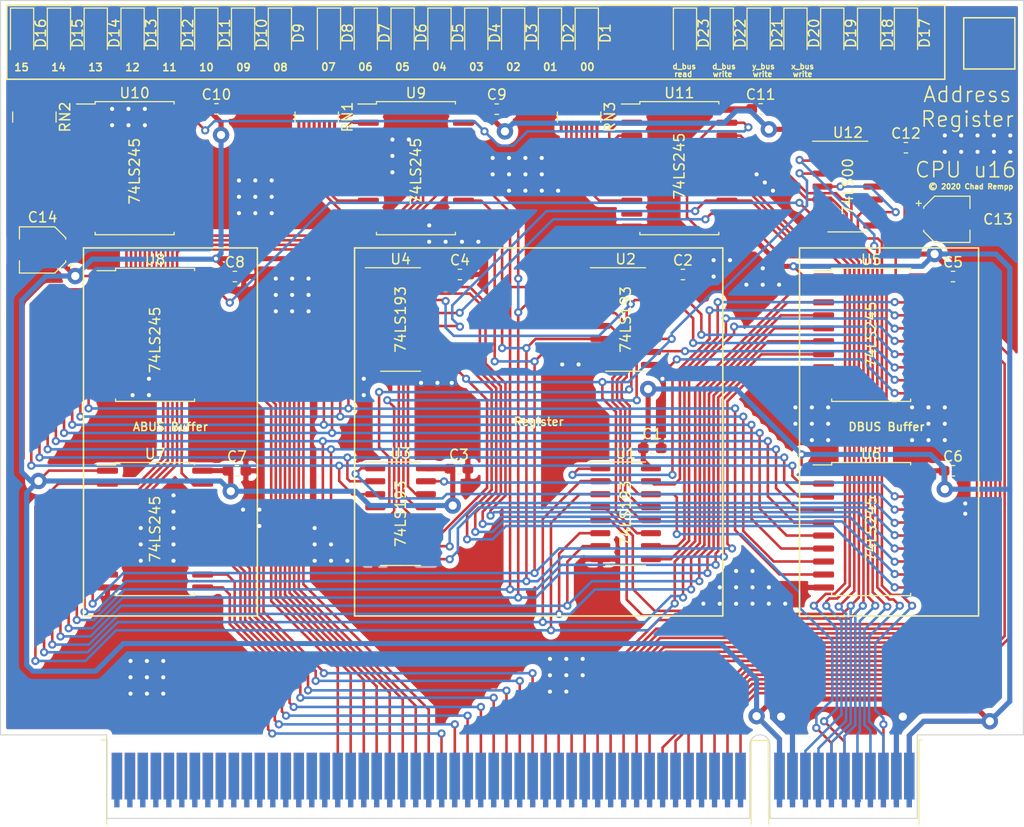
<source format=kicad_pcb>
(kicad_pcb (version 20171130) (host pcbnew "(5.1.8)-1")
  (title_block (title "General Purpose Register") (date 2020-04-22) (rev 1.0))
  (layers (0 F.Cu signal) (31 B.Cu signal) (34 B.Paste user) (35 F.Paste user) (36 B.SilkS user) (37 F.SilkS user) (38 B.Mask user) (39 F.Mask user) (44 Edge.Cuts user))
  (net 0 "")
  (net 1 GND)
  (net 2 +5V)
  (net 3 "Net-(D1-Pad2)")
  (net 4 "Net-(D2-Pad2)")
  (net 5 "Net-(D3-Pad2)")
  (net 6 "Net-(D4-Pad2)")
  (net 7 "Net-(D5-Pad2)")
  (net 8 "Net-(D6-Pad2)")
  (net 9 "Net-(D7-Pad2)")
  (net 10 "Net-(D8-Pad2)")
  (net 11 "Net-(D9-Pad2)")
  (net 12 "Net-(D10-Pad2)")
  (net 13 "Net-(D11-Pad2)")
  (net 14 "Net-(D12-Pad2)")
  (net 15 "Net-(D13-Pad2)")
  (net 16 "Net-(D14-Pad2)")
  (net 17 "Net-(D15-Pad2)")
  (net 18 "Net-(D16-Pad2)")
  (net 19 "Net-(D17-Pad2)")
  (net 20 "Net-(D18-Pad2)")
  (net 21 "Net-(D19-Pad2)")
  (net 22 "Net-(D20-Pad2)")
  (net 23 "Net-(D21-Pad2)")
  (net 24 "Net-(D22-Pad2)")
  (net 25 "Net-(D23-Pad2)")
  (net 26 "Net-(J1-PadB1)")
  (net 27 "Net-(J1-PadB2)")
  (net 28 "Net-(J1-PadB3)")
  (net 29 "Net-(J1-PadB4)")
  (net 30 "Net-(J1-PadB5)")
  (net 31 "Net-(J1-PadB6)")
  (net 32 "Net-(J1-PadB7)")
  (net 33 "Net-(J1-PadB8)")
  (net 34 "Net-(J1-PadB9)")
  (net 35 "Net-(J1-PadB10)")
  (net 36 "Net-(J1-PadB11)")
  (net 37 "Net-(J1-PadB12)")
  (net 38 "Net-(J1-PadB13)")
  (net 39 "Net-(J1-PadB14)")
  (net 40 "Net-(J1-PadB15)")
  (net 41 "Net-(J1-PadB16)")
  (net 42 "Net-(J1-PadB17)")
  (net 43 /a_bus_15)
  (net 44 /a_bus_14)
  (net 45 /a_bus_13)
  (net 46 /a_bus_12)
  (net 47 /a_bus_11)
  (net 48 /a_bus_10)
  (net 49 /a_bus_09)
  (net 50 /a_bus_08)
  (net 51 /a_bus_07)
  (net 52 /a_bus_06)
  (net 53 /a_bus_05)
  (net 54 /a_bus_04)
  (net 55 /a_bus_03)
  (net 56 /a_bus_02)
  (net 57 /a_bus_01)
  (net 58 /a_bus_00)
  (net 59 /d_bus_15)
  (net 60 /d_bus_14)
  (net 61 /d_bus_13)
  (net 62 /d_bus_12)
  (net 63 /d_bus_11)
  (net 64 /d_bus_10)
  (net 65 /d_bus_09)
  (net 66 /d_bus_08)
  (net 67 /d_bus_07)
  (net 68 /d_bus_06)
  (net 69 /d_bus_05)
  (net 70 /d_bus_04)
  (net 71 /d_bus_03)
  (net 72 /d_bus_02)
  (net 73 /d_bus_01)
  (net 74 /d_bus_00)
  (net 75 "Net-(J1-PadB54)")
  (net 76 "Net-(J1-PadB55)")
  (net 77 /RST)
  (net 78 /~DBG)
  (net 79 /HLT)
  (net 80 /~CLK)
  (net 81 /CLK)
  (net 82 "Net-(J1-PadA1)")
  (net 83 "Net-(J1-PadA2)")
  (net 84 "Net-(J1-PadA3)")
  (net 85 "Net-(J1-PadA4)")
  (net 86 "Net-(J1-PadA5)")
  (net 87 "Net-(J1-PadA6)")
  (net 88 "Net-(J1-PadA7)")
  (net 89 "Net-(J1-PadA8)")
  (net 90 "Net-(J1-PadA9)")
  (net 91 "Net-(J1-PadA10)")
  (net 92 "Net-(J1-PadA11)")
  (net 93 "Net-(J1-PadA12)")
  (net 94 "Net-(J1-PadA13)")
  (net 95 "Net-(J1-PadA14)")
  (net 96 "Net-(J1-PadA15)")
  (net 97 "Net-(J1-PadA16)")
  (net 98 "Net-(J1-PadA17)")
  (net 99 "Net-(J1-PadA18)")
  (net 100 "Net-(J1-PadA19)")
  (net 101 "Net-(J1-PadA20)")
  (net 102 "Net-(J1-PadA21)")
  (net 103 "Net-(J1-PadA22)")
  (net 104 "Net-(J1-PadA23)")
  (net 105 "Net-(J1-PadA24)")
  (net 106 "Net-(J1-PadA25)")
  (net 107 "Net-(J1-PadA26)")
  (net 108 "Net-(J1-PadA27)")
  (net 109 "Net-(J1-PadA28)")
  (net 110 "Net-(J1-PadA29)")
  (net 111 "Net-(J1-PadA30)")
  (net 112 "Net-(J1-PadA31)")
  (net 113 "Net-(J1-PadA32)")
  (net 114 "Net-(J1-PadA33)")
  (net 115 "Net-(J1-PadA34)")
  (net 116 "Net-(J1-PadA35)")
  (net 117 "Net-(J1-PadA36)")
  (net 118 "Net-(J1-PadA37)")
  (net 119 "Net-(J1-PadA38)")
  (net 120 "Net-(J1-PadA39)")
  (net 121 "Net-(J1-PadA40)")
  (net 122 "Net-(J1-PadA41)")
  (net 123 "Net-(J1-PadA42)")
  (net 124 "Net-(J1-PadA43)")
  (net 125 "Net-(J1-PadA44)")
  (net 126 "Net-(J1-PadA45)")
  (net 127 "Net-(J1-PadA46)")
  (net 128 "Net-(J1-PadA47)")
  (net 129 "Net-(J1-PadA48)")
  (net 130 "Net-(J1-PadA49)")
  (net 131 /reg_borrow)
  (net 132 /reg_carry)
  (net 133 /reg_dec)
  (net 134 /reg_inc)
  (net 135 /a_bus_write)
  (net 136 /d_bus_write)
  (net 137 /d_bus_read)
  (net 138 "Net-(RN1-Pad16)")
  (net 139 "Net-(RN1-Pad9)")
  (net 140 "Net-(RN1-Pad15)")
  (net 141 "Net-(RN1-Pad14)")
  (net 142 "Net-(RN1-Pad13)")
  (net 143 "Net-(RN1-Pad11)")
  (net 144 "Net-(RN1-Pad12)")
  (net 145 "Net-(RN1-Pad10)")
  (net 146 "Net-(RN2-Pad10)")
  (net 147 "Net-(RN2-Pad12)")
  (net 148 "Net-(RN2-Pad11)")
  (net 149 "Net-(RN2-Pad13)")
  (net 150 "Net-(RN2-Pad14)")
  (net 151 "Net-(RN2-Pad15)")
  (net 152 "Net-(RN2-Pad9)")
  (net 153 "Net-(RN2-Pad16)")
  (net 154 "Net-(RN3-Pad16)")
  (net 155 "Net-(RN3-Pad8)")
  (net 156 "Net-(RN3-Pad9)")
  (net 157 "Net-(RN3-Pad15)")
  (net 158 "Net-(RN3-Pad14)")
  (net 159 "Net-(RN3-Pad13)")
  (net 160 "Net-(RN3-Pad11)")
  (net 161 "Net-(RN3-Pad12)")
  (net 162 "Net-(RN3-Pad10)")
  (net 163 "Net-(U1-Pad13)")
  (net 164 "Net-(U1-Pad12)")
  (net 165 /~d_bus_read)
  (net 166 /reg_03)
  (net 167 /reg_02)
  (net 168 /reg_00)
  (net 169 /reg_01)
  (net 170 "Net-(U2-Pad13)")
  (net 171 "Net-(U2-Pad12)")
  (net 172 /reg_07)
  (net 173 /reg_06)
  (net 174 /reg_04)
  (net 175 /reg_05)
  (net 176 /reg_09)
  (net 177 /reg_08)
  (net 178 /reg_10)
  (net 179 /reg_11)
  (net 180 "Net-(U3-Pad12)")
  (net 181 "Net-(U3-Pad13)")
  (net 182 /reg_13)
  (net 183 /reg_12)
  (net 184 /reg_14)
  (net 185 /reg_15)
  (net 186 /~d_bus_write_CLK)
  (net 187 /~a_bus_write_CLK)
  (net 188 "Net-(U11-Pad11)")
  (net 189 "Net-(U12-Pad11)")
  (net 190 "Net-(U12-Pad12)")
  (net 191 "Net-(U12-Pad13)")
  (net 192 "Net-(U11-Pad9)")
  (module Package_SO:SOIC-20W_7.5x12.8mm_P1.27mm (layer F.Cu) (at 132 92.5)
    (fp_text reference U7 (at 0 -7.35) (layer F.SilkS))
    (fp_text value 74LS245 (at 0 0 90) (layer F.SilkS))
    (pad 1 smd roundrect (at -4.65 -5.715) (size 2.05 0.6) (layers F.Cu F.Paste F.Mask) (net 2 +5V))
    (pad 2 smd roundrect (at -4.65 -4.445) (size 2.05 0.6) (layers F.Cu F.Paste F.Mask) (net 168 /reg_00))
    (pad 3 smd roundrect (at -4.65 -3.175) (size 2.05 0.6) (layers F.Cu F.Paste F.Mask) (net 169 /reg_01))
    (pad 4 smd roundrect (at -4.65 -1.905) (size 2.05 0.6) (layers F.Cu F.Paste F.Mask) (net 167 /reg_02))
    (pad 5 smd roundrect (at -4.65 -0.635) (size 2.05 0.6) (layers F.Cu F.Paste F.Mask) (net 166 /reg_03))
    (pad 6 smd roundrect (at -4.65 0.635) (size 2.05 0.6) (layers F.Cu F.Paste F.Mask) (net 174 /reg_04))
    (pad 7 smd roundrect (at -4.65 1.905) (size 2.05 0.6) (layers F.Cu F.Paste F.Mask) (net 175 /reg_05))
    (pad 8 smd roundrect (at -4.65 3.175) (size 2.05 0.6) (layers F.Cu F.Paste F.Mask) (net 173 /reg_06))
    (pad 9 smd roundrect (at -4.65 4.445) (size 2.05 0.6) (layers F.Cu F.Paste F.Mask) (net 172 /reg_07))
    (pad 10 smd roundrect (at -4.65 5.715) (size 2.05 0.6) (layers F.Cu F.Paste F.Mask) (net 1 GND))
    (pad 11 smd roundrect (at 4.65 5.715) (size 2.05 0.6) (layers F.Cu F.Paste F.Mask) (net 51 /a_bus_07))
    (pad 12 smd roundrect (at 4.65 4.445) (size 2.05 0.6) (layers F.Cu F.Paste F.Mask) (net 52 /a_bus_06))
    (pad 13 smd roundrect (at 4.65 3.175) (size 2.05 0.6) (layers F.Cu F.Paste F.Mask) (net 53 /a_bus_05))
    (pad 14 smd roundrect (at 4.65 1.905) (size 2.05 0.6) (layers F.Cu F.Paste F.Mask) (net 54 /a_bus_04))
    (pad 15 smd roundrect (at 4.65 0.635) (size 2.05 0.6) (layers F.Cu F.Paste F.Mask) (net 55 /a_bus_03))
    (pad 16 smd roundrect (at 4.65 -0.635) (size 2.05 0.6) (layers F.Cu F.Paste F.Mask) (net 56 /a_bus_02))
    (pad 17 smd roundrect (at 4.65 -1.905) (size 2.05 0.6) (layers F.Cu F.Paste F.Mask) (net 57 /a_bus_01))
    (pad 18 smd roundrect (at 4.65 -3.175) (size 2.05 0.6) (layers F.Cu F.Paste F.Mask) (net 58 /a_bus_00))
    (pad 19 smd roundrect (at 4.65 -4.445) (size 2.05 0.6) (layers F.Cu F.Paste F.Mask) (net 187 /~a_bus_write_CLK))
    (pad 20 smd roundrect (at 4.65 -5.715) (size 2.05 0.6) (layers F.Cu F.Paste F.Mask) (net 2 +5V))
  )
  (module Package_SO:SOIC-20W_7.5x12.8mm_P1.27mm (layer F.Cu) (at 202 73.5)
    (fp_text reference U5 (at 0 -7.35) (layer F.SilkS))
    (fp_text value 74LS245 (at 0 0 90) (layer F.SilkS))
    (pad 20 smd roundrect (at 4.65 -5.715) (size 2.05 0.6) (layers F.Cu F.Paste F.Mask) (net 2 +5V))
    (pad 19 smd roundrect (at 4.65 -4.445) (size 2.05 0.6) (layers F.Cu F.Paste F.Mask) (net 186 /~d_bus_write_CLK))
    (pad 18 smd roundrect (at 4.65 -3.175) (size 2.05 0.6) (layers F.Cu F.Paste F.Mask) (net 74 /d_bus_00))
    (pad 17 smd roundrect (at 4.65 -1.905) (size 2.05 0.6) (layers F.Cu F.Paste F.Mask) (net 73 /d_bus_01))
    (pad 16 smd roundrect (at 4.65 -0.635) (size 2.05 0.6) (layers F.Cu F.Paste F.Mask) (net 72 /d_bus_02))
    (pad 15 smd roundrect (at 4.65 0.635) (size 2.05 0.6) (layers F.Cu F.Paste F.Mask) (net 71 /d_bus_03))
    (pad 14 smd roundrect (at 4.65 1.905) (size 2.05 0.6) (layers F.Cu F.Paste F.Mask) (net 70 /d_bus_04))
    (pad 13 smd roundrect (at 4.65 3.175) (size 2.05 0.6) (layers F.Cu F.Paste F.Mask) (net 69 /d_bus_05))
    (pad 12 smd roundrect (at 4.65 4.445) (size 2.05 0.6) (layers F.Cu F.Paste F.Mask) (net 68 /d_bus_06))
    (pad 11 smd roundrect (at 4.65 5.715) (size 2.05 0.6) (layers F.Cu F.Paste F.Mask) (net 67 /d_bus_07))
    (pad 10 smd roundrect (at -4.65 5.715) (size 2.05 0.6) (layers F.Cu F.Paste F.Mask) (net 1 GND))
    (pad 9 smd roundrect (at -4.65 4.445) (size 2.05 0.6) (layers F.Cu F.Paste F.Mask) (net 172 /reg_07))
    (pad 8 smd roundrect (at -4.65 3.175) (size 2.05 0.6) (layers F.Cu F.Paste F.Mask) (net 173 /reg_06))
    (pad 7 smd roundrect (at -4.65 1.905) (size 2.05 0.6) (layers F.Cu F.Paste F.Mask) (net 175 /reg_05))
    (pad 6 smd roundrect (at -4.65 0.635) (size 2.05 0.6) (layers F.Cu F.Paste F.Mask) (net 174 /reg_04))
    (pad 5 smd roundrect (at -4.65 -0.635) (size 2.05 0.6) (layers F.Cu F.Paste F.Mask) (net 166 /reg_03))
    (pad 4 smd roundrect (at -4.65 -1.905) (size 2.05 0.6) (layers F.Cu F.Paste F.Mask) (net 167 /reg_02))
    (pad 3 smd roundrect (at -4.65 -3.175) (size 2.05 0.6) (layers F.Cu F.Paste F.Mask) (net 169 /reg_01))
    (pad 2 smd roundrect (at -4.65 -4.445) (size 2.05 0.6) (layers F.Cu F.Paste F.Mask) (net 168 /reg_00))
    (pad 1 smd roundrect (at -4.65 -5.715) (size 2.05 0.6) (layers F.Cu F.Paste F.Mask) (net 2 +5V))
  )
  (module Package_SO:SOIC-16_3.9x9.9mm_P1.27mm (layer F.Cu) (at 156 72)
    (fp_text reference U4 (at 0 -5.9) (layer F.SilkS))
    (fp_text value 74LS193 (at 0 0 90) (layer F.SilkS))
    (pad 1 smd roundrect (at -2.475 -4.445) (size 1.95 0.6) (layers F.Cu F.Paste F.Mask) (net 61 /d_bus_13))
    (pad 2 smd roundrect (at -2.475 -3.175) (size 1.95 0.6) (layers F.Cu F.Paste F.Mask) (net 182 /reg_13))
    (pad 3 smd roundrect (at -2.475 -1.905) (size 1.95 0.6) (layers F.Cu F.Paste F.Mask) (net 183 /reg_12))
    (pad 4 smd roundrect (at -2.475 -0.635) (size 1.95 0.6) (layers F.Cu F.Paste F.Mask) (net 181 "Net-(U3-Pad13)"))
    (pad 5 smd roundrect (at -2.475 0.635) (size 1.95 0.6) (layers F.Cu F.Paste F.Mask) (net 180 "Net-(U3-Pad12)"))
    (pad 6 smd roundrect (at -2.475 1.905) (size 1.95 0.6) (layers F.Cu F.Paste F.Mask) (net 184 /reg_14))
    (pad 7 smd roundrect (at -2.475 3.175) (size 1.95 0.6) (layers F.Cu F.Paste F.Mask) (net 185 /reg_15))
    (pad 8 smd roundrect (at -2.475 4.445) (size 1.95 0.6) (layers F.Cu F.Paste F.Mask) (net 1 GND))
    (pad 9 smd roundrect (at 2.475 4.445) (size 1.95 0.6) (layers F.Cu F.Paste F.Mask) (net 59 /d_bus_15))
    (pad 10 smd roundrect (at 2.475 3.175) (size 1.95 0.6) (layers F.Cu F.Paste F.Mask) (net 60 /d_bus_14))
    (pad 11 smd roundrect (at 2.475 1.905) (size 1.95 0.6) (layers F.Cu F.Paste F.Mask) (net 165 /~d_bus_read))
    (pad 12 smd roundrect (at 2.475 0.635) (size 1.95 0.6) (layers F.Cu F.Paste F.Mask) (net 132 /reg_carry))
    (pad 13 smd roundrect (at 2.475 -0.635) (size 1.95 0.6) (layers F.Cu F.Paste F.Mask) (net 131 /reg_borrow))
    (pad 14 smd roundrect (at 2.475 -1.905) (size 1.95 0.6) (layers F.Cu F.Paste F.Mask) (net 77 /RST))
    (pad 15 smd roundrect (at 2.475 -3.175) (size 1.95 0.6) (layers F.Cu F.Paste F.Mask) (net 62 /d_bus_12))
    (pad 16 smd roundrect (at 2.475 -4.445) (size 1.95 0.6) (layers F.Cu F.Paste F.Mask) (net 2 +5V))
  )
  (module LED_SMD:LED_1206_3216Metric_Pad1.42x1.75mm_HandSolder (layer F.Cu) (at 129.8 44 270)
    (fp_text reference D13 (at 0 -1.82 90) (layer F.SilkS))
    (fp_text value D_RED)
    (pad 1 smd roundrect (at -1.4875 0 270) (size 1.425 1.75) (layers F.Cu F.Paste F.Mask) (roundrect_rratio 0.1754385964912281) (net 1 GND))
    (pad 2 smd roundrect (at 1.4875 0 270) (size 1.425 1.75) (layers F.Cu F.Paste F.Mask) (roundrect_rratio 0.1754385964912281) (net 15 "Net-(D13-Pad2)"))
  )
  (module Capacitor_SMD:C_0603_1608Metric_Pad1.05x0.95mm_HandSolder (layer F.Cu) (at 180.6 84.6 180)
    (fp_text reference C1 (at 0 1.4) (layer F.SilkS))
    (fp_text value e)
    (pad 1 smd roundrect (at -0.875 0 180) (size 1.05 0.95) (layers F.Cu F.Paste F.Mask) (net 1 GND))
    (pad 2 smd roundrect (at 0.875 0 180) (size 1.05 0.95) (layers F.Cu F.Paste F.Mask) (net 2 +5V))
  )
  (module Capacitor_SMD:C_0603_1608Metric_Pad1.05x0.95mm_HandSolder (layer F.Cu) (at 183.6 67.6 180)
    (fp_text reference C2 (at 0 1.385001) (layer F.SilkS))
    (fp_text value e)
    (pad 2 smd roundrect (at 0.875 0 180) (size 1.05 0.95) (layers F.Cu F.Paste F.Mask) (net 2 +5V))
    (pad 1 smd roundrect (at -0.875 0 180) (size 1.05 0.95) (layers F.Cu F.Paste F.Mask) (net 1 GND))
  )
  (module Capacitor_SMD:C_0603_1608Metric_Pad1.05x0.95mm_HandSolder (layer F.Cu) (at 161.7 86.6 180)
    (fp_text reference C3 (at 0 1.365001) (layer F.SilkS))
    (fp_text value e)
    (pad 1 smd roundrect (at -0.875 0 180) (size 1.05 0.95) (layers F.Cu F.Paste F.Mask) (net 1 GND))
    (pad 2 smd roundrect (at 0.875 0 180) (size 1.05 0.95) (layers F.Cu F.Paste F.Mask) (net 2 +5V))
  )
  (module Capacitor_SMD:C_0603_1608Metric_Pad1.05x0.95mm_HandSolder (layer F.Cu) (at 161.8 67.6 180)
    (fp_text reference C4 (at 0 1.4) (layer F.SilkS))
    (fp_text value e)
    (pad 2 smd roundrect (at 0.875 0 180) (size 1.05 0.95) (layers F.Cu F.Paste F.Mask) (net 2 +5V))
    (pad 1 smd roundrect (at -0.875 0 180) (size 1.05 0.95) (layers F.Cu F.Paste F.Mask) (net 1 GND))
  )
  (module Capacitor_SMD:C_0603_1608Metric_Pad1.05x0.95mm_HandSolder (layer F.Cu) (at 210 67.8 180)
    (fp_text reference C5 (at 0 1.4) (layer F.SilkS))
    (fp_text value e)
    (pad 1 smd roundrect (at -0.875 0 180) (size 1.05 0.95) (layers F.Cu F.Paste F.Mask) (net 1 GND))
    (pad 2 smd roundrect (at 0.875 0 180) (size 1.05 0.95) (layers F.Cu F.Paste F.Mask) (net 2 +5V))
  )
  (module Capacitor_SMD:C_0603_1608Metric_Pad1.05x0.95mm_HandSolder (layer F.Cu) (at 210 86.8 180)
    (fp_text reference C6 (at 0 1.4) (layer F.SilkS))
    (fp_text value e)
    (pad 1 smd roundrect (at -0.875 0 180) (size 1.05 0.95) (layers F.Cu F.Paste F.Mask) (net 1 GND))
    (pad 2 smd roundrect (at 0.875 0 180) (size 1.05 0.95) (layers F.Cu F.Paste F.Mask) (net 2 +5V))
  )
  (module Capacitor_SMD:C_0603_1608Metric_Pad1.05x0.95mm_HandSolder (layer F.Cu) (at 140 86.8 180)
    (fp_text reference C7 (at 0 1.4) (layer F.SilkS))
    (fp_text value e)
    (pad 2 smd roundrect (at 0.875 0 180) (size 1.05 0.95) (layers F.Cu F.Paste F.Mask) (net 2 +5V))
    (pad 1 smd roundrect (at -0.875 0 180) (size 1.05 0.95) (layers F.Cu F.Paste F.Mask) (net 1 GND))
  )
  (module Capacitor_SMD:C_0603_1608Metric_Pad1.05x0.95mm_HandSolder (layer F.Cu) (at 139.8 67.8 180)
    (fp_text reference C8 (at 0 1.4) (layer F.SilkS))
    (fp_text value e)
    (pad 1 smd roundrect (at -0.875 0 180) (size 1.05 0.95) (layers F.Cu F.Paste F.Mask) (net 1 GND))
    (pad 2 smd roundrect (at 0.875 0 180) (size 1.05 0.95) (layers F.Cu F.Paste F.Mask) (net 2 +5V))
  )
  (module Capacitor_SMD:C_0603_1608Metric_Pad1.05x0.95mm_HandSolder (layer F.Cu) (at 165.4 51.425 180)
    (fp_text reference C9 (at 0 1.425) (layer F.SilkS))
    (fp_text value e)
    (pad 2 smd roundrect (at 0.875 0 180) (size 1.05 0.95) (layers F.Cu F.Paste F.Mask) (net 2 +5V))
    (pad 1 smd roundrect (at -0.875 0 180) (size 1.05 0.95) (layers F.Cu F.Paste F.Mask) (net 1 GND))
  )
  (module Capacitor_SMD:C_0603_1608Metric_Pad1.05x0.95mm_HandSolder (layer F.Cu) (at 138 51.4 180)
    (fp_text reference C10 (at 0 1.4) (layer F.SilkS))
    (fp_text value e)
    (pad 2 smd roundrect (at 0.875 0 180) (size 1.05 0.95) (layers F.Cu F.Paste F.Mask) (net 2 +5V))
    (pad 1 smd roundrect (at -0.875 0 180) (size 1.05 0.95) (layers F.Cu F.Paste F.Mask) (net 1 GND))
  )
  (module Capacitor_SMD:C_0603_1608Metric_Pad1.05x0.95mm_HandSolder (layer F.Cu) (at 191.2 51.4 180)
    (fp_text reference C11 (at 0 1.4) (layer F.SilkS))
    (fp_text value e)
    (pad 2 smd roundrect (at 0.875 0 180) (size 1.05 0.95) (layers F.Cu F.Paste F.Mask) (net 2 +5V))
    (pad 1 smd roundrect (at -0.875 0 180) (size 1.05 0.95) (layers F.Cu F.Paste F.Mask) (net 1 GND))
  )
  (module Capacitor_SMD:C_0603_1608Metric_Pad1.05x0.95mm_HandSolder (layer F.Cu) (at 205.4 55.2 180)
    (fp_text reference C12 (at 0 1.4) (layer F.SilkS))
    (fp_text value e)
    (pad 1 smd roundrect (at -0.875 0 180) (size 1.05 0.95) (layers F.Cu F.Paste F.Mask) (net 1 GND))
    (pad 2 smd roundrect (at 0.875 0 180) (size 1.05 0.95) (layers F.Cu F.Paste F.Mask) (net 2 +5V))
  )
  (module LED_SMD:LED_1206_3216Metric_Pad1.42x1.75mm_HandSolder (layer F.Cu) (at 174.2 44 270)
    (fp_text reference D1 (at 0 -1.82 90) (layer F.SilkS))
    (fp_text value D_RED)
    (pad 2 smd roundrect (at 1.4875 0 270) (size 1.425 1.75) (layers F.Cu F.Paste F.Mask) (roundrect_rratio 0.1754385964912281) (net 3 "Net-(D1-Pad2)"))
    (pad 1 smd roundrect (at -1.4875 0 270) (size 1.425 1.75) (layers F.Cu F.Paste F.Mask) (roundrect_rratio 0.1754385964912281) (net 1 GND))
  )
  (module LED_SMD:LED_1206_3216Metric_Pad1.42x1.75mm_HandSolder (layer F.Cu) (at 170.6 44 270)
    (fp_text reference D2 (at 0 -1.82 90) (layer F.SilkS))
    (fp_text value D_RED)
    (pad 1 smd roundrect (at -1.4875 0 270) (size 1.425 1.75) (layers F.Cu F.Paste F.Mask) (roundrect_rratio 0.1754385964912281) (net 1 GND))
    (pad 2 smd roundrect (at 1.4875 0 270) (size 1.425 1.75) (layers F.Cu F.Paste F.Mask) (roundrect_rratio 0.1754385964912281) (net 4 "Net-(D2-Pad2)"))
  )
  (module LED_SMD:LED_1206_3216Metric_Pad1.42x1.75mm_HandSolder (layer F.Cu) (at 167 44 270)
    (fp_text reference D3 (at 0 -1.82 90) (layer F.SilkS))
    (fp_text value D_RED)
    (pad 2 smd roundrect (at 1.4875 0 270) (size 1.425 1.75) (layers F.Cu F.Paste F.Mask) (roundrect_rratio 0.1754385964912281) (net 5 "Net-(D3-Pad2)"))
    (pad 1 smd roundrect (at -1.4875 0 270) (size 1.425 1.75) (layers F.Cu F.Paste F.Mask) (roundrect_rratio 0.1754385964912281) (net 1 GND))
  )
  (module LED_SMD:LED_1206_3216Metric_Pad1.42x1.75mm_HandSolder (layer F.Cu) (at 163.4 44 270)
    (fp_text reference D4 (at 0 -1.82 90) (layer F.SilkS))
    (fp_text value D_RED)
    (pad 1 smd roundrect (at -1.4875 0 270) (size 1.425 1.75) (layers F.Cu F.Paste F.Mask) (roundrect_rratio 0.1754385964912281) (net 1 GND))
    (pad 2 smd roundrect (at 1.4875 0 270) (size 1.425 1.75) (layers F.Cu F.Paste F.Mask) (roundrect_rratio 0.1754385964912281) (net 6 "Net-(D4-Pad2)"))
  )
  (module LED_SMD:LED_1206_3216Metric_Pad1.42x1.75mm_HandSolder (layer F.Cu) (at 159.8 44 270)
    (fp_text reference D5 (at 0 -1.82 90) (layer F.SilkS))
    (fp_text value D_RED)
    (pad 2 smd roundrect (at 1.4875 0 270) (size 1.425 1.75) (layers F.Cu F.Paste F.Mask) (roundrect_rratio 0.1754385964912281) (net 7 "Net-(D5-Pad2)"))
    (pad 1 smd roundrect (at -1.4875 0 270) (size 1.425 1.75) (layers F.Cu F.Paste F.Mask) (roundrect_rratio 0.1754385964912281) (net 1 GND))
  )
  (module LED_SMD:LED_1206_3216Metric_Pad1.42x1.75mm_HandSolder (layer F.Cu) (at 156.2 44 270)
    (fp_text reference D6 (at 0 -1.82 90) (layer F.SilkS))
    (fp_text value D_RED)
    (pad 1 smd roundrect (at -1.4875 0 270) (size 1.425 1.75) (layers F.Cu F.Paste F.Mask) (roundrect_rratio 0.1754385964912281) (net 1 GND))
    (pad 2 smd roundrect (at 1.4875 0 270) (size 1.425 1.75) (layers F.Cu F.Paste F.Mask) (roundrect_rratio 0.1754385964912281) (net 8 "Net-(D6-Pad2)"))
  )
  (module LED_SMD:LED_1206_3216Metric_Pad1.42x1.75mm_HandSolder (layer F.Cu) (at 152.6 44 270)
    (fp_text reference D7 (at 0 -1.82 90) (layer F.SilkS))
    (fp_text value D_RED)
    (pad 2 smd roundrect (at 1.4875 0 270) (size 1.425 1.75) (layers F.Cu F.Paste F.Mask) (roundrect_rratio 0.1754385964912281) (net 9 "Net-(D7-Pad2)"))
    (pad 1 smd roundrect (at -1.4875 0 270) (size 1.425 1.75) (layers F.Cu F.Paste F.Mask) (roundrect_rratio 0.1754385964912281) (net 1 GND))
  )
  (module LED_SMD:LED_1206_3216Metric_Pad1.42x1.75mm_HandSolder (layer F.Cu) (at 149 44 270)
    (fp_text reference D8 (at 0 -1.82 90) (layer F.SilkS))
    (fp_text value D_RED)
    (pad 1 smd roundrect (at -1.4875 0 270) (size 1.425 1.75) (layers F.Cu F.Paste F.Mask) (roundrect_rratio 0.1754385964912281) (net 1 GND))
    (pad 2 smd roundrect (at 1.4875 0 270) (size 1.425 1.75) (layers F.Cu F.Paste F.Mask) (roundrect_rratio 0.1754385964912281) (net 10 "Net-(D8-Pad2)"))
  )
  (module LED_SMD:LED_1206_3216Metric_Pad1.42x1.75mm_HandSolder (layer F.Cu) (at 144.2 44 270)
    (fp_text reference D9 (at 0 -1.82 90) (layer F.SilkS))
    (fp_text value D_RED)
    (pad 2 smd roundrect (at 1.4875 0 270) (size 1.425 1.75) (layers F.Cu F.Paste F.Mask) (roundrect_rratio 0.1754385964912281) (net 11 "Net-(D9-Pad2)"))
    (pad 1 smd roundrect (at -1.4875 0 270) (size 1.425 1.75) (layers F.Cu F.Paste F.Mask) (roundrect_rratio 0.1754385964912281) (net 1 GND))
  )
  (module LED_SMD:LED_1206_3216Metric_Pad1.42x1.75mm_HandSolder (layer F.Cu) (at 140.6 44 270)
    (fp_text reference D10 (at 0 -1.82 90) (layer F.SilkS))
    (fp_text value D_RED)
    (pad 1 smd roundrect (at -1.4875 0 270) (size 1.425 1.75) (layers F.Cu F.Paste F.Mask) (roundrect_rratio 0.1754385964912281) (net 1 GND))
    (pad 2 smd roundrect (at 1.4875 0 270) (size 1.425 1.75) (layers F.Cu F.Paste F.Mask) (roundrect_rratio 0.1754385964912281) (net 12 "Net-(D10-Pad2)"))
  )
  (module LED_SMD:LED_1206_3216Metric_Pad1.42x1.75mm_HandSolder (layer F.Cu) (at 137 44 270)
    (fp_text reference D11 (at 0 -1.82 90) (layer F.SilkS))
    (fp_text value D_RED)
    (pad 2 smd roundrect (at 1.4875 0 270) (size 1.425 1.75) (layers F.Cu F.Paste F.Mask) (roundrect_rratio 0.1754385964912281) (net 13 "Net-(D11-Pad2)"))
    (pad 1 smd roundrect (at -1.4875 0 270) (size 1.425 1.75) (layers F.Cu F.Paste F.Mask) (roundrect_rratio 0.1754385964912281) (net 1 GND))
  )
  (module LED_SMD:LED_1206_3216Metric_Pad1.42x1.75mm_HandSolder (layer F.Cu) (at 133.4 44 270)
    (fp_text reference D12 (at 0 -1.82 90) (layer F.SilkS))
    (fp_text value D_RED)
    (pad 2 smd roundrect (at 1.4875 0 270) (size 1.425 1.75) (layers F.Cu F.Paste F.Mask) (roundrect_rratio 0.1754385964912281) (net 14 "Net-(D12-Pad2)"))
    (pad 1 smd roundrect (at -1.4875 0 270) (size 1.425 1.75) (layers F.Cu F.Paste F.Mask) (roundrect_rratio 0.1754385964912281) (net 1 GND))
  )
  (module LED_SMD:LED_1206_3216Metric_Pad1.42x1.75mm_HandSolder (layer F.Cu) (at 126.2 44 270)
    (fp_text reference D14 (at 0 -1.82 90) (layer F.SilkS))
    (fp_text value D_RED)
    (pad 1 smd roundrect (at -1.4875 0 270) (size 1.425 1.75) (layers F.Cu F.Paste F.Mask) (roundrect_rratio 0.1754385964912281) (net 1 GND))
    (pad 2 smd roundrect (at 1.4875 0 270) (size 1.425 1.75) (layers F.Cu F.Paste F.Mask) (roundrect_rratio 0.1754385964912281) (net 16 "Net-(D14-Pad2)"))
  )
  (module LED_SMD:LED_1206_3216Metric_Pad1.42x1.75mm_HandSolder (layer F.Cu) (at 122.6 44 270)
    (fp_text reference D15 (at 0 -1.82 90) (layer F.SilkS))
    (fp_text value D_RED)
    (pad 2 smd roundrect (at 1.4875 0 270) (size 1.425 1.75) (layers F.Cu F.Paste F.Mask) (roundrect_rratio 0.1754385964912281) (net 17 "Net-(D15-Pad2)"))
    (pad 1 smd roundrect (at -1.4875 0 270) (size 1.425 1.75) (layers F.Cu F.Paste F.Mask) (roundrect_rratio 0.1754385964912281) (net 1 GND))
  )
  (module LED_SMD:LED_1206_3216Metric_Pad1.42x1.75mm_HandSolder (layer F.Cu) (at 119 44 270)
    (fp_text reference D16 (at 0 -1.82 90) (layer F.SilkS))
    (fp_text value D_RED)
    (pad 1 smd roundrect (at -1.4875 0 270) (size 1.425 1.75) (layers F.Cu F.Paste F.Mask) (roundrect_rratio 0.1754385964912281) (net 1 GND))
    (pad 2 smd roundrect (at 1.4875 0 270) (size 1.425 1.75) (layers F.Cu F.Paste F.Mask) (roundrect_rratio 0.1754385964912281) (net 18 "Net-(D16-Pad2)"))
  )
  (module LED_SMD:LED_1206_3216Metric_Pad1.42x1.75mm_HandSolder (layer F.Cu) (at 205.4 44 270)
    (fp_text reference D17 (at 0 -1.82 90) (layer F.SilkS))
    (fp_text value D_AMBER)
    (pad 2 smd roundrect (at 1.4875 0 270) (size 1.425 1.75) (layers F.Cu F.Paste F.Mask) (roundrect_rratio 0.1754385964912281) (net 19 "Net-(D17-Pad2)"))
    (pad 1 smd roundrect (at -1.4875 0 270) (size 1.425 1.75) (layers F.Cu F.Paste F.Mask) (roundrect_rratio 0.1754385964912281) (net 1 GND))
  )
  (module LED_SMD:LED_1206_3216Metric_Pad1.42x1.75mm_HandSolder (layer F.Cu) (at 201.8 44 270)
    (fp_text reference D18 (at 0 -1.82 90) (layer F.SilkS))
    (fp_text value D_AMBER)
    (pad 1 smd roundrect (at -1.4875 0 270) (size 1.425 1.75) (layers F.Cu F.Paste F.Mask) (roundrect_rratio 0.1754385964912281) (net 1 GND))
    (pad 2 smd roundrect (at 1.4875 0 270) (size 1.425 1.75) (layers F.Cu F.Paste F.Mask) (roundrect_rratio 0.1754385964912281) (net 20 "Net-(D18-Pad2)"))
  )
  (module LED_SMD:LED_1206_3216Metric_Pad1.42x1.75mm_HandSolder (layer F.Cu) (at 198.2 44 270)
    (fp_text reference D19 (at 0 -1.82 90) (layer F.SilkS))
    (fp_text value D_AMBER)
    (pad 2 smd roundrect (at 1.4875 0 270) (size 1.425 1.75) (layers F.Cu F.Paste F.Mask) (roundrect_rratio 0.1754385964912281) (net 21 "Net-(D19-Pad2)"))
    (pad 1 smd roundrect (at -1.4875 0 270) (size 1.425 1.75) (layers F.Cu F.Paste F.Mask) (roundrect_rratio 0.1754385964912281) (net 1 GND))
  )
  (module LED_SMD:LED_1206_3216Metric_Pad1.42x1.75mm_HandSolder (layer F.Cu) (at 194.6 44 270)
    (fp_text reference D20 (at 0 -1.82 90) (layer F.SilkS))
    (fp_text value D_AMBER)
    (pad 1 smd roundrect (at -1.4875 0 270) (size 1.425 1.75) (layers F.Cu F.Paste F.Mask) (roundrect_rratio 0.1754385964912281) (net 1 GND))
    (pad 2 smd roundrect (at 1.4875 0 270) (size 1.425 1.75) (layers F.Cu F.Paste F.Mask) (roundrect_rratio 0.1754385964912281) (net 22 "Net-(D20-Pad2)"))
  )
  (module LED_SMD:LED_1206_3216Metric_Pad1.42x1.75mm_HandSolder (layer F.Cu) (at 191 44 270)
    (fp_text reference D21 (at 0 -1.82 90) (layer F.SilkS))
    (fp_text value D_AMBER)
    (pad 2 smd roundrect (at 1.4875 0 270) (size 1.425 1.75) (layers F.Cu F.Paste F.Mask) (roundrect_rratio 0.1754385964912281) (net 23 "Net-(D21-Pad2)"))
    (pad 1 smd roundrect (at -1.4875 0 270) (size 1.425 1.75) (layers F.Cu F.Paste F.Mask) (roundrect_rratio 0.1754385964912281) (net 1 GND))
  )
  (module LED_SMD:LED_1206_3216Metric_Pad1.42x1.75mm_HandSolder (layer F.Cu) (at 187.4 44 270)
    (fp_text reference D22 (at 0 -1.82 90) (layer F.SilkS))
    (fp_text value D_AMBER)
    (pad 1 smd roundrect (at -1.4875 0 270) (size 1.425 1.75) (layers F.Cu F.Paste F.Mask) (roundrect_rratio 0.1754385964912281) (net 1 GND))
    (pad 2 smd roundrect (at 1.4875 0 270) (size 1.425 1.75) (layers F.Cu F.Paste F.Mask) (roundrect_rratio 0.1754385964912281) (net 24 "Net-(D22-Pad2)"))
  )
  (module LED_SMD:LED_1206_3216Metric_Pad1.42x1.75mm_HandSolder (layer F.Cu) (at 183.8 44 270)
    (fp_text reference D23 (at 0 -1.82 90) (layer F.SilkS))
    (fp_text value D_AMBER)
    (pad 1 smd roundrect (at -1.4875 0 270) (size 1.425 1.75) (layers F.Cu F.Paste F.Mask) (roundrect_rratio 0.1754385964912281) (net 1 GND))
    (pad 2 smd roundrect (at 1.4875 0 270) (size 1.425 1.75) (layers F.Cu F.Paste F.Mask) (roundrect_rratio 0.1754385964912281) (net 25 "Net-(D23-Pad2)"))
  )
  (module Connector_PCBEdge:BUS_PCI (layer F.Cu) (at 167 118)
    (fp_text reference J1)
    (fp_text value Bus_PCI_32bit_5V)
    (pad B1 connect rect (at -38.73 -1.33) (size 1.02 4.57) (layers F.Cu F.Mask) (net 26 "Net-(J1-PadB1)"))
    (pad B2 connect rect (at -37.46 -1.33) (size 1.02 4.57) (layers F.Cu F.Mask) (net 27 "Net-(J1-PadB2)"))
    (pad B3 connect rect (at -36.2 -1.33) (size 1.02 4.57) (layers F.Cu F.Mask) (net 28 "Net-(J1-PadB3)"))
    (pad B4 connect rect (at -34.92 -1.33) (size 1.02 4.57) (layers F.Cu F.Mask) (net 29 "Net-(J1-PadB4)"))
    (pad B5 connect rect (at -33.65 -1.33) (size 1.02 4.57) (layers F.Cu F.Mask) (net 30 "Net-(J1-PadB5)"))
    (pad B6 connect rect (at -32.38 -1.33) (size 1.02 4.57) (layers F.Cu F.Mask) (net 31 "Net-(J1-PadB6)"))
    (pad B7 connect rect (at -31.11 -1.33) (size 1.02 4.57) (layers F.Cu F.Mask) (net 32 "Net-(J1-PadB7)"))
    (pad B8 connect rect (at -29.84 -1.33) (size 1.02 4.57) (layers F.Cu F.Mask) (net 33 "Net-(J1-PadB8)"))
    (pad B9 connect rect (at -28.57 -1.33) (size 1.02 4.57) (layers F.Cu F.Mask) (net 34 "Net-(J1-PadB9)"))
    (pad B10 connect rect (at -27.3 -1.33) (size 1.02 4.57) (layers F.Cu F.Mask) (net 35 "Net-(J1-PadB10)"))
    (pad B11 connect rect (at -26.03 -1.33) (size 1.02 4.57) (layers F.Cu F.Mask) (net 36 "Net-(J1-PadB11)"))
    (pad B12 connect rect (at -24.77 -1.33) (size 1.02 4.57) (layers F.Cu F.Mask) (net 37 "Net-(J1-PadB12)"))
    (pad B13 connect rect (at -23.49 -1.33) (size 1.02 4.57) (layers F.Cu F.Mask) (net 38 "Net-(J1-PadB13)"))
    (pad B14 connect rect (at -22.22 -1.33) (size 1.02 4.57) (layers F.Cu F.Mask) (net 39 "Net-(J1-PadB14)"))
    (pad B15 connect rect (at -20.95 -1.33) (size 1.02 4.57) (layers F.Cu F.Mask) (net 40 "Net-(J1-PadB15)"))
    (pad B16 connect rect (at -19.68 -1.33) (size 1.02 4.57) (layers F.Cu F.Mask) (net 41 "Net-(J1-PadB16)"))
    (pad B17 connect rect (at -18.41 -1.33) (size 1.02 4.57) (layers F.Cu F.Mask) (net 42 "Net-(J1-PadB17)"))
    (pad B18 connect rect (at -17.14 -1.33) (size 1.02 4.57) (layers F.Cu F.Mask) (net 43 /a_bus_15))
    (pad B19 connect rect (at -15.88 -1.33) (size 1.02 4.57) (layers F.Cu F.Mask) (net 44 /a_bus_14))
    (pad B20 connect rect (at -14.6 -1.33) (size 1.02 4.57) (layers F.Cu F.Mask) (net 45 /a_bus_13))
    (pad B21 connect rect (at -13.34 -1.33) (size 1.02 4.57) (layers F.Cu F.Mask) (net 46 /a_bus_12))
    (pad B22 connect rect (at -12.06 -1.33) (size 1.02 4.57) (layers F.Cu F.Mask) (net 47 /a_bus_11))
    (pad B23 connect rect (at -10.79 -1.33) (size 1.02 4.57) (layers F.Cu F.Mask) (net 48 /a_bus_10))
    (pad B24 connect rect (at -9.52 -1.33) (size 1.02 4.57) (layers F.Cu F.Mask) (net 49 /a_bus_09))
    (pad B25 connect rect (at -8.25 -1.33) (size 1.02 4.57) (layers F.Cu F.Mask) (net 50 /a_bus_08))
    (pad B26 connect rect (at -6.98 -1.33) (size 1.02 4.57) (layers F.Cu F.Mask) (net 51 /a_bus_07))
    (pad B27 connect rect (at -5.71 -1.33) (size 1.02 4.57) (layers F.Cu F.Mask) (net 52 /a_bus_06))
    (pad B28 connect rect (at -4.44 -1.33) (size 1.02 4.57) (layers F.Cu F.Mask) (net 53 /a_bus_05))
    (pad B29 connect rect (at -3.17 -1.33) (size 1.02 4.57) (layers F.Cu F.Mask) (net 54 /a_bus_04))
    (pad B30 connect rect (at -1.9 -1.33) (size 1.02 4.57) (layers F.Cu F.Mask) (net 55 /a_bus_03))
    (pad B31 connect rect (at -0.63 -1.33) (size 1.02 4.57) (layers F.Cu F.Mask) (net 56 /a_bus_02))
    (pad B32 connect rect (at 0.64 -1.33) (size 1.02 4.57) (layers F.Cu F.Mask) (net 57 /a_bus_01))
    (pad B33 connect rect (at 1.91 -1.33) (size 1.02 4.57) (layers F.Cu F.Mask) (net 58 /a_bus_00))
    (pad B34 connect rect (at 3.18 -1.33) (size 1.02 4.57) (layers F.Cu F.Mask) (net 59 /d_bus_15))
    (pad B35 connect rect (at 4.45 -1.33) (size 1.02 4.57) (layers F.Cu F.Mask) (net 60 /d_bus_14))
    (pad B36 connect rect (at 5.72 -1.33) (size 1.02 4.57) (layers F.Cu F.Mask) (net 61 /d_bus_13))
    (pad B37 connect rect (at 6.99 -1.33) (size 1.02 4.57) (layers F.Cu F.Mask) (net 62 /d_bus_12))
    (pad B38 connect rect (at 8.26 -1.33) (size 1.02 4.57) (layers F.Cu F.Mask) (net 63 /d_bus_11))
    (pad B39 connect rect (at 9.53 -1.33) (size 1.02 4.57) (layers F.Cu F.Mask) (net 64 /d_bus_10))
    (pad B40 connect rect (at 10.8 -1.33) (size 1.02 4.57) (layers F.Cu F.Mask) (net 65 /d_bus_09))
    (pad B41 connect rect (at 12.07 -1.33) (size 1.02 4.57) (layers F.Cu F.Mask) (net 66 /d_bus_08))
    (pad B42 connect rect (at 13.34 -1.33) (size 1.02 4.57) (layers F.Cu F.Mask) (net 67 /d_bus_07))
    (pad B43 connect rect (at 14.61 -1.33) (size 1.02 4.57) (layers F.Cu F.Mask) (net 68 /d_bus_06))
    (pad B44 connect rect (at 15.88 -1.33) (size 1.02 4.57) (layers F.Cu F.Mask) (net 69 /d_bus_05))
    (pad B45 connect rect (at 17.15 -1.33) (size 1.02 4.57) (layers F.Cu F.Mask) (net 70 /d_bus_04))
    (pad B46 connect rect (at 18.42 -1.33) (size 1.02 4.57) (layers F.Cu F.Mask) (net 71 /d_bus_03))
    (pad B47 connect rect (at 19.69 -1.33) (size 1.02 4.57) (layers F.Cu F.Mask) (net 72 /d_bus_02))
    (pad B48 connect rect (at 20.96 -1.33) (size 1.02 4.57) (layers F.Cu F.Mask) (net 73 /d_bus_01))
    (pad B49 connect rect (at 22.23 -1.33) (size 1.02 4.57) (layers F.Cu F.Mask) (net 74 /d_bus_00))
    (pad B52 connect rect (at 26.04 -1.33) (size 1.02 4.57) (layers F.Cu F.Mask) (net 2 +5V))
    (pad B53 connect rect (at 27.31 -1.33) (size 1.02 4.57) (layers F.Cu F.Mask) (net 1 GND))
    (pad B54 connect rect (at 28.58 -1.33) (size 1.02 4.57) (layers F.Cu F.Mask) (net 75 "Net-(J1-PadB54)"))
    (pad B55 connect rect (at 29.85 -1.33) (size 1.02 4.57) (layers F.Cu F.Mask) (net 76 "Net-(J1-PadB55)"))
    (pad B56 connect rect (at 31.12 -1.33) (size 1.02 4.57) (layers F.Cu F.Mask) (net 77 /RST))
    (pad B57 connect rect (at 32.39 -1.33) (size 1.02 4.57) (layers F.Cu F.Mask) (net 78 /~DBG))
    (pad B58 connect rect (at 33.66 -1.33) (size 1.02 4.57) (layers F.Cu F.Mask) (net 79 /HLT))
    (pad B59 connect rect (at 34.93 -1.33) (size 1.02 4.57) (layers F.Cu F.Mask) (net 80 /~CLK))
    (pad B60 connect rect (at 36.2 -1.33) (size 1.02 4.57) (layers F.Cu F.Mask) (net 81 /CLK))
    (pad B61 connect rect (at 37.47 -1.33) (size 1.02 4.57) (layers F.Cu F.Mask) (net 1 GND))
    (pad B62 connect rect (at 38.73 -1.33) (size 1.02 4.57) (layers F.Cu F.Mask) (net 2 +5V))
    (pad A1 connect rect (at -38.73 -1.33) (size 1.02 4.57) (layers B.Cu B.Mask) (net 82 "Net-(J1-PadA1)"))
    (pad A2 connect rect (at -37.46 -1.33) (size 1.02 4.57) (layers B.Cu B.Mask) (net 83 "Net-(J1-PadA2)"))
    (pad A3 connect rect (at -36.2 -1.33) (size 1.02 4.57) (layers B.Cu B.Mask) (net 84 "Net-(J1-PadA3)"))
    (pad A4 connect rect (at -34.92 -1.33) (size 1.02 4.57) (layers B.Cu B.Mask) (net 85 "Net-(J1-PadA4)"))
    (pad A5 connect rect (at -33.65 -1.33) (size 1.02 4.57) (layers B.Cu B.Mask) (net 86 "Net-(J1-PadA5)"))
    (pad A6 connect rect (at -32.38 -1.33) (size 1.02 4.57) (layers B.Cu B.Mask) (net 87 "Net-(J1-PadA6)"))
    (pad A7 connect rect (at -31.11 -1.33) (size 1.02 4.57) (layers B.Cu B.Mask) (net 88 "Net-(J1-PadA7)"))
    (pad A8 connect rect (at -29.84 -1.33) (size 1.02 4.57) (layers B.Cu B.Mask) (net 89 "Net-(J1-PadA8)"))
    (pad A9 connect rect (at -28.57 -1.33) (size 1.02 4.57) (layers B.Cu B.Mask) (net 90 "Net-(J1-PadA9)"))
    (pad A10 connect rect (at -27.3 -1.33) (size 1.02 4.57) (layers B.Cu B.Mask) (net 91 "Net-(J1-PadA10)"))
    (pad A11 connect rect (at -26.03 -1.33) (size 1.02 4.57) (layers B.Cu B.Mask) (net 92 "Net-(J1-PadA11)"))
    (pad A12 connect rect (at -24.77 -1.33) (size 1.02 4.57) (layers B.Cu B.Mask) (net 93 "Net-(J1-PadA12)"))
    (pad A13 connect rect (at -23.49 -1.33) (size 1.02 4.57) (layers B.Cu B.Mask) (net 94 "Net-(J1-PadA13)"))
    (pad A14 connect rect (at -22.22 -1.33) (size 1.02 4.57) (layers B.Cu B.Mask) (net 95 "Net-(J1-PadA14)"))
    (pad A15 connect rect (at -20.95 -1.33) (size 1.02 4.57) (layers B.Cu B.Mask) (net 96 "Net-(J1-PadA15)"))
    (pad A16 connect rect (at -19.68 -1.33) (size 1.02 4.57) (layers B.Cu B.Mask) (net 97 "Net-(J1-PadA16)"))
    (pad A17 connect rect (at -18.41 -1.33) (size 1.02 4.57) (layers B.Cu B.Mask) (net 98 "Net-(J1-PadA17)"))
    (pad A18 connect rect (at -17.14 -1.33) (size 1.02 4.57) (layers B.Cu B.Mask) (net 99 "Net-(J1-PadA18)"))
    (pad A19 connect rect (at -15.88 -1.33) (size 1.02 4.57) (layers B.Cu B.Mask) (net 100 "Net-(J1-PadA19)"))
    (pad A20 connect rect (at -14.6 -1.33) (size 1.02 4.57) (layers B.Cu B.Mask) (net 101 "Net-(J1-PadA20)"))
    (pad A21 connect rect (at -13.34 -1.33) (size 1.02 4.57) (layers B.Cu B.Mask) (net 102 "Net-(J1-PadA21)"))
    (pad A22 connect rect (at -12.06 -1.33) (size 1.02 4.57) (layers B.Cu B.Mask) (net 103 "Net-(J1-PadA22)"))
    (pad A23 connect rect (at -10.79 -1.33) (size 1.02 4.57) (layers B.Cu B.Mask) (net 104 "Net-(J1-PadA23)"))
    (pad A24 connect rect (at -9.52 -1.33) (size 1.02 4.57) (layers B.Cu B.Mask) (net 105 "Net-(J1-PadA24)"))
    (pad A25 connect rect (at -8.25 -1.33) (size 1.02 4.57) (layers B.Cu B.Mask) (net 106 "Net-(J1-PadA25)"))
    (pad A26 connect rect (at -6.98 -1.33) (size 1.02 4.57) (layers B.Cu B.Mask) (net 107 "Net-(J1-PadA26)"))
    (pad A27 connect rect (at -5.71 -1.33) (size 1.02 4.57) (layers B.Cu B.Mask) (net 108 "Net-(J1-PadA27)"))
    (pad A28 connect rect (at -4.44 -1.33) (size 1.02 4.57) (layers B.Cu B.Mask) (net 109 "Net-(J1-PadA28)"))
    (pad A29 connect rect (at -3.17 -1.33) (size 1.02 4.57) (layers B.Cu B.Mask) (net 110 "Net-(J1-PadA29)"))
    (pad A30 connect rect (at -1.9 -1.33) (size 1.02 4.57) (layers B.Cu B.Mask) (net 111 "Net-(J1-PadA30)"))
    (pad A31 connect rect (at -0.63 -1.33) (size 1.02 4.57) (layers B.Cu B.Mask) (net 112 "Net-(J1-PadA31)"))
    (pad A32 connect rect (at 0.64 -1.33) (size 1.02 4.57) (layers B.Cu B.Mask) (net 113 "Net-(J1-PadA32)"))
    (pad A33 connect rect (at 1.91 -1.33) (size 1.02 4.57) (layers B.Cu B.Mask) (net 114 "Net-(J1-PadA33)"))
    (pad A34 connect rect (at 3.18 -1.33) (size 1.02 4.57) (layers B.Cu B.Mask) (net 115 "Net-(J1-PadA34)"))
    (pad A35 connect rect (at 4.45 -1.33) (size 1.02 4.57) (layers B.Cu B.Mask) (net 116 "Net-(J1-PadA35)"))
    (pad A36 connect rect (at 5.72 -1.33) (size 1.02 4.57) (layers B.Cu B.Mask) (net 117 "Net-(J1-PadA36)"))
    (pad A37 connect rect (at 6.99 -1.33) (size 1.02 4.57) (layers B.Cu B.Mask) (net 118 "Net-(J1-PadA37)"))
    (pad A38 connect rect (at 8.26 -1.33) (size 1.02 4.57) (layers B.Cu B.Mask) (net 119 "Net-(J1-PadA38)"))
    (pad A39 connect rect (at 9.53 -1.33) (size 1.02 4.57) (layers B.Cu B.Mask) (net 120 "Net-(J1-PadA39)"))
    (pad A40 connect rect (at 10.8 -1.33) (size 1.02 4.57) (layers B.Cu B.Mask) (net 121 "Net-(J1-PadA40)"))
    (pad A41 connect rect (at 12.07 -1.33) (size 1.02 4.57) (layers B.Cu B.Mask) (net 122 "Net-(J1-PadA41)"))
    (pad A42 connect rect (at 13.34 -1.33) (size 1.02 4.57) (layers B.Cu B.Mask) (net 123 "Net-(J1-PadA42)"))
    (pad A43 connect rect (at 14.61 -1.33) (size 1.02 4.57) (layers B.Cu B.Mask) (net 124 "Net-(J1-PadA43)"))
    (pad A44 connect rect (at 15.88 -1.33) (size 1.02 4.57) (layers B.Cu B.Mask) (net 125 "Net-(J1-PadA44)"))
    (pad A45 connect rect (at 17.15 -1.33) (size 1.02 4.57) (layers B.Cu B.Mask) (net 126 "Net-(J1-PadA45)"))
    (pad A46 connect rect (at 18.42 -1.33) (size 1.02 4.57) (layers B.Cu B.Mask) (net 127 "Net-(J1-PadA46)"))
    (pad A47 connect rect (at 19.69 -1.33) (size 1.02 4.57) (layers B.Cu B.Mask) (net 128 "Net-(J1-PadA47)"))
    (pad A48 connect rect (at 20.96 -1.33) (size 1.02 4.57) (layers B.Cu B.Mask) (net 129 "Net-(J1-PadA48)"))
    (pad A49 connect rect (at 22.23 -1.33) (size 1.02 4.57) (layers B.Cu B.Mask) (net 130 "Net-(J1-PadA49)"))
    (pad A52 connect rect (at 26.04 -1.33) (size 1.02 4.57) (layers B.Cu B.Mask) (net 2 +5V))
    (pad A53 connect rect (at 27.31 -1.33) (size 1.02 4.57) (layers B.Cu B.Mask) (net 1 GND))
    (pad A54 connect rect (at 28.58 -1.33) (size 1.02 4.57) (layers B.Cu B.Mask) (net 131 /reg_borrow))
    (pad A55 connect rect (at 29.85 -1.33) (size 1.02 4.57) (layers B.Cu B.Mask) (net 132 /reg_carry))
    (pad A56 connect rect (at 31.12 -1.33) (size 1.02 4.57) (layers B.Cu B.Mask) (net 133 /reg_dec))
    (pad A57 connect rect (at 32.39 -1.33) (size 1.02 4.57) (layers B.Cu B.Mask) (net 134 /reg_inc))
    (pad A58 connect rect (at 33.66 -1.33) (size 1.02 4.57) (layers B.Cu B.Mask) (net 135 /a_bus_write))
    (pad A59 connect rect (at 34.93 -1.33) (size 1.02 4.57) (layers B.Cu B.Mask) (net 136 /d_bus_write))
    (pad A60 connect rect (at 36.2 -1.33) (size 1.02 4.57) (layers B.Cu B.Mask) (net 137 /d_bus_read))
    (pad A61 connect rect (at 37.47 -1.33) (size 1.02 4.57) (layers B.Cu B.Mask) (net 1 GND))
    (pad A62 connect rect (at 38.73 -1.33) (size 1.02 4.57) (layers B.Cu B.Mask) (net 2 +5V))
    (pad B2 connect rect (at -37.46 1.33) (size 0.51 0.76) (layers F.Cu F.Mask) (net 27 "Net-(J1-PadB2)"))
    (pad B3 connect rect (at -36.2 1.33) (size 0.51 0.76) (layers F.Cu F.Mask) (net 28 "Net-(J1-PadB3)"))
    (pad B4 connect rect (at -34.92 1.33) (size 0.51 0.76) (layers F.Cu F.Mask) (net 29 "Net-(J1-PadB4)"))
    (pad B5 connect rect (at -33.65 1.33) (size 0.51 0.76) (layers F.Cu F.Mask) (net 30 "Net-(J1-PadB5)"))
    (pad B6 connect rect (at -32.38 1.33) (size 0.51 0.76) (layers F.Cu F.Mask) (net 31 "Net-(J1-PadB6)"))
    (pad B7 connect rect (at -31.11 1.33) (size 0.51 0.76) (layers F.Cu F.Mask) (net 32 "Net-(J1-PadB7)"))
    (pad B8 connect rect (at -29.84 1.33) (size 0.51 0.76) (layers F.Cu F.Mask) (net 33 "Net-(J1-PadB8)"))
    (pad B9 connect rect (at -28.57 1.33) (size 0.51 0.76) (layers F.Cu F.Mask) (net 34 "Net-(J1-PadB9)"))
    (pad B10 connect rect (at -27.3 1.33) (size 0.51 0.76) (layers F.Cu F.Mask) (net 35 "Net-(J1-PadB10)"))
    (pad B11 connect rect (at -26.03 1.33) (size 0.51 0.76) (layers F.Cu F.Mask) (net 36 "Net-(J1-PadB11)"))
    (pad B12 connect rect (at -24.77 1.33) (size 0.51 0.76) (layers F.Cu F.Mask) (net 37 "Net-(J1-PadB12)"))
    (pad B13 connect rect (at -23.49 1.33) (size 0.51 0.76) (layers F.Cu F.Mask) (net 38 "Net-(J1-PadB13)"))
    (pad B14 connect rect (at -22.22 1.33) (size 0.51 0.76) (layers F.Cu F.Mask) (net 39 "Net-(J1-PadB14)"))
    (pad B15 connect rect (at -20.95 1.33) (size 0.51 0.76) (layers F.Cu F.Mask) (net 40 "Net-(J1-PadB15)"))
    (pad B16 connect rect (at -19.68 1.33) (size 0.51 0.76) (layers F.Cu F.Mask) (net 41 "Net-(J1-PadB16)"))
    (pad B17 connect rect (at -18.41 1.33) (size 0.51 0.76) (layers F.Cu F.Mask) (net 42 "Net-(J1-PadB17)"))
    (pad B18 connect rect (at -17.14 1.33) (size 0.51 0.76) (layers F.Cu F.Mask) (net 43 /a_bus_15))
    (pad B19 connect rect (at -15.88 1.33) (size 0.51 0.76) (layers F.Cu F.Mask) (net 44 /a_bus_14))
    (pad B20 connect rect (at -14.6 1.33) (size 0.51 0.76) (layers F.Cu F.Mask) (net 45 /a_bus_13))
    (pad B21 connect rect (at -13.34 1.33) (size 0.51 0.76) (layers F.Cu F.Mask) (net 46 /a_bus_12))
    (pad B22 connect rect (at -12.06 1.33) (size 0.51 0.76) (layers F.Cu F.Mask) (net 47 /a_bus_11))
    (pad B23 connect rect (at -10.79 1.33) (size 0.51 0.76) (layers F.Cu F.Mask) (net 48 /a_bus_10))
    (pad B24 connect rect (at -9.52 1.33) (size 0.51 0.76) (layers F.Cu F.Mask) (net 49 /a_bus_09))
    (pad B25 connect rect (at -8.25 1.33) (size 0.51 0.76) (layers F.Cu F.Mask) (net 50 /a_bus_08))
    (pad B26 connect rect (at -6.98 1.33) (size 0.51 0.76) (layers F.Cu F.Mask) (net 51 /a_bus_07))
    (pad B27 connect rect (at -5.71 1.33) (size 0.51 0.76) (layers F.Cu F.Mask) (net 52 /a_bus_06))
    (pad B28 connect rect (at -4.44 1.33) (size 0.51 0.76) (layers F.Cu F.Mask) (net 53 /a_bus_05))
    (pad B29 connect rect (at -3.17 1.33) (size 0.51 0.76) (layers F.Cu F.Mask) (net 54 /a_bus_04))
    (pad B30 connect rect (at -1.9 1.33) (size 0.51 0.76) (layers F.Cu F.Mask) (net 55 /a_bus_03))
    (pad B31 connect rect (at -0.63 1.33) (size 0.51 0.76) (layers F.Cu F.Mask) (net 56 /a_bus_02))
    (pad B32 connect rect (at 0.64 1.33) (size 0.51 0.76) (layers F.Cu F.Mask) (net 57 /a_bus_01))
    (pad B33 connect rect (at 1.91 1.33) (size 0.51 0.76) (layers F.Cu F.Mask) (net 58 /a_bus_00))
    (pad B34 connect rect (at 3.18 1.33) (size 0.51 0.76) (layers F.Cu F.Mask) (net 59 /d_bus_15))
    (pad B35 connect rect (at 4.45 1.33) (size 0.51 0.76) (layers F.Cu F.Mask) (net 60 /d_bus_14))
    (pad B36 connect rect (at 5.72 1.33) (size 0.51 0.76) (layers F.Cu F.Mask) (net 61 /d_bus_13))
    (pad B37 connect rect (at 6.99 1.33) (size 0.51 0.76) (layers F.Cu F.Mask) (net 62 /d_bus_12))
    (pad B38 connect rect (at 8.26 1.33) (size 0.51 0.76) (layers F.Cu F.Mask) (net 63 /d_bus_11))
    (pad B39 connect rect (at 9.53 1.33) (size 0.51 0.76) (layers F.Cu F.Mask) (net 64 /d_bus_10))
    (pad B40 connect rect (at 10.8 1.33) (size 0.51 0.76) (layers F.Cu F.Mask) (net 65 /d_bus_09))
    (pad B41 connect rect (at 12.07 1.33) (size 0.51 0.76) (layers F.Cu F.Mask) (net 66 /d_bus_08))
    (pad B42 connect rect (at 13.34 1.33) (size 0.51 0.76) (layers F.Cu F.Mask) (net 67 /d_bus_07))
    (pad B43 connect rect (at 14.61 1.33) (size 0.51 0.76) (layers F.Cu F.Mask) (net 68 /d_bus_06))
    (pad B44 connect rect (at 15.88 1.33) (size 0.51 0.76) (layers F.Cu F.Mask) (net 69 /d_bus_05))
    (pad B45 connect rect (at 17.15 1.33) (size 0.51 0.76) (layers F.Cu F.Mask) (net 70 /d_bus_04))
    (pad B46 connect rect (at 18.42 1.33) (size 0.51 0.76) (layers F.Cu F.Mask) (net 71 /d_bus_03))
    (pad B47 connect rect (at 19.69 1.33) (size 0.51 0.76) (layers F.Cu F.Mask) (net 72 /d_bus_02))
    (pad B48 connect rect (at 20.96 1.33) (size 0.51 0.76) (layers F.Cu F.Mask) (net 73 /d_bus_01))
    (pad B49 connect rect (at 22.23 1.33) (size 0.51 0.76) (layers F.Cu F.Mask) (net 74 /d_bus_00))
    (pad B52 connect rect (at 26.04 1.33) (size 0.51 0.76) (layers F.Cu F.Mask) (net 2 +5V))
    (pad B53 connect rect (at 27.31 1.33) (size 0.51 0.76) (layers F.Cu F.Mask) (net 1 GND))
    (pad B54 connect rect (at 28.58 1.33) (size 0.51 0.76) (layers F.Cu F.Mask) (net 75 "Net-(J1-PadB54)"))
    (pad B55 connect rect (at 29.85 1.33) (size 0.51 0.76) (layers F.Cu F.Mask) (net 76 "Net-(J1-PadB55)"))
    (pad B56 connect rect (at 31.12 1.33) (size 0.51 0.76) (layers F.Cu F.Mask) (net 77 /RST))
    (pad B57 connect rect (at 32.39 1.33) (size 0.51 0.76) (layers F.Cu F.Mask) (net 78 /~DBG))
    (pad B58 connect rect (at 33.66 1.33) (size 0.51 0.76) (layers F.Cu F.Mask) (net 79 /HLT))
    (pad B59 connect rect (at 34.93 1.33) (size 0.51 0.76) (layers F.Cu F.Mask) (net 80 /~CLK))
    (pad B60 connect rect (at 36.2 1.33) (size 0.51 0.76) (layers F.Cu F.Mask) (net 81 /CLK))
    (pad B61 connect rect (at 37.47 1.33) (size 0.51 0.76) (layers F.Cu F.Mask) (net 1 GND))
    (pad B62 connect rect (at 38.73 1.33) (size 0.51 0.76) (layers F.Cu F.Mask) (net 2 +5V))
    (pad B1 connect rect (at -38.73 1.33) (size 0.51 0.76) (layers F.Cu F.Mask) (net 26 "Net-(J1-PadB1)"))
    (pad A1 connect rect (at -38.73 1.33) (size 0.51 0.76) (layers B.Cu B.Mask) (net 82 "Net-(J1-PadA1)"))
    (pad A2 connect rect (at -37.46 1.33) (size 0.51 0.76) (layers B.Cu B.Mask) (net 83 "Net-(J1-PadA2)"))
    (pad A3 connect rect (at -36.2 1.33) (size 0.51 0.76) (layers B.Cu B.Mask) (net 84 "Net-(J1-PadA3)"))
    (pad A4 connect rect (at -34.92 1.33) (size 0.51 0.76) (layers B.Cu B.Mask) (net 85 "Net-(J1-PadA4)"))
    (pad A5 connect rect (at -33.65 1.33) (size 0.51 0.76) (layers B.Cu B.Mask) (net 86 "Net-(J1-PadA5)"))
    (pad A6 connect rect (at -32.38 1.33) (size 0.51 0.76) (layers B.Cu B.Mask) (net 87 "Net-(J1-PadA6)"))
    (pad A7 connect rect (at -31.11 1.33) (size 0.51 0.76) (layers B.Cu B.Mask) (net 88 "Net-(J1-PadA7)"))
    (pad A8 connect rect (at -29.84 1.33) (size 0.51 0.76) (layers B.Cu B.Mask) (net 89 "Net-(J1-PadA8)"))
    (pad A9 connect rect (at -28.57 1.33) (size 0.51 0.76) (layers B.Cu B.Mask) (net 90 "Net-(J1-PadA9)"))
    (pad A10 connect rect (at -27.3 1.33) (size 0.51 0.76) (layers B.Cu B.Mask) (net 91 "Net-(J1-PadA10)"))
    (pad A11 connect rect (at -26.03 1.33) (size 0.51 0.76) (layers B.Cu B.Mask) (net 92 "Net-(J1-PadA11)"))
    (pad A12 connect rect (at -24.77 1.33) (size 0.51 0.76) (layers B.Cu B.Mask) (net 93 "Net-(J1-PadA12)"))
    (pad A13 connect rect (at -23.49 1.33) (size 0.51 0.76) (layers B.Cu B.Mask) (net 94 "Net-(J1-PadA13)"))
    (pad A14 connect rect (at -22.22 1.33) (size 0.51 0.76) (layers B.Cu B.Mask) (net 95 "Net-(J1-PadA14)"))
    (pad A15 connect rect (at -20.95 1.33) (size 0.51 0.76) (layers B.Cu B.Mask) (net 96 "Net-(J1-PadA15)"))
    (pad A16 connect rect (at -19.68 1.33) (size 0.51 0.76) (layers B.Cu B.Mask) (net 97 "Net-(J1-PadA16)"))
    (pad A17 connect rect (at -18.41 1.33) (size 0.51 0.76) (layers B.Cu B.Mask) (net 98 "Net-(J1-PadA17)"))
    (pad A18 connect rect (at -17.14 1.33) (size 0.51 0.76) (layers B.Cu B.Mask) (net 99 "Net-(J1-PadA18)"))
    (pad A19 connect rect (at -15.88 1.33) (size 0.51 0.76) (layers B.Cu B.Mask) (net 100 "Net-(J1-PadA19)"))
    (pad A20 connect rect (at -14.6 1.33) (size 0.51 0.76) (layers B.Cu B.Mask) (net 101 "Net-(J1-PadA20)"))
    (pad A21 connect rect (at -13.34 1.33) (size 0.51 0.76) (layers B.Cu B.Mask) (net 102 "Net-(J1-PadA21)"))
    (pad A22 connect rect (at -12.06 1.33) (size 0.51 0.76) (layers B.Cu B.Mask) (net 103 "Net-(J1-PadA22)"))
    (pad A23 connect rect (at -10.79 1.33) (size 0.51 0.76) (layers B.Cu B.Mask) (net 104 "Net-(J1-PadA23)"))
    (pad A24 connect rect (at -9.52 1.33) (size 0.51 0.76) (layers B.Cu B.Mask) (net 105 "Net-(J1-PadA24)"))
    (pad A25 connect rect (at -8.25 1.33) (size 0.51 0.76) (layers B.Cu B.Mask) (net 106 "Net-(J1-PadA25)"))
    (pad A26 connect rect (at -6.98 1.33) (size 0.51 0.76) (layers B.Cu B.Mask) (net 107 "Net-(J1-PadA26)"))
    (pad A27 connect rect (at -5.71 1.33) (size 0.51 0.76) (layers B.Cu B.Mask) (net 108 "Net-(J1-PadA27)"))
    (pad A28 connect rect (at -4.44 1.33) (size 0.51 0.76) (layers B.Cu B.Mask) (net 109 "Net-(J1-PadA28)"))
    (pad A29 connect rect (at -3.17 1.33) (size 0.51 0.76) (layers B.Cu B.Mask) (net 110 "Net-(J1-PadA29)"))
    (pad A30 connect rect (at -1.9 1.33) (size 0.51 0.76) (layers B.Cu B.Mask) (net 111 "Net-(J1-PadA30)"))
    (pad A31 connect rect (at -0.63 1.33) (size 0.51 0.76) (layers B.Cu B.Mask) (net 112 "Net-(J1-PadA31)"))
    (pad A32 connect rect (at 0.64 1.33) (size 0.51 0.76) (layers B.Cu B.Mask) (net 113 "Net-(J1-PadA32)"))
    (pad A33 connect rect (at 1.91 1.33) (size 0.51 0.76) (layers B.Cu B.Mask) (net 114 "Net-(J1-PadA33)"))
    (pad A34 connect rect (at 3.18 1.33) (size 0.51 0.76) (layers B.Cu B.Mask) (net 115 "Net-(J1-PadA34)"))
    (pad A35 connect rect (at 4.45 1.33) (size 0.51 0.76) (layers B.Cu B.Mask) (net 116 "Net-(J1-PadA35)"))
    (pad A36 connect rect (at 5.72 1.33) (size 0.51 0.76) (layers B.Cu B.Mask) (net 117 "Net-(J1-PadA36)"))
    (pad A37 connect rect (at 6.99 1.33) (size 0.51 0.76) (layers B.Cu B.Mask) (net 118 "Net-(J1-PadA37)"))
    (pad A38 connect rect (at 8.26 1.33) (size 0.51 0.76) (layers B.Cu B.Mask) (net 119 "Net-(J1-PadA38)"))
    (pad A39 connect rect (at 9.53 1.33) (size 0.51 0.76) (layers B.Cu B.Mask) (net 120 "Net-(J1-PadA39)"))
    (pad A40 connect rect (at 10.8 1.33) (size 0.51 0.76) (layers B.Cu B.Mask) (net 121 "Net-(J1-PadA40)"))
    (pad A41 connect rect (at 12.07 1.33) (size 0.51 0.76) (layers B.Cu B.Mask) (net 122 "Net-(J1-PadA41)"))
    (pad A42 connect rect (at 13.34 1.33) (size 0.51 0.76) (layers B.Cu B.Mask) (net 123 "Net-(J1-PadA42)"))
    (pad A43 connect rect (at 14.61 1.33) (size 0.51 0.76) (layers B.Cu B.Mask) (net 124 "Net-(J1-PadA43)"))
    (pad A44 connect rect (at 15.88 1.33) (size 0.51 0.76) (layers B.Cu B.Mask) (net 125 "Net-(J1-PadA44)"))
    (pad A45 connect rect (at 17.15 1.33) (size 0.51 0.76) (layers B.Cu B.Mask) (net 126 "Net-(J1-PadA45)"))
    (pad A46 connect rect (at 18.42 1.33) (size 0.51 0.76) (layers B.Cu B.Mask) (net 127 "Net-(J1-PadA46)"))
    (pad A47 connect rect (at 19.69 1.33) (size 0.51 0.76) (layers B.Cu B.Mask) (net 128 "Net-(J1-PadA47)"))
    (pad A48 connect rect (at 20.96 1.33) (size 0.51 0.76) (layers B.Cu B.Mask) (net 129 "Net-(J1-PadA48)"))
    (pad A49 connect rect (at 22.23 1.33) (size 0.51 0.76) (layers B.Cu B.Mask) (net 130 "Net-(J1-PadA49)"))
    (pad A52 connect rect (at 26.04 1.33) (size 0.51 0.76) (layers B.Cu B.Mask) (net 2 +5V))
    (pad A53 connect rect (at 27.31 1.33) (size 0.51 0.76) (layers B.Cu B.Mask) (net 1 GND))
    (pad A54 connect rect (at 28.58 1.33) (size 0.51 0.76) (layers B.Cu B.Mask) (net 131 /reg_borrow))
    (pad A55 connect rect (at 29.85 1.33) (size 0.51 0.76) (layers B.Cu B.Mask) (net 132 /reg_carry))
    (pad A56 connect rect (at 31.12 1.33) (size 0.51 0.76) (layers B.Cu B.Mask) (net 133 /reg_dec))
    (pad A57 connect rect (at 32.39 1.33) (size 0.51 0.76) (layers B.Cu B.Mask) (net 134 /reg_inc))
    (pad A58 connect rect (at 33.66 1.33) (size 0.51 0.76) (layers B.Cu B.Mask) (net 135 /a_bus_write))
    (pad A59 connect rect (at 34.93 1.33) (size 0.51 0.76) (layers B.Cu B.Mask) (net 136 /d_bus_write))
    (pad A60 connect rect (at 36.2 1.33) (size 0.51 0.76) (layers B.Cu B.Mask) (net 137 /d_bus_read))
    (pad A61 connect rect (at 37.47 1.33) (size 0.51 0.76) (layers B.Cu B.Mask) (net 1 GND))
    (pad A62 connect rect (at 38.73 1.33) (size 0.51 0.76) (layers B.Cu B.Mask) (net 2 +5V))
  )
  (module Resistor_SMD:R_Array_Convex_8x0602 (layer F.Cu) (at 147.8 52.2 270)
    (fp_text reference RN1 (at 0 -3 90) (layer F.SilkS))
    (fp_text value 220R)
    (pad 1 smd rect (at -0.9 -1.75 270) (size 0.8 0.3) (layers F.Cu F.Paste F.Mask) (net 3 "Net-(D1-Pad2)"))
    (pad 16 smd rect (at 0.9 -1.75 270) (size 0.8 0.3) (layers F.Cu F.Paste F.Mask) (net 138 "Net-(RN1-Pad16)"))
    (pad 8 smd rect (at -0.9 1.75 270) (size 0.8 0.3) (layers F.Cu F.Paste F.Mask) (net 10 "Net-(D8-Pad2)"))
    (pad 9 smd rect (at 0.9 1.75 270) (size 0.8 0.3) (layers F.Cu F.Paste F.Mask) (net 139 "Net-(RN1-Pad9)"))
    (pad 2 smd rect (at -0.9 -1.25 270) (size 0.8 0.3) (layers F.Cu F.Paste F.Mask) (net 4 "Net-(D2-Pad2)"))
    (pad 3 smd rect (at -0.9 -0.75 270) (size 0.8 0.3) (layers F.Cu F.Paste F.Mask) (net 5 "Net-(D3-Pad2)"))
    (pad 4 smd rect (at -0.9 -0.25 270) (size 0.8 0.3) (layers F.Cu F.Paste F.Mask) (net 6 "Net-(D4-Pad2)"))
    (pad 5 smd rect (at -0.9 0.25 270) (size 0.8 0.3) (layers F.Cu F.Paste F.Mask) (net 7 "Net-(D5-Pad2)"))
    (pad 6 smd rect (at -0.9 0.75 270) (size 0.8 0.3) (layers F.Cu F.Paste F.Mask) (net 8 "Net-(D6-Pad2)"))
    (pad 7 smd rect (at -0.9 1.25 270) (size 0.8 0.3) (layers F.Cu F.Paste F.Mask) (net 9 "Net-(D7-Pad2)"))
    (pad 15 smd rect (at 0.9 -1.25 270) (size 0.8 0.3) (layers F.Cu F.Paste F.Mask) (net 140 "Net-(RN1-Pad15)"))
    (pad 14 smd rect (at 0.9 -0.75 270) (size 0.8 0.3) (layers F.Cu F.Paste F.Mask) (net 141 "Net-(RN1-Pad14)"))
    (pad 13 smd rect (at 0.9 -0.25 270) (size 0.8 0.3) (layers F.Cu F.Paste F.Mask) (net 142 "Net-(RN1-Pad13)"))
    (pad 11 smd rect (at 0.9 0.75 270) (size 0.8 0.3) (layers F.Cu F.Paste F.Mask) (net 143 "Net-(RN1-Pad11)"))
    (pad 12 smd rect (at 0.9 0.25 270) (size 0.8 0.3) (layers F.Cu F.Paste F.Mask) (net 144 "Net-(RN1-Pad12)"))
    (pad 10 smd rect (at 0.9 1.25 270) (size 0.8 0.3) (layers F.Cu F.Paste F.Mask) (net 145 "Net-(RN1-Pad10)"))
  )
  (module Resistor_SMD:R_Array_Convex_8x0602 (layer F.Cu) (at 120.2 52.2 270)
    (fp_text reference RN2 (at 0 -3 90) (layer F.SilkS))
    (fp_text value 220R)
    (pad 10 smd rect (at 0.9 1.25 270) (size 0.8 0.3) (layers F.Cu F.Paste F.Mask) (net 146 "Net-(RN2-Pad10)"))
    (pad 12 smd rect (at 0.9 0.25 270) (size 0.8 0.3) (layers F.Cu F.Paste F.Mask) (net 147 "Net-(RN2-Pad12)"))
    (pad 11 smd rect (at 0.9 0.75 270) (size 0.8 0.3) (layers F.Cu F.Paste F.Mask) (net 148 "Net-(RN2-Pad11)"))
    (pad 13 smd rect (at 0.9 -0.25 270) (size 0.8 0.3) (layers F.Cu F.Paste F.Mask) (net 149 "Net-(RN2-Pad13)"))
    (pad 14 smd rect (at 0.9 -0.75 270) (size 0.8 0.3) (layers F.Cu F.Paste F.Mask) (net 150 "Net-(RN2-Pad14)"))
    (pad 15 smd rect (at 0.9 -1.25 270) (size 0.8 0.3) (layers F.Cu F.Paste F.Mask) (net 151 "Net-(RN2-Pad15)"))
    (pad 7 smd rect (at -0.9 1.25 270) (size 0.8 0.3) (layers F.Cu F.Paste F.Mask) (net 17 "Net-(D15-Pad2)"))
    (pad 6 smd rect (at -0.9 0.75 270) (size 0.8 0.3) (layers F.Cu F.Paste F.Mask) (net 16 "Net-(D14-Pad2)"))
    (pad 5 smd rect (at -0.9 0.25 270) (size 0.8 0.3) (layers F.Cu F.Paste F.Mask) (net 15 "Net-(D13-Pad2)"))
    (pad 4 smd rect (at -0.9 -0.25 270) (size 0.8 0.3) (layers F.Cu F.Paste F.Mask) (net 14 "Net-(D12-Pad2)"))
    (pad 3 smd rect (at -0.9 -0.75 270) (size 0.8 0.3) (layers F.Cu F.Paste F.Mask) (net 13 "Net-(D11-Pad2)"))
    (pad 2 smd rect (at -0.9 -1.25 270) (size 0.8 0.3) (layers F.Cu F.Paste F.Mask) (net 12 "Net-(D10-Pad2)"))
    (pad 9 smd rect (at 0.9 1.75 270) (size 0.8 0.3) (layers F.Cu F.Paste F.Mask) (net 152 "Net-(RN2-Pad9)"))
    (pad 8 smd rect (at -0.9 1.75 270) (size 0.8 0.3) (layers F.Cu F.Paste F.Mask) (net 18 "Net-(D16-Pad2)"))
    (pad 16 smd rect (at 0.9 -1.75 270) (size 0.8 0.3) (layers F.Cu F.Paste F.Mask) (net 153 "Net-(RN2-Pad16)"))
    (pad 1 smd rect (at -0.9 -1.75 270) (size 0.8 0.3) (layers F.Cu F.Paste F.Mask) (net 11 "Net-(D9-Pad2)"))
  )
  (module Resistor_SMD:R_Array_Convex_8x0602 (layer F.Cu) (at 173.45 52.2 270)
    (fp_text reference RN3 (at 0 -3 90) (layer F.SilkS))
    (fp_text value 220R)
    (pad 1 smd rect (at -0.9 -1.75 270) (size 0.8 0.3) (layers F.Cu F.Paste F.Mask) (net 19 "Net-(D17-Pad2)"))
    (pad 16 smd rect (at 0.9 -1.75 270) (size 0.8 0.3) (layers F.Cu F.Paste F.Mask) (net 154 "Net-(RN3-Pad16)"))
    (pad 8 smd rect (at -0.9 1.75 270) (size 0.8 0.3) (layers F.Cu F.Paste F.Mask) (net 155 "Net-(RN3-Pad8)"))
    (pad 9 smd rect (at 0.9 1.75 270) (size 0.8 0.3) (layers F.Cu F.Paste F.Mask) (net 156 "Net-(RN3-Pad9)"))
    (pad 2 smd rect (at -0.9 -1.25 270) (size 0.8 0.3) (layers F.Cu F.Paste F.Mask) (net 20 "Net-(D18-Pad2)"))
    (pad 3 smd rect (at -0.9 -0.75 270) (size 0.8 0.3) (layers F.Cu F.Paste F.Mask) (net 21 "Net-(D19-Pad2)"))
    (pad 4 smd rect (at -0.9 -0.25 270) (size 0.8 0.3) (layers F.Cu F.Paste F.Mask) (net 22 "Net-(D20-Pad2)"))
    (pad 5 smd rect (at -0.9 0.25 270) (size 0.8 0.3) (layers F.Cu F.Paste F.Mask) (net 23 "Net-(D21-Pad2)"))
    (pad 6 smd rect (at -0.9 0.75 270) (size 0.8 0.3) (layers F.Cu F.Paste F.Mask) (net 24 "Net-(D22-Pad2)"))
    (pad 7 smd rect (at -0.9 1.25 270) (size 0.8 0.3) (layers F.Cu F.Paste F.Mask) (net 25 "Net-(D23-Pad2)"))
    (pad 15 smd rect (at 0.9 -1.25 270) (size 0.8 0.3) (layers F.Cu F.Paste F.Mask) (net 157 "Net-(RN3-Pad15)"))
    (pad 14 smd rect (at 0.9 -0.75 270) (size 0.8 0.3) (layers F.Cu F.Paste F.Mask) (net 158 "Net-(RN3-Pad14)"))
    (pad 13 smd rect (at 0.9 -0.25 270) (size 0.8 0.3) (layers F.Cu F.Paste F.Mask) (net 159 "Net-(RN3-Pad13)"))
    (pad 11 smd rect (at 0.9 0.75 270) (size 0.8 0.3) (layers F.Cu F.Paste F.Mask) (net 160 "Net-(RN3-Pad11)"))
    (pad 12 smd rect (at 0.9 0.25 270) (size 0.8 0.3) (layers F.Cu F.Paste F.Mask) (net 161 "Net-(RN3-Pad12)"))
    (pad 10 smd rect (at 0.9 1.25 270) (size 0.8 0.3) (layers F.Cu F.Paste F.Mask) (net 162 "Net-(RN3-Pad10)"))
  )
  (module Package_SO:SOIC-16_3.9x9.9mm_P1.27mm (layer F.Cu) (at 178 91)
    (fp_text reference U1 (at 0 -5.9) (layer F.SilkS))
    (fp_text value 74LS193 (at 0 0 90) (layer F.SilkS))
    (pad 16 smd roundrect (at 2.475 -4.445) (size 1.95 0.6) (layers F.Cu F.Paste F.Mask) (net 2 +5V))
    (pad 15 smd roundrect (at 2.475 -3.175) (size 1.95 0.6) (layers F.Cu F.Paste F.Mask) (net 74 /d_bus_00))
    (pad 14 smd roundrect (at 2.475 -1.905) (size 1.95 0.6) (layers F.Cu F.Paste F.Mask) (net 77 /RST))
    (pad 13 smd roundrect (at 2.475 -0.635) (size 1.95 0.6) (layers F.Cu F.Paste F.Mask) (net 163 "Net-(U1-Pad13)"))
    (pad 12 smd roundrect (at 2.475 0.635) (size 1.95 0.6) (layers F.Cu F.Paste F.Mask) (net 164 "Net-(U1-Pad12)"))
    (pad 11 smd roundrect (at 2.475 1.905) (size 1.95 0.6) (layers F.Cu F.Paste F.Mask) (net 165 /~d_bus_read))
    (pad 10 smd roundrect (at 2.475 3.175) (size 1.95 0.6) (layers F.Cu F.Paste F.Mask) (net 72 /d_bus_02))
    (pad 9 smd roundrect (at 2.475 4.445) (size 1.95 0.6) (layers F.Cu F.Paste F.Mask) (net 71 /d_bus_03))
    (pad 8 smd roundrect (at -2.475 4.445) (size 1.95 0.6) (layers F.Cu F.Paste F.Mask) (net 1 GND))
    (pad 7 smd roundrect (at -2.475 3.175) (size 1.95 0.6) (layers F.Cu F.Paste F.Mask) (net 166 /reg_03))
    (pad 6 smd roundrect (at -2.475 1.905) (size 1.95 0.6) (layers F.Cu F.Paste F.Mask) (net 167 /reg_02))
    (pad 5 smd roundrect (at -2.475 0.635) (size 1.95 0.6) (layers F.Cu F.Paste F.Mask) (net 134 /reg_inc))
    (pad 4 smd roundrect (at -2.475 -0.635) (size 1.95 0.6) (layers F.Cu F.Paste F.Mask) (net 133 /reg_dec))
    (pad 3 smd roundrect (at -2.475 -1.905) (size 1.95 0.6) (layers F.Cu F.Paste F.Mask) (net 168 /reg_00))
    (pad 2 smd roundrect (at -2.475 -3.175) (size 1.95 0.6) (layers F.Cu F.Paste F.Mask) (net 169 /reg_01))
    (pad 1 smd roundrect (at -2.475 -4.445) (size 1.95 0.6) (layers F.Cu F.Paste F.Mask) (net 73 /d_bus_01))
  )
  (module Package_SO:SOIC-16_3.9x9.9mm_P1.27mm (layer F.Cu) (at 178 72)
    (fp_text reference U2 (at 0 -5.9) (layer F.SilkS))
    (fp_text value 74LS193 (at 0 0 90) (layer F.SilkS))
    (pad 16 smd roundrect (at 2.475 -4.445) (size 1.95 0.6) (layers F.Cu F.Paste F.Mask) (net 2 +5V))
    (pad 15 smd roundrect (at 2.475 -3.175) (size 1.95 0.6) (layers F.Cu F.Paste F.Mask) (net 70 /d_bus_04))
    (pad 14 smd roundrect (at 2.475 -1.905) (size 1.95 0.6) (layers F.Cu F.Paste F.Mask) (net 77 /RST))
    (pad 13 smd roundrect (at 2.475 -0.635) (size 1.95 0.6) (layers F.Cu F.Paste F.Mask) (net 170 "Net-(U2-Pad13)"))
    (pad 12 smd roundrect (at 2.475 0.635) (size 1.95 0.6) (layers F.Cu F.Paste F.Mask) (net 171 "Net-(U2-Pad12)"))
    (pad 11 smd roundrect (at 2.475 1.905) (size 1.95 0.6) (layers F.Cu F.Paste F.Mask) (net 165 /~d_bus_read))
    (pad 10 smd roundrect (at 2.475 3.175) (size 1.95 0.6) (layers F.Cu F.Paste F.Mask) (net 68 /d_bus_06))
    (pad 9 smd roundrect (at 2.475 4.445) (size 1.95 0.6) (layers F.Cu F.Paste F.Mask) (net 67 /d_bus_07))
    (pad 8 smd roundrect (at -2.475 4.445) (size 1.95 0.6) (layers F.Cu F.Paste F.Mask) (net 1 GND))
    (pad 7 smd roundrect (at -2.475 3.175) (size 1.95 0.6) (layers F.Cu F.Paste F.Mask) (net 172 /reg_07))
    (pad 6 smd roundrect (at -2.475 1.905) (size 1.95 0.6) (layers F.Cu F.Paste F.Mask) (net 173 /reg_06))
    (pad 5 smd roundrect (at -2.475 0.635) (size 1.95 0.6) (layers F.Cu F.Paste F.Mask) (net 164 "Net-(U1-Pad12)"))
    (pad 4 smd roundrect (at -2.475 -0.635) (size 1.95 0.6) (layers F.Cu F.Paste F.Mask) (net 163 "Net-(U1-Pad13)"))
    (pad 3 smd roundrect (at -2.475 -1.905) (size 1.95 0.6) (layers F.Cu F.Paste F.Mask) (net 174 /reg_04))
    (pad 2 smd roundrect (at -2.475 -3.175) (size 1.95 0.6) (layers F.Cu F.Paste F.Mask) (net 175 /reg_05))
    (pad 1 smd roundrect (at -2.475 -4.445) (size 1.95 0.6) (layers F.Cu F.Paste F.Mask) (net 69 /d_bus_05))
  )
  (module Package_SO:SOIC-16_3.9x9.9mm_P1.27mm (layer F.Cu) (at 156 91)
    (fp_text reference U3 (at 0 -5.9) (layer F.SilkS))
    (fp_text value 74LS193 (at 0 0 90) (layer F.SilkS))
    (pad 1 smd roundrect (at -2.475 -4.445) (size 1.95 0.6) (layers F.Cu F.Paste F.Mask) (net 65 /d_bus_09))
    (pad 2 smd roundrect (at -2.475 -3.175) (size 1.95 0.6) (layers F.Cu F.Paste F.Mask) (net 176 /reg_09))
    (pad 3 smd roundrect (at -2.475 -1.905) (size 1.95 0.6) (layers F.Cu F.Paste F.Mask) (net 177 /reg_08))
    (pad 4 smd roundrect (at -2.475 -0.635) (size 1.95 0.6) (layers F.Cu F.Paste F.Mask) (net 170 "Net-(U2-Pad13)"))
    (pad 5 smd roundrect (at -2.475 0.635) (size 1.95 0.6) (layers F.Cu F.Paste F.Mask) (net 171 "Net-(U2-Pad12)"))
    (pad 6 smd roundrect (at -2.475 1.905) (size 1.95 0.6) (layers F.Cu F.Paste F.Mask) (net 178 /reg_10))
    (pad 7 smd roundrect (at -2.475 3.175) (size 1.95 0.6) (layers F.Cu F.Paste F.Mask) (net 179 /reg_11))
    (pad 8 smd roundrect (at -2.475 4.445) (size 1.95 0.6) (layers F.Cu F.Paste F.Mask) (net 1 GND))
    (pad 9 smd roundrect (at 2.475 4.445) (size 1.95 0.6) (layers F.Cu F.Paste F.Mask) (net 63 /d_bus_11))
    (pad 10 smd roundrect (at 2.475 3.175) (size 1.95 0.6) (layers F.Cu F.Paste F.Mask) (net 64 /d_bus_10))
    (pad 11 smd roundrect (at 2.475 1.905) (size 1.95 0.6) (layers F.Cu F.Paste F.Mask) (net 165 /~d_bus_read))
    (pad 12 smd roundrect (at 2.475 0.635) (size 1.95 0.6) (layers F.Cu F.Paste F.Mask) (net 180 "Net-(U3-Pad12)"))
    (pad 13 smd roundrect (at 2.475 -0.635) (size 1.95 0.6) (layers F.Cu F.Paste F.Mask) (net 181 "Net-(U3-Pad13)"))
    (pad 14 smd roundrect (at 2.475 -1.905) (size 1.95 0.6) (layers F.Cu F.Paste F.Mask) (net 77 /RST))
    (pad 15 smd roundrect (at 2.475 -3.175) (size 1.95 0.6) (layers F.Cu F.Paste F.Mask) (net 66 /d_bus_08))
    (pad 16 smd roundrect (at 2.475 -4.445) (size 1.95 0.6) (layers F.Cu F.Paste F.Mask) (net 2 +5V))
  )
  (module Package_SO:SOIC-20W_7.5x12.8mm_P1.27mm (layer F.Cu) (at 202 92.5)
    (fp_text reference U6 (at 0 -7.35) (layer F.SilkS))
    (fp_text value 74LS245 (at 0 0 90) (layer F.SilkS))
    (pad 1 smd roundrect (at -4.65 -5.715) (size 2.05 0.6) (layers F.Cu F.Paste F.Mask) (net 2 +5V))
    (pad 2 smd roundrect (at -4.65 -4.445) (size 2.05 0.6) (layers F.Cu F.Paste F.Mask) (net 177 /reg_08))
    (pad 3 smd roundrect (at -4.65 -3.175) (size 2.05 0.6) (layers F.Cu F.Paste F.Mask) (net 176 /reg_09))
    (pad 4 smd roundrect (at -4.65 -1.905) (size 2.05 0.6) (layers F.Cu F.Paste F.Mask) (net 178 /reg_10))
    (pad 5 smd roundrect (at -4.65 -0.635) (size 2.05 0.6) (layers F.Cu F.Paste F.Mask) (net 179 /reg_11))
    (pad 6 smd roundrect (at -4.65 0.635) (size 2.05 0.6) (layers F.Cu F.Paste F.Mask) (net 183 /reg_12))
    (pad 7 smd roundrect (at -4.65 1.905) (size 2.05 0.6) (layers F.Cu F.Paste F.Mask) (net 182 /reg_13))
    (pad 8 smd roundrect (at -4.65 3.175) (size 2.05 0.6) (layers F.Cu F.Paste F.Mask) (net 184 /reg_14))
    (pad 9 smd roundrect (at -4.65 4.445) (size 2.05 0.6) (layers F.Cu F.Paste F.Mask) (net 185 /reg_15))
    (pad 10 smd roundrect (at -4.65 5.715) (size 2.05 0.6) (layers F.Cu F.Paste F.Mask) (net 1 GND))
    (pad 11 smd roundrect (at 4.65 5.715) (size 2.05 0.6) (layers F.Cu F.Paste F.Mask) (net 59 /d_bus_15))
    (pad 12 smd roundrect (at 4.65 4.445) (size 2.05 0.6) (layers F.Cu F.Paste F.Mask) (net 60 /d_bus_14))
    (pad 13 smd roundrect (at 4.65 3.175) (size 2.05 0.6) (layers F.Cu F.Paste F.Mask) (net 61 /d_bus_13))
    (pad 14 smd roundrect (at 4.65 1.905) (size 2.05 0.6) (layers F.Cu F.Paste F.Mask) (net 62 /d_bus_12))
    (pad 15 smd roundrect (at 4.65 0.635) (size 2.05 0.6) (layers F.Cu F.Paste F.Mask) (net 63 /d_bus_11))
    (pad 16 smd roundrect (at 4.65 -0.635) (size 2.05 0.6) (layers F.Cu F.Paste F.Mask) (net 64 /d_bus_10))
    (pad 17 smd roundrect (at 4.65 -1.905) (size 2.05 0.6) (layers F.Cu F.Paste F.Mask) (net 65 /d_bus_09))
    (pad 18 smd roundrect (at 4.65 -3.175) (size 2.05 0.6) (layers F.Cu F.Paste F.Mask) (net 66 /d_bus_08))
    (pad 19 smd roundrect (at 4.65 -4.445) (size 2.05 0.6) (layers F.Cu F.Paste F.Mask) (net 186 /~d_bus_write_CLK))
    (pad 20 smd roundrect (at 4.65 -5.715) (size 2.05 0.6) (layers F.Cu F.Paste F.Mask) (net 2 +5V))
  )
  (module Package_SO:SOIC-20W_7.5x12.8mm_P1.27mm (layer F.Cu) (at 132 73.5)
    (fp_text reference U8 (at 0 -7.35) (layer F.SilkS))
    (fp_text value 74LS245 (at 0 0.5 90) (layer F.SilkS))
    (pad 20 smd roundrect (at 4.65 -5.715) (size 2.05 0.6) (layers F.Cu F.Paste F.Mask) (net 2 +5V))
    (pad 19 smd roundrect (at 4.65 -4.445) (size 2.05 0.6) (layers F.Cu F.Paste F.Mask) (net 187 /~a_bus_write_CLK))
    (pad 18 smd roundrect (at 4.65 -3.175) (size 2.05 0.6) (layers F.Cu F.Paste F.Mask) (net 50 /a_bus_08))
    (pad 17 smd roundrect (at 4.65 -1.905) (size 2.05 0.6) (layers F.Cu F.Paste F.Mask) (net 49 /a_bus_09))
    (pad 16 smd roundrect (at 4.65 -0.635) (size 2.05 0.6) (layers F.Cu F.Paste F.Mask) (net 48 /a_bus_10))
    (pad 15 smd roundrect (at 4.65 0.635) (size 2.05 0.6) (layers F.Cu F.Paste F.Mask) (net 47 /a_bus_11))
    (pad 14 smd roundrect (at 4.65 1.905) (size 2.05 0.6) (layers F.Cu F.Paste F.Mask) (net 46 /a_bus_12))
    (pad 13 smd roundrect (at 4.65 3.175) (size 2.05 0.6) (layers F.Cu F.Paste F.Mask) (net 45 /a_bus_13))
    (pad 12 smd roundrect (at 4.65 4.445) (size 2.05 0.6) (layers F.Cu F.Paste F.Mask) (net 44 /a_bus_14))
    (pad 11 smd roundrect (at 4.65 5.715) (size 2.05 0.6) (layers F.Cu F.Paste F.Mask) (net 43 /a_bus_15))
    (pad 10 smd roundrect (at -4.65 5.715) (size 2.05 0.6) (layers F.Cu F.Paste F.Mask) (net 1 GND))
    (pad 9 smd roundrect (at -4.65 4.445) (size 2.05 0.6) (layers F.Cu F.Paste F.Mask) (net 185 /reg_15))
    (pad 8 smd roundrect (at -4.65 3.175) (size 2.05 0.6) (layers F.Cu F.Paste F.Mask) (net 184 /reg_14))
    (pad 7 smd roundrect (at -4.65 1.905) (size 2.05 0.6) (layers F.Cu F.Paste F.Mask) (net 182 /reg_13))
    (pad 6 smd roundrect (at -4.65 0.635) (size 2.05 0.6) (layers F.Cu F.Paste F.Mask) (net 183 /reg_12))
    (pad 5 smd roundrect (at -4.65 -0.635) (size 2.05 0.6) (layers F.Cu F.Paste F.Mask) (net 179 /reg_11))
    (pad 4 smd roundrect (at -4.65 -1.905) (size 2.05 0.6) (layers F.Cu F.Paste F.Mask) (net 178 /reg_10))
    (pad 3 smd roundrect (at -4.65 -3.175) (size 2.05 0.6) (layers F.Cu F.Paste F.Mask) (net 176 /reg_09))
    (pad 2 smd roundrect (at -4.65 -4.445) (size 2.05 0.6) (layers F.Cu F.Paste F.Mask) (net 177 /reg_08))
    (pad 1 smd roundrect (at -4.65 -5.715) (size 2.05 0.6) (layers F.Cu F.Paste F.Mask) (net 2 +5V))
  )
  (module Package_SO:SOIC-20W_7.5x12.8mm_P1.27mm (layer F.Cu) (at 157.5 57.2)
    (fp_text reference U9 (at 0 -7.35) (layer F.SilkS))
    (fp_text value 74LS245 (at 0 0.3 90) (layer F.SilkS))
    (pad 20 smd roundrect (at 4.65 -5.715) (size 2.05 0.6) (layers F.Cu F.Paste F.Mask) (net 2 +5V))
    (pad 19 smd roundrect (at 4.65 -4.445) (size 2.05 0.6) (layers F.Cu F.Paste F.Mask) (net 78 /~DBG))
    (pad 18 smd roundrect (at 4.65 -3.175) (size 2.05 0.6) (layers F.Cu F.Paste F.Mask) (net 168 /reg_00))
    (pad 17 smd roundrect (at 4.65 -1.905) (size 2.05 0.6) (layers F.Cu F.Paste F.Mask) (net 169 /reg_01))
    (pad 16 smd roundrect (at 4.65 -0.635) (size 2.05 0.6) (layers F.Cu F.Paste F.Mask) (net 167 /reg_02))
    (pad 15 smd roundrect (at 4.65 0.635) (size 2.05 0.6) (layers F.Cu F.Paste F.Mask) (net 166 /reg_03))
    (pad 14 smd roundrect (at 4.65 1.905) (size 2.05 0.6) (layers F.Cu F.Paste F.Mask) (net 174 /reg_04))
    (pad 13 smd roundrect (at 4.65 3.175) (size 2.05 0.6) (layers F.Cu F.Paste F.Mask) (net 175 /reg_05))
    (pad 12 smd roundrect (at 4.65 4.445) (size 2.05 0.6) (layers F.Cu F.Paste F.Mask) (net 173 /reg_06))
    (pad 11 smd roundrect (at 4.65 5.715) (size 2.05 0.6) (layers F.Cu F.Paste F.Mask) (net 172 /reg_07))
    (pad 10 smd roundrect (at -4.65 5.715) (size 2.05 0.6) (layers F.Cu F.Paste F.Mask) (net 1 GND))
    (pad 9 smd roundrect (at -4.65 4.445) (size 2.05 0.6) (layers F.Cu F.Paste F.Mask) (net 139 "Net-(RN1-Pad9)"))
    (pad 8 smd roundrect (at -4.65 3.175) (size 2.05 0.6) (layers F.Cu F.Paste F.Mask) (net 145 "Net-(RN1-Pad10)"))
    (pad 7 smd roundrect (at -4.65 1.905) (size 2.05 0.6) (layers F.Cu F.Paste F.Mask) (net 143 "Net-(RN1-Pad11)"))
    (pad 6 smd roundrect (at -4.65 0.635) (size 2.05 0.6) (layers F.Cu F.Paste F.Mask) (net 144 "Net-(RN1-Pad12)"))
    (pad 5 smd roundrect (at -4.65 -0.635) (size 2.05 0.6) (layers F.Cu F.Paste F.Mask) (net 142 "Net-(RN1-Pad13)"))
    (pad 4 smd roundrect (at -4.65 -1.905) (size 2.05 0.6) (layers F.Cu F.Paste F.Mask) (net 141 "Net-(RN1-Pad14)"))
    (pad 3 smd roundrect (at -4.65 -3.175) (size 2.05 0.6) (layers F.Cu F.Paste F.Mask) (net 140 "Net-(RN1-Pad15)"))
    (pad 2 smd roundrect (at -4.65 -4.445) (size 2.05 0.6) (layers F.Cu F.Paste F.Mask) (net 138 "Net-(RN1-Pad16)"))
    (pad 1 smd roundrect (at -4.65 -5.715) (size 2.05 0.6) (layers F.Cu F.Paste F.Mask) (net 1 GND))
  )
  (module Package_SO:SOIC-20W_7.5x12.8mm_P1.27mm (layer F.Cu) (at 130 57.2)
    (fp_text reference U10 (at 0 -7.35) (layer F.SilkS))
    (fp_text value 74LS245 (at 0 0.3 90) (layer F.SilkS))
    (pad 1 smd roundrect (at -4.65 -5.715) (size 2.05 0.6) (layers F.Cu F.Paste F.Mask) (net 1 GND))
    (pad 2 smd roundrect (at -4.65 -4.445) (size 2.05 0.6) (layers F.Cu F.Paste F.Mask) (net 153 "Net-(RN2-Pad16)"))
    (pad 3 smd roundrect (at -4.65 -3.175) (size 2.05 0.6) (layers F.Cu F.Paste F.Mask) (net 151 "Net-(RN2-Pad15)"))
    (pad 4 smd roundrect (at -4.65 -1.905) (size 2.05 0.6) (layers F.Cu F.Paste F.Mask) (net 150 "Net-(RN2-Pad14)"))
    (pad 5 smd roundrect (at -4.65 -0.635) (size 2.05 0.6) (layers F.Cu F.Paste F.Mask) (net 149 "Net-(RN2-Pad13)"))
    (pad 6 smd roundrect (at -4.65 0.635) (size 2.05 0.6) (layers F.Cu F.Paste F.Mask) (net 147 "Net-(RN2-Pad12)"))
    (pad 7 smd roundrect (at -4.65 1.905) (size 2.05 0.6) (layers F.Cu F.Paste F.Mask) (net 148 "Net-(RN2-Pad11)"))
    (pad 8 smd roundrect (at -4.65 3.175) (size 2.05 0.6) (layers F.Cu F.Paste F.Mask) (net 146 "Net-(RN2-Pad10)"))
    (pad 9 smd roundrect (at -4.65 4.445) (size 2.05 0.6) (layers F.Cu F.Paste F.Mask) (net 152 "Net-(RN2-Pad9)"))
    (pad 10 smd roundrect (at -4.65 5.715) (size 2.05 0.6) (layers F.Cu F.Paste F.Mask) (net 1 GND))
    (pad 11 smd roundrect (at 4.65 5.715) (size 2.05 0.6) (layers F.Cu F.Paste F.Mask) (net 185 /reg_15))
    (pad 12 smd roundrect (at 4.65 4.445) (size 2.05 0.6) (layers F.Cu F.Paste F.Mask) (net 184 /reg_14))
    (pad 13 smd roundrect (at 4.65 3.175) (size 2.05 0.6) (layers F.Cu F.Paste F.Mask) (net 182 /reg_13))
    (pad 14 smd roundrect (at 4.65 1.905) (size 2.05 0.6) (layers F.Cu F.Paste F.Mask) (net 183 /reg_12))
    (pad 15 smd roundrect (at 4.65 0.635) (size 2.05 0.6) (layers F.Cu F.Paste F.Mask) (net 179 /reg_11))
    (pad 16 smd roundrect (at 4.65 -0.635) (size 2.05 0.6) (layers F.Cu F.Paste F.Mask) (net 178 /reg_10))
    (pad 17 smd roundrect (at 4.65 -1.905) (size 2.05 0.6) (layers F.Cu F.Paste F.Mask) (net 176 /reg_09))
    (pad 18 smd roundrect (at 4.65 -3.175) (size 2.05 0.6) (layers F.Cu F.Paste F.Mask) (net 177 /reg_08))
    (pad 19 smd roundrect (at 4.65 -4.445) (size 2.05 0.6) (layers F.Cu F.Paste F.Mask) (net 78 /~DBG))
    (pad 20 smd roundrect (at 4.65 -5.715) (size 2.05 0.6) (layers F.Cu F.Paste F.Mask) (net 2 +5V))
  )
  (module Package_SO:SOIC-20W_7.5x12.8mm_P1.27mm (layer F.Cu) (at 183.25 57.2)
    (fp_text reference U11 (at 0 -7.35) (layer F.SilkS))
    (fp_text value 74LS245 (at 0 -0.2 90) (layer F.SilkS))
    (pad 1 smd roundrect (at -4.65 -5.715) (size 2.05 0.6) (layers F.Cu F.Paste F.Mask) (net 1 GND))
    (pad 2 smd roundrect (at -4.65 -4.445) (size 2.05 0.6) (layers F.Cu F.Paste F.Mask) (net 154 "Net-(RN3-Pad16)"))
    (pad 3 smd roundrect (at -4.65 -3.175) (size 2.05 0.6) (layers F.Cu F.Paste F.Mask) (net 157 "Net-(RN3-Pad15)"))
    (pad 4 smd roundrect (at -4.65 -1.905) (size 2.05 0.6) (layers F.Cu F.Paste F.Mask) (net 158 "Net-(RN3-Pad14)"))
    (pad 5 smd roundrect (at -4.65 -0.635) (size 2.05 0.6) (layers F.Cu F.Paste F.Mask) (net 159 "Net-(RN3-Pad13)"))
    (pad 6 smd roundrect (at -4.65 0.635) (size 2.05 0.6) (layers F.Cu F.Paste F.Mask) (net 161 "Net-(RN3-Pad12)"))
    (pad 7 smd roundrect (at -4.65 1.905) (size 2.05 0.6) (layers F.Cu F.Paste F.Mask) (net 160 "Net-(RN3-Pad11)"))
    (pad 8 smd roundrect (at -4.65 3.175) (size 2.05 0.6) (layers F.Cu F.Paste F.Mask) (net 162 "Net-(RN3-Pad10)"))
    (pad 9 smd roundrect (at -4.65 4.445) (size 2.05 0.6) (layers F.Cu F.Paste F.Mask) (net 192 "Net-(U11-Pad9)"))
    (pad 10 smd roundrect (at -4.65 5.715) (size 2.05 0.6) (layers F.Cu F.Paste F.Mask) (net 1 GND))
    (pad 11 smd roundrect (at 4.65 5.715) (size 2.05 0.6) (layers F.Cu F.Paste F.Mask) (net 188 "Net-(U11-Pad11)"))
    (pad 12 smd roundrect (at 4.65 4.445) (size 2.05 0.6) (layers F.Cu F.Paste F.Mask) (net 131 /reg_borrow))
    (pad 13 smd roundrect (at 4.65 3.175) (size 2.05 0.6) (layers F.Cu F.Paste F.Mask) (net 132 /reg_carry))
    (pad 14 smd roundrect (at 4.65 1.905) (size 2.05 0.6) (layers F.Cu F.Paste F.Mask) (net 133 /reg_dec))
    (pad 15 smd roundrect (at 4.65 0.635) (size 2.05 0.6) (layers F.Cu F.Paste F.Mask) (net 134 /reg_inc))
    (pad 16 smd roundrect (at 4.65 -0.635) (size 2.05 0.6) (layers F.Cu F.Paste F.Mask) (net 135 /a_bus_write))
    (pad 17 smd roundrect (at 4.65 -1.905) (size 2.05 0.6) (layers F.Cu F.Paste F.Mask) (net 136 /d_bus_write))
    (pad 18 smd roundrect (at 4.65 -3.175) (size 2.05 0.6) (layers F.Cu F.Paste F.Mask) (net 137 /d_bus_read))
    (pad 19 smd roundrect (at 4.65 -4.445) (size 2.05 0.6) (layers F.Cu F.Paste F.Mask) (net 78 /~DBG))
    (pad 20 smd roundrect (at 4.65 -5.715) (size 2.05 0.6) (layers F.Cu F.Paste F.Mask) (net 2 +5V))
  )
  (module Package_SO:SOIC-14_3.9x8.7mm_P1.27mm (layer F.Cu) (at 199.725 59)
    (fp_text reference U12 (at 0 -5.28) (layer F.SilkS))
    (fp_text value 74LS00 (at 0 0 90) (layer F.SilkS))
    (pad 1 smd roundrect (at -2.475 -3.81) (size 1.95 0.6) (layers F.Cu F.Paste F.Mask) (net 137 /d_bus_read))
    (pad 2 smd roundrect (at -2.475 -2.54) (size 1.95 0.6) (layers F.Cu F.Paste F.Mask) (net 137 /d_bus_read))
    (pad 3 smd roundrect (at -2.475 -1.27) (size 1.95 0.6) (layers F.Cu F.Paste F.Mask) (net 165 /~d_bus_read))
    (pad 4 smd roundrect (at -2.475 0) (size 1.95 0.6) (layers F.Cu F.Paste F.Mask) (net 81 /CLK))
    (pad 5 smd roundrect (at -2.475 1.27) (size 1.95 0.6) (layers F.Cu F.Paste F.Mask) (net 135 /a_bus_write))
    (pad 6 smd roundrect (at -2.475 2.54) (size 1.95 0.6) (layers F.Cu F.Paste F.Mask) (net 187 /~a_bus_write_CLK))
    (pad 7 smd roundrect (at -2.475 3.81) (size 1.95 0.6) (layers F.Cu F.Paste F.Mask) (net 1 GND))
    (pad 8 smd roundrect (at 2.475 3.81) (size 1.95 0.6) (layers F.Cu F.Paste F.Mask) (net 186 /~d_bus_write_CLK))
    (pad 9 smd roundrect (at 2.475 2.54) (size 1.95 0.6) (layers F.Cu F.Paste F.Mask) (net 81 /CLK))
    (pad 10 smd roundrect (at 2.475 1.27) (size 1.95 0.6) (layers F.Cu F.Paste F.Mask) (net 136 /d_bus_write))
    (pad 11 smd roundrect (at 2.475 0) (size 1.95 0.6) (layers F.Cu F.Paste F.Mask) (net 189 "Net-(U12-Pad11)"))
    (pad 12 smd roundrect (at 2.475 -1.27) (size 1.95 0.6) (layers F.Cu F.Paste F.Mask) (net 190 "Net-(U12-Pad12)"))
    (pad 13 smd roundrect (at 2.475 -2.54) (size 1.95 0.6) (layers F.Cu F.Paste F.Mask) (net 191 "Net-(U12-Pad13)"))
    (pad 14 smd roundrect (at 2.475 -3.81) (size 1.95 0.6) (layers F.Cu F.Paste F.Mask) (net 2 +5V))
  )
  (module Capacitor_SMD:CP_Elec_4x5.4 (layer F.Cu) (at 209.4 62.2)
    (fp_text reference C13 (at 5 0) (layer F.SilkS))
    (fp_text value 10uF)
    (pad 1 smd roundrect (at -1.8 0) (size 2.6 1.6) (layers F.Cu F.Paste F.Mask) (roundrect_rratio 0.15625) (net 2 +5V))
    (pad 2 smd roundrect (at 1.8 0) (size 2.6 1.6) (layers F.Cu F.Paste F.Mask) (roundrect_rratio 0.15625) (net 1 GND))
  )
  (module Capacitor_SMD:CP_Elec_4x5.4 (layer F.Cu) (at 121 65.2 180)
    (fp_text reference C14 (at 0 3.2) (layer F.SilkS))
    (fp_text value 10uF)
    (pad 2 smd roundrect (at 1.8 0 180) (size 2.6 1.6) (layers F.Cu F.Paste F.Mask) (roundrect_rratio 0.15625) (net 1 GND))
    (pad 1 smd roundrect (at -1.8 0 180) (size 2.6 1.6) (layers F.Cu F.Paste F.Mask) (roundrect_rratio 0.15625) (net 2 +5V))
  )
  (gr_text "DBUS Buffer" (at 203.5 82.5) (layer F.SilkS) (effects (font (size 0.8 0.8) (thickness 0.153))))
  (gr_text "ABUS Buffer" (at 133.5 82.5) (layer F.SilkS) (effects (font (size 0.8 0.8) (thickness 0.153))))
  (gr_text Register (at 169.5 82) (layer F.SilkS) (effects (font (size 0.8 0.8) (thickness 0.153))))
  (gr_line (start 212.5 65) (end 195 65) (layer F.SilkS) (width 0.153))
  (gr_line (start 212.5 101) (end 212.5 65) (layer F.SilkS) (width 0.153))
  (gr_line (start 195 101) (end 212.5 101) (layer F.SilkS) (width 0.153))
  (gr_line (start 195 65) (end 195 101) (layer F.SilkS) (width 0.153))
  (gr_line (start 125 101) (end 125 65) (layer F.SilkS) (width 0.153))
  (gr_line (start 142 101) (end 125 101) (layer F.SilkS) (width 0.153))
  (gr_line (start 142 65) (end 142 101) (layer F.SilkS) (width 0.153))
  (gr_line (start 125 65) (end 142 65) (layer F.SilkS) (width 0.153))
  (gr_line (start 151.5 101) (end 151.5 65) (layer F.SilkS) (width 0.153))
  (gr_line (start 187.5 101) (end 151.5 101) (layer F.SilkS) (width 0.153))
  (gr_line (start 187.5 65) (end 187.5 101) (layer F.SilkS) (width 0.153))
  (gr_line (start 151.5 65) (end 187.5 65) (layer F.SilkS) (width 0.153))
  (gr_arc (start 191.125 113.6) (end 192.1 113.6) (angle -180) (layer Edge.Cuts) (width 0.1))
  (gr_line (start 192.1 120.8) (end 192.1 113.6) (layer Edge.Cuts) (width 0.1))
  (gr_line (start 190.15 120.8) (end 190.15 113.6) (layer Edge.Cuts) (width 0.1))
  (gr_text "07    06    05    04    03    02    01    00" (at 161.6 47.3) (layer F.SilkS) (effects (font (size 0.73 0.73) (thickness 0.153))))
  (gr_line (start 117.5 41.25) (end 209.2 41.25) (layer F.SilkS) (width 0.153))
  (gr_line (start 117.5 48.5) (end 117.5 41.25) (layer F.SilkS) (width 0.153))
  (gr_line (start 209.2 48.5) (end 117.5 48.5) (layer F.SilkS) (width 0.153))
  (gr_line (start 209.2 41.25) (end 209.2 48.5) (layer F.SilkS) (width 0.153))
  (gr_text "read     write     write     write" (at 189.5 48) (layer F.SilkS) (effects (font (size 0.53 0.53) (thickness 0.125))))
  (gr_text "d_bus    d_bus    y_bus    x_bus" (at 189.5 47.25) (layer F.SilkS) (effects (font (size 0.53 0.53) (thickness 0.125))))
  (gr_text "15    14    13    12    11    10    09    08" (at 131.6 47.34) (layer F.SilkS) (effects (font (size 0.73 0.73) (thickness 0.153))))
  (gr_line (start 206.51 120.8) (end 206.51 112.63) (layer Edge.Cuts) (width 0.1))
  (gr_line (start 127.26 120.8) (end 127.26 112.63) (layer Edge.Cuts) (width 0.1))
  (gr_line (start 206.51 120.8) (end 192.1 120.8) (layer Edge.Cuts) (width 0.1))
  (gr_line (start 190.15 120.8) (end 127.26 120.8) (layer Edge.Cuts) (width 0.1))
  (gr_line (start 127.26 112.63) (end 116.89 112.63) (layer Edge.Cuts) (width 0.1))
  (gr_line (start 116.9 40.8) (end 216.9 40.8) (layer Edge.Cuts) (width 0.1))
  (gr_line (start 116.89 112.63) (end 116.9 40.8) (layer Edge.Cuts) (width 0.1))
  (gr_line (start 216.88 112.63) (end 206.51 112.63) (layer Edge.Cuts) (width 0.1))
  (gr_line (start 216.9 40.8) (end 216.88 112.63) (layer Edge.Cuts) (width 0.1))
  (gr_line (start 211.05 47.5) (end 211.05 42.491) (layer F.SilkS) (width 0.15))
  (gr_line (start 216.05 47.5) (end 211.05 47.5) (layer F.SilkS) (width 0.15))
  (gr_line (start 216.05 42.491) (end 216.05 47.5) (layer F.SilkS) (width 0.15))
  (gr_line (start 211.05 42.491) (end 216.05 42.491) (layer F.SilkS) (width 0.15))
  (gr_text "Address\nRegister" (at 211.4 51.2) (layer F.SilkS) (effects (font (size 1.5 1.5))))
  (gr_text "© 2020 Chad Rempp" (at 211.744 59) (layer F.SilkS) (effects (font (size 0.5 0.5) (thickness 0.125))))
  (gr_text "CPU u16" (at 211.236 57.361) (layer F.SilkS) (effects (font (size 1.5 1.5))))
  (via (at 172.2 106.8) (size 0.8) (drill 0.4) (layers F.Cu B.Cu) (net 1))
  (via (at 172.2 105.2) (size 0.8) (drill 0.4) (layers F.Cu B.Cu) (net 1))
  (via (at 170.6 105.2) (size 0.8) (drill 0.4) (layers F.Cu B.Cu) (net 1))
  (via (at 173.8 106.8) (size 0.8) (drill 0.4) (layers F.Cu B.Cu) (net 1))
  (via (at 172.2 108.4) (size 0.8) (drill 0.4) (layers F.Cu B.Cu) (net 1))
  (via (at 170.6 106.8) (size 0.8) (drill 0.4) (layers F.Cu B.Cu) (net 1))
  (via (at 170.6 108.4) (size 0.8) (drill 0.4) (layers F.Cu B.Cu) (net 1))
  (via (at 173.8 105.2) (size 0.8) (drill 0.4) (layers F.Cu B.Cu) (net 1))
  (via (at 131.2 107) (size 0.8) (drill 0.4) (layers F.Cu B.Cu) (net 1))
  (via (at 131.2 105.4) (size 0.8) (drill 0.4) (layers F.Cu B.Cu) (net 1))
  (via (at 132.8 108.6) (size 0.8) (drill 0.4) (layers F.Cu B.Cu) (net 1))
  (via (at 129.6 105.4) (size 0.8) (drill 0.4) (layers F.Cu B.Cu) (net 1))
  (via (at 132.8 107) (size 0.8) (drill 0.4) (layers F.Cu B.Cu) (net 1))
  (via (at 131.2 108.6) (size 0.8) (drill 0.4) (layers F.Cu B.Cu) (net 1))
  (via (at 129.6 107) (size 0.8) (drill 0.4) (layers F.Cu B.Cu) (net 1))
  (via (at 129.6 108.6) (size 0.8) (drill 0.4) (layers F.Cu B.Cu) (net 1))
  (via (at 132.8 105.4) (size 0.8) (drill 0.4) (layers F.Cu B.Cu) (net 1))
  (via (at 166.6 56.2) (size 0.8) (drill 0.4) (layers F.Cu B.Cu) (net 1))
  (via (at 168.2 57.8) (size 0.8) (drill 0.4) (layers F.Cu B.Cu) (net 1))
  (via (at 168.2 56.2) (size 0.8) (drill 0.4) (layers F.Cu B.Cu) (net 1))
  (via (at 166.6 57.8) (size 0.8) (drill 0.4) (layers F.Cu B.Cu) (net 1))
  (via (at 165 56.2) (size 0.8) (drill 0.4) (layers F.Cu B.Cu) (net 1))
  (via (at 165 57.8) (size 0.8) (drill 0.4) (layers F.Cu B.Cu) (net 1))
  (via (at 209.2 55.6) (size 0.8) (drill 0.4) (layers F.Cu B.Cu) (net 1))
  (via (at 209.2 54) (size 0.8) (drill 0.4) (layers F.Cu B.Cu) (net 1))
  (via (at 215.6 54) (size 0.8) (drill 0.4) (layers F.Cu B.Cu) (net 1))
  (via (at 210.8 55.6) (size 0.8) (drill 0.4) (layers F.Cu B.Cu) (net 1))
  (via (at 214 54) (size 0.8) (drill 0.4) (layers F.Cu B.Cu) (net 1))
  (via (at 212.4 54) (size 0.8) (drill 0.4) (layers F.Cu B.Cu) (net 1))
  (via (at 210.8 54) (size 0.8) (drill 0.4) (layers F.Cu B.Cu) (net 1))
  (via (at 207.6 82.2) (size 0.8) (drill 0.4) (layers F.Cu B.Cu) (net 1))
  (via (at 207.6 80.6) (size 0.8) (drill 0.4) (layers F.Cu B.Cu) (net 1))
  (via (at 209.2 83.8) (size 0.8) (drill 0.4) (layers F.Cu B.Cu) (net 1))
  (via (at 206 80.6) (size 0.8) (drill 0.4) (layers F.Cu B.Cu) (net 1))
  (via (at 209.2 82.2) (size 0.8) (drill 0.4) (layers F.Cu B.Cu) (net 1))
  (via (at 207.6 83.8) (size 0.8) (drill 0.4) (layers F.Cu B.Cu) (net 1))
  (via (at 206 83.8) (size 0.8) (drill 0.4) (layers F.Cu B.Cu) (net 1))
  (via (at 209.2 80.6) (size 0.8) (drill 0.4) (layers F.Cu B.Cu) (net 1))
  (via (at 196.2 82.2) (size 0.8) (drill 0.4) (layers F.Cu B.Cu) (net 1))
  (via (at 196.2 80.6) (size 0.8) (drill 0.4) (layers F.Cu B.Cu) (net 1))
  (via (at 197.8 83.8) (size 0.8) (drill 0.4) (layers F.Cu B.Cu) (net 1))
  (via (at 194.6 80.6) (size 0.8) (drill 0.4) (layers F.Cu B.Cu) (net 1))
  (via (at 197.8 82.2) (size 0.8) (drill 0.4) (layers F.Cu B.Cu) (net 1))
  (via (at 196.2 83.8) (size 0.8) (drill 0.4) (layers F.Cu B.Cu) (net 1))
  (via (at 194.6 82.2) (size 0.8) (drill 0.4) (layers F.Cu B.Cu) (net 1))
  (via (at 197.8 80.6) (size 0.8) (drill 0.4) (layers F.Cu B.Cu) (net 1))
  (via (at 133.8 89.2) (size 0.8) (drill 0.4) (layers F.Cu B.Cu) (net 1))
  (via (at 133.8 95.6) (size 0.8) (drill 0.4) (layers F.Cu B.Cu) (net 1))
  (via (at 130.6 92.4) (size 0.8) (drill 0.4) (layers F.Cu B.Cu) (net 1))
  (via (at 133.8 94) (size 0.8) (drill 0.4) (layers F.Cu B.Cu) (net 1))
  (via (at 133.8 90.8) (size 0.8) (drill 0.4) (layers F.Cu B.Cu) (net 1))
  (via (at 130.6 94) (size 0.8) (drill 0.4) (layers F.Cu B.Cu) (net 1))
  (via (at 130.6 95.6) (size 0.8) (drill 0.4) (layers F.Cu B.Cu) (net 1))
  (via (at 133.8 92.4) (size 0.8) (drill 0.4) (layers F.Cu B.Cu) (net 1))
  (via (at 141.8 60) (size 0.8) (drill 0.4) (layers F.Cu B.Cu) (net 1))
  (via (at 141.8 58.4) (size 0.8) (drill 0.4) (layers F.Cu B.Cu) (net 1))
  (via (at 143.4 61.6) (size 0.8) (drill 0.4) (layers F.Cu B.Cu) (net 1))
  (via (at 140.2 58.4) (size 0.8) (drill 0.4) (layers F.Cu B.Cu) (net 1))
  (via (at 143.4 60) (size 0.8) (drill 0.4) (layers F.Cu B.Cu) (net 1))
  (via (at 141.8 61.6) (size 0.8) (drill 0.4) (layers F.Cu B.Cu) (net 1))
  (via (at 140.2 60) (size 0.8) (drill 0.4) (layers F.Cu B.Cu) (net 1))
  (via (at 140.2 61.6) (size 0.8) (drill 0.4) (layers F.Cu B.Cu) (net 1))
  (via (at 143.4 58.4) (size 0.8) (drill 0.4) (layers F.Cu B.Cu) (net 1))
  (via (at 145.4 69.6) (size 0.8) (drill 0.4) (layers F.Cu B.Cu) (net 1))
  (via (at 145.4 68) (size 0.8) (drill 0.4) (layers F.Cu B.Cu) (net 1))
  (via (at 147 71.2) (size 0.8) (drill 0.4) (layers F.Cu B.Cu) (net 1))
  (via (at 143.8 68) (size 0.8) (drill 0.4) (layers F.Cu B.Cu) (net 1))
  (via (at 147 69.6) (size 0.8) (drill 0.4) (layers F.Cu B.Cu) (net 1))
  (via (at 145.4 71.2) (size 0.8) (drill 0.4) (layers F.Cu B.Cu) (net 1))
  (via (at 143.8 69.6) (size 0.8) (drill 0.4) (layers F.Cu B.Cu) (net 1))
  (via (at 143.8 71.2) (size 0.8) (drill 0.4) (layers F.Cu B.Cu) (net 1))
  (via (at 147 68) (size 0.8) (drill 0.4) (layers F.Cu B.Cu) (net 1))
  (via (at 190.8 57.8) (size 0.8) (drill 0.4) (layers F.Cu B.Cu) (net 1))
  (via (at 192.4 59.4) (size 0.8) (drill 0.4) (layers F.Cu B.Cu) (net 1))
  (via (at 191.6 58.6) (size 0.8) (drill 0.4) (layers F.Cu B.Cu) (net 1))
  (via (at 212.4 55.6) (size 0.8) (drill 0.4) (layers F.Cu B.Cu) (net 1))
  (via (at 214 55.6) (size 0.8) (drill 0.4) (layers F.Cu B.Cu) (net 1))
  (via (at 215.6 55.6) (size 0.8) (drill 0.4) (layers F.Cu B.Cu) (net 1))
  (via (at 155.2 54.4) (size 0.8) (drill 0.4) (layers F.Cu B.Cu) (net 1))
  (via (at 155.2 56) (size 0.8) (drill 0.4) (layers F.Cu B.Cu) (net 1))
  (via (at 155.2 57.6) (size 0.8) (drill 0.4) (layers F.Cu B.Cu) (net 1))
  (via (at 156.8 54.4) (size 0.8) (drill 0.4) (layers F.Cu B.Cu) (net 1))
  (via (at 186.6 66.2) (size 0.8) (drill 0.4) (layers F.Cu B.Cu) (net 1))
  (via (at 188.2 66.2) (size 0.8) (drill 0.4) (layers F.Cu B.Cu) (net 1))
  (via (at 186.6 67.8) (size 0.8) (drill 0.4) (layers F.Cu B.Cu) (net 1))
  (via (at 191.4 67) (size 0.8) (drill 0.4) (layers F.Cu B.Cu) (net 1))
  (via (at 191.4 68.6) (size 0.8) (drill 0.4) (layers F.Cu B.Cu) (net 1))
  (via (at 189.8 68.6) (size 0.8) (drill 0.4) (layers F.Cu B.Cu) (net 1))
  (via (at 193 68.6) (size 0.8) (drill 0.4) (layers F.Cu B.Cu) (net 1))
  (via (at 181.6 77.8) (size 0.8) (drill 0.4) (layers F.Cu B.Cu) (net 1))
  (via (at 173.4 76.4) (size 0.8) (drill 0.4) (layers F.Cu B.Cu) (net 1))
  (via (at 171.8 76.4) (size 0.8) (drill 0.4) (layers F.Cu B.Cu) (net 1))
  (via (at 152.4 77.8) (size 0.8) (drill 0.4) (layers F.Cu B.Cu) (net 1))
  (via (at 152.4 79.4) (size 0.8) (drill 0.4) (layers F.Cu B.Cu) (net 1))
  (via (at 158 78.2) (size 0.8) (drill 0.4) (layers F.Cu B.Cu) (net 1))
  (via (at 159.6 78.2) (size 0.8) (drill 0.4) (layers F.Cu B.Cu) (net 1))
  (via (at 161 78.2) (size 0.8) (drill 0.4) (layers F.Cu B.Cu) (net 1))
  (via (at 147.6 92.4) (size 0.8) (drill 0.4) (layers F.Cu B.Cu) (net 1))
  (via (at 147.6 94) (size 0.8) (drill 0.4) (layers F.Cu B.Cu) (net 1))
  (via (at 147.6 95.6) (size 0.8) (drill 0.4) (layers F.Cu B.Cu) (net 1))
  (via (at 149.2 95.6) (size 0.8) (drill 0.4) (layers F.Cu B.Cu) (net 1))
  (via (at 150.8 95.6) (size 0.8) (drill 0.4) (layers F.Cu B.Cu) (net 1))
  (via (at 149.2 94) (size 0.8) (drill 0.4) (layers F.Cu B.Cu) (net 1))
  (via (at 142.2 92.2) (size 0.8) (drill 0.4) (layers F.Cu B.Cu) (net 1))
  (via (at 140.6 90.6) (size 0.8) (drill 0.4) (layers F.Cu B.Cu) (net 1))
  (via (at 142.2 90.6) (size 0.8) (drill 0.4) (layers F.Cu B.Cu) (net 1))
  (via (at 131.4 79.4) (size 0.8) (drill 0.4) (layers F.Cu B.Cu) (net 1))
  (via (at 129.8 79.4) (size 0.8) (drill 0.4) (layers F.Cu B.Cu) (net 1))
  (via (at 131.4 77.8) (size 0.8) (drill 0.4) (layers F.Cu B.Cu) (net 1))
  (via (at 163.6 64.4) (size 0.8) (drill 0.4) (layers F.Cu B.Cu) (net 1))
  (via (at 162 64.4) (size 0.8) (drill 0.4) (layers F.Cu B.Cu) (net 1))
  (via (at 160.4 64.4) (size 0.8) (drill 0.4) (layers F.Cu B.Cu) (net 1))
  (via (at 158.8 64.4) (size 0.8) (drill 0.4) (layers F.Cu B.Cu) (net 1))
  (via (at 158.8 62.8) (size 0.8) (drill 0.4) (layers F.Cu B.Cu) (net 1))
  (via (at 169.8 56.2) (size 0.8) (drill 0.4) (layers F.Cu B.Cu) (net 1))
  (via (at 169.8 57.8) (size 0.8) (drill 0.4) (layers F.Cu B.Cu) (net 1))
  (via (at 169.8 59.4) (size 0.8) (drill 0.4) (layers F.Cu B.Cu) (net 1))
  (via (at 168.2 59.4) (size 0.8) (drill 0.4) (layers F.Cu B.Cu) (net 1))
  (via (at 166.6 59.4) (size 0.8) (drill 0.4) (layers F.Cu B.Cu) (net 1))
  (via (at 171.4 59.4) (size 0.8) (drill 0.4) (layers F.Cu B.Cu) (net 1))
  (via (at 193.6 99.8) (size 0.8) (drill 0.4) (layers F.Cu B.Cu) (net 1))
  (via (at 192 99.8) (size 0.8) (drill 0.4) (layers F.Cu B.Cu) (net 1))
  (via (at 190.4 99.8) (size 0.8) (drill 0.4) (layers F.Cu B.Cu) (net 1))
  (via (at 188.8 99.8) (size 0.8) (drill 0.4) (layers F.Cu B.Cu) (net 1))
  (via (at 188.8 98.2) (size 0.8) (drill 0.4) (layers F.Cu B.Cu) (net 1))
  (via (at 188.8 96.6) (size 0.8) (drill 0.4) (layers F.Cu B.Cu) (net 1))
  (via (at 190.4 96.6) (size 0.8) (drill 0.4) (layers F.Cu B.Cu) (net 1))
  (via (at 190.4 98.2) (size 0.8) (drill 0.4) (layers F.Cu B.Cu) (net 1))
  (via (at 192 98.2) (size 0.8) (drill 0.4) (layers F.Cu B.Cu) (net 1))
  (via (at 187.2 98.2) (size 0.8) (drill 0.4) (layers F.Cu B.Cu) (net 1))
  (via (at 187.2 99.8) (size 0.8) (drill 0.4) (layers F.Cu B.Cu) (net 1))
  (via (at 185.6 99.8) (size 0.8) (drill 0.4) (layers F.Cu B.Cu) (net 1))
  (via (at 211.2 91) (size 0.8) (drill 0.4) (layers F.Cu B.Cu) (net 1))
  (via (at 211.2 90) (size 0.8) (drill 0.4) (layers F.Cu B.Cu) (net 1))
  (segment (start 204.47 119.33) (end 204.47 111.474046) (width 0.5) (layer B.Cu) (net 1))
  (segment (start 194.31 119.33) (end 194.31 111.96001) (width 0.5) (layer B.Cu) (net 1))
  (segment (start 204.47 111.474046) (end 205.094036 110.85001) (width 0.5) (layer F.Cu) (net 1))
  (segment (start 204.47 111.474046) (end 205.094036 110.85001) (width 0.5) (layer B.Cu) (net 1))
  (segment (start 204.47 119.33) (end 204.47 111.474046) (width 0.5) (layer F.Cu) (net 1))
  (segment (start 194.31 111.96001) (end 193.2 110.85001) (width 0.5) (layer B.Cu) (net 1))
  (via (at 205.094036 110.85001) (size 1.6) (drill 0.8) (layers F.Cu B.Cu) (net 1))
  (segment (start 194.31 111.96001) (end 193.2 110.85001) (width 0.5) (layer F.Cu) (net 1))
  (via (at 193.2 110.85001) (size 1.6) (drill 0.8) (layers F.Cu B.Cu) (net 1))
  (segment (start 194.31 119.33) (end 194.31 111.96001) (width 0.5) (layer F.Cu) (net 1))
  (via (at 127.8 51.4) (size 0.8) (drill 0.4) (layers F.Cu B.Cu) (net 1))
  (via (at 129.4 51.4) (size 0.8) (drill 0.4) (layers F.Cu B.Cu) (net 1))
  (via (at 131 51.4) (size 0.8) (drill 0.4) (layers F.Cu B.Cu) (net 1))
  (via (at 131 53) (size 0.8) (drill 0.4) (layers F.Cu B.Cu) (net 1))
  (via (at 129.4 53) (size 0.8) (drill 0.4) (layers F.Cu B.Cu) (net 1))
  (via (at 127.8 53) (size 0.8) (drill 0.4) (layers F.Cu B.Cu) (net 1))
  (segment (start 193.04 113.04) (end 190.8 110.8) (width 0.5) (layer F.Cu) (net 2))
  (via (at 190.8 110.8) (size 1.6) (drill 0.8) (layers F.Cu B.Cu) (net 2))
  (segment (start 207.13288 111.3) (end 213.6 111.3) (width 0.5) (layer F.Cu) (net 2))
  (segment (start 205.73 112.70288) (end 207.13288 111.3) (width 0.5) (layer F.Cu) (net 2))
  (segment (start 205.73 112.70288) (end 207.13288 111.3) (width 0.5) (layer B.Cu) (net 2))
  (segment (start 207.13288 111.3) (end 213.6 111.3) (width 0.5) (layer B.Cu) (net 2))
  (via (at 213.6 111.3) (size 1.6) (drill 0.8) (layers F.Cu B.Cu) (net 2))
  (segment (start 139.11 86.785) (end 139.125 86.8) (width 0.5) (layer F.Cu) (net 2))
  (segment (start 136.65 86.785) (end 139.11 86.785) (width 0.5) (layer F.Cu) (net 2))
  (via (at 120.6 87.8) (size 1.6) (drill 0.8) (layers F.Cu B.Cu) (net 2))
  (via (at 139.4 88.8) (size 1.6) (drill 0.8) (layers F.Cu B.Cu) (net 2))
  (segment (start 138.4 87.8) (end 139.4 88.8) (width 0.5) (layer B.Cu) (net 2))
  (segment (start 120.6 87.8) (end 138.4 87.8) (width 0.5) (layer B.Cu) (net 2))
  (segment (start 139.4 87.075) (end 139.125 86.8) (width 0.5) (layer F.Cu) (net 2))
  (segment (start 139.4 88.8) (end 139.4 87.075) (width 0.5) (layer F.Cu) (net 2))
  (segment (start 121.615 86.785) (end 120.6 87.8) (width 0.25) (layer F.Cu) (net 2))
  (segment (start 127.35 86.785) (end 121.615 86.785) (width 0.25) (layer F.Cu) (net 2))
  (via (at 209.2 88.6) (size 1.6) (drill 0.8) (layers F.Cu B.Cu) (net 2))
  (segment (start 209.2 86.875) (end 209.125 86.8) (width 0.5) (layer F.Cu) (net 2))
  (segment (start 209.2 88.6) (end 209.2 86.875) (width 0.5) (layer F.Cu) (net 2))
  (segment (start 206.665 86.8) (end 206.65 86.785) (width 0.5) (layer F.Cu) (net 2))
  (segment (start 209.125 86.8) (end 206.665 86.8) (width 0.5) (layer F.Cu) (net 2))
  (via (at 208.2 65.6) (size 1.6) (drill 0.8) (layers F.Cu B.Cu) (net 2))
  (segment (start 208.2 65.6) (end 209.2 66.6) (width 0.5) (layer F.Cu) (net 2))
  (segment (start 209.2 67.725) (end 209.125 67.8) (width 0.5) (layer F.Cu) (net 2))
  (segment (start 209.2 66.6) (end 209.2 67.725) (width 0.5) (layer F.Cu) (net 2))
  (segment (start 187.985 51.4) (end 187.9 51.485) (width 0.5) (layer F.Cu) (net 2))
  (segment (start 190.325 51.4) (end 187.985 51.4) (width 0.5) (layer F.Cu) (net 2))
  (segment (start 206.8 65.6) (end 205.4 64.2) (width 0.5) (layer F.Cu) (net 2))
  (segment (start 208.2 65.6) (end 206.8 65.6) (width 0.5) (layer F.Cu) (net 2))
  (segment (start 202.325 55.065) (end 202.2 55.19) (width 0.5) (layer F.Cu) (net 2))
  (segment (start 204.525 56.725) (end 204.525 55.2) (width 0.5) (layer F.Cu) (net 2))
  (segment (start 205.4 57.6) (end 204.525 56.725) (width 0.5) (layer F.Cu) (net 2))
  (segment (start 202.21 55.2) (end 202.2 55.19) (width 0.5) (layer F.Cu) (net 2))
  (segment (start 204.525 55.2) (end 202.21 55.2) (width 0.5) (layer F.Cu) (net 2))
  (segment (start 206.665 67.8) (end 206.65 67.785) (width 0.5) (layer F.Cu) (net 2))
  (segment (start 209.125 67.8) (end 206.665 67.8) (width 0.5) (layer F.Cu) (net 2))
  (segment (start 124.2 67.75) (end 124.2 67.75) (width 0.5) (layer B.Cu) (net 2))
  (via (at 137.95 66.05) (size 0.8) (drill 0.4) (layers F.Cu B.Cu) (net 2))
  (segment (start 137.9 66.1) (end 137.95 66.05) (width 0.5) (layer B.Cu) (net 2))
  (segment (start 125.85 66.1) (end 137.9 66.1) (width 0.5) (layer B.Cu) (net 2))
  (segment (start 138.925 67.025) (end 138.925 67.8) (width 0.5) (layer F.Cu) (net 2))
  (segment (start 137.95 66.05) (end 138.925 67.025) (width 0.5) (layer F.Cu) (net 2))
  (segment (start 136.665 67.8) (end 136.65 67.785) (width 0.5) (layer F.Cu) (net 2))
  (segment (start 138.925 67.8) (end 136.665 67.8) (width 0.5) (layer F.Cu) (net 2))
  (segment (start 137.95 52.225) (end 137.125 51.4) (width 0.5) (layer F.Cu) (net 2))
  (segment (start 134.735 51.4) (end 134.65 51.485) (width 0.5) (layer F.Cu) (net 2))
  (segment (start 137.125 51.4) (end 134.735 51.4) (width 0.5) (layer F.Cu) (net 2))
  (segment (start 159.375 66.05) (end 160.925 67.6) (width 0.5) (layer F.Cu) (net 2))
  (segment (start 137.95 66.05) (end 159.375 66.05) (width 0.5) (layer F.Cu) (net 2))
  (segment (start 158.52 67.6) (end 158.475 67.555) (width 0.5) (layer F.Cu) (net 2))
  (segment (start 160.925 67.6) (end 158.52 67.6) (width 0.5) (layer F.Cu) (net 2))
  (segment (start 180.52 67.6) (end 180.475 67.555) (width 0.5) (layer F.Cu) (net 2))
  (segment (start 182.725 67.6) (end 180.52 67.6) (width 0.5) (layer F.Cu) (net 2))
  (segment (start 215.55 109.35) (end 213.6 111.3) (width 0.5) (layer B.Cu) (net 2))
  (segment (start 215.45 88.6) (end 215.55 88.7) (width 0.5) (layer B.Cu) (net 2))
  (segment (start 209.2 88.6) (end 215.45 88.6) (width 0.5) (layer B.Cu) (net 2))
  (segment (start 215.55 88.7) (end 215.55 109.35) (width 0.5) (layer B.Cu) (net 2))
  (segment (start 215.55 66.95) (end 215.55 88.7) (width 0.5) (layer B.Cu) (net 2))
  (segment (start 214.2 65.6) (end 215.55 66.95) (width 0.5) (layer B.Cu) (net 2))
  (segment (start 208.2 65.6) (end 214.2 65.6) (width 0.5) (layer B.Cu) (net 2))
  (segment (start 179.725 85.805) (end 180.475 86.555) (width 0.5) (layer F.Cu) (net 2))
  (segment (start 179.725 84.6) (end 179.725 85.805) (width 0.5) (layer F.Cu) (net 2))
  (via (at 138.45 53.95) (size 1.6) (drill 0.8) (layers F.Cu B.Cu) (net 2))
  (segment (start 138.45 52.725) (end 137.95 52.225) (width 0.5) (layer F.Cu) (net 2))
  (segment (start 138.45 53.95) (end 138.45 52.725) (width 0.5) (layer F.Cu) (net 2))
  (segment (start 138.45 65.55) (end 137.95 66.05) (width 0.5) (layer B.Cu) (net 2))
  (segment (start 138.45 53.95) (end 138.45 65.55) (width 0.5) (layer B.Cu) (net 2))
  (segment (start 139.4 88.8) (end 151.6 88.8) (width 0.5) (layer B.Cu) (net 2))
  (via (at 161.1 90.2) (size 1.6) (drill 0.8) (layers F.Cu B.Cu) (net 2))
  (segment (start 153 90.2) (end 161.1 90.2) (width 0.5) (layer B.Cu) (net 2))
  (segment (start 151.6 88.8) (end 153 90.2) (width 0.5) (layer B.Cu) (net 2))
  (segment (start 161.1 86.875) (end 160.825 86.6) (width 0.5) (layer F.Cu) (net 2))
  (segment (start 161.1 90.2) (end 161.1 86.875) (width 0.5) (layer F.Cu) (net 2))
  (segment (start 158.52 86.6) (end 158.475 86.555) (width 0.5) (layer F.Cu) (net 2))
  (segment (start 160.825 86.6) (end 158.52 86.6) (width 0.5) (layer F.Cu) (net 2))
  (via (at 195.2 85.2) (size 0.8) (drill 0.4) (layers F.Cu B.Cu) (net 2))
  (segment (start 209.125 88.525) (end 209.2 88.6) (width 0.5) (layer B.Cu) (net 2))
  (segment (start 209.125 86.525) (end 209.125 88.525) (width 0.5) (layer B.Cu) (net 2))
  (segment (start 207.8 85.2) (end 209.125 86.525) (width 0.5) (layer B.Cu) (net 2))
  (segment (start 195.2 85.2) (end 207.8 85.2) (width 0.5) (layer B.Cu) (net 2))
  (segment (start 195.2 85.2) (end 195.2 86.2) (width 0.25) (layer F.Cu) (net 2))
  (segment (start 195.785 86.785) (end 197.35 86.785) (width 0.25) (layer F.Cu) (net 2))
  (segment (start 195.2 86.2) (end 195.785 86.785) (width 0.25) (layer F.Cu) (net 2))
  (segment (start 162.21 51.425) (end 162.15 51.485) (width 0.5) (layer F.Cu) (net 2))
  (segment (start 164.525 51.425) (end 162.21 51.425) (width 0.5) (layer F.Cu) (net 2))
  (segment (start 120.6 87.8) (end 119.85 87.8) (width 0.5) (layer B.Cu) (net 2))
  (segment (start 119.85 87.8) (end 118.95 86.9) (width 0.5) (layer B.Cu) (net 2))
  (segment (start 118.95 86.9) (end 118.95 70.15) (width 0.5) (layer B.Cu) (net 2))
  (segment (start 118.95 70.15) (end 121.35 67.75) (width 0.5) (layer B.Cu) (net 2))
  (segment (start 121.35 67.75) (end 124.2 67.75) (width 0.5) (layer B.Cu) (net 2))
  (segment (start 190.8 110.8) (end 190.8 107.2) (width 0.5) (layer B.Cu) (net 2))
  (segment (start 190.8 107.2) (end 187.3 103.7) (width 0.5) (layer B.Cu) (net 2))
  (segment (start 126.2 106.4) (end 120.05 106.4) (width 0.5) (layer B.Cu) (net 2))
  (segment (start 187.3 103.7) (end 128.9 103.7) (width 0.5) (layer B.Cu) (net 2))
  (segment (start 128.9 103.7) (end 126.2 106.4) (width 0.5) (layer B.Cu) (net 2))
  (segment (start 120.05 106.4) (end 119.45 105.8) (width 0.5) (layer B.Cu) (net 2))
  (segment (start 119.45 105.8) (end 119.45 88.95) (width 0.5) (layer B.Cu) (net 2))
  (segment (start 119.45 88.95) (end 120.6 87.8) (width 0.5) (layer B.Cu) (net 2))
  (segment (start 195.385 67.785) (end 194.4 66.8) (width 0.25) (layer F.Cu) (net 2))
  (segment (start 197.35 67.785) (end 195.385 67.785) (width 0.25) (layer F.Cu) (net 2))
  (segment (start 191.034315 64.6) (end 193.234315 66.8) (width 0.5) (layer F.Cu) (net 2))
  (segment (start 185.725 64.6) (end 191.034315 64.6) (width 0.5) (layer F.Cu) (net 2))
  (segment (start 193.234315 66.8) (end 194.4 66.8) (width 0.5) (layer F.Cu) (net 2))
  (segment (start 207 66.8) (end 194.4 66.8) (width 0.5) (layer B.Cu) (net 2))
  (segment (start 182.725 67.6) (end 185.725 64.6) (width 0.5) (layer F.Cu) (net 2))
  (segment (start 208.2 65.6) (end 207 66.8) (width 0.5) (layer B.Cu) (net 2))
  (via (at 194.4 66.8) (size 0.8) (drill 0.4) (layers F.Cu B.Cu) (net 2))
  (segment (start 179.725 84.6) (end 179.725 84.125) (width 0.5) (layer F.Cu) (net 2))
  (segment (start 188.8 78.8) (end 180.2 78.8) (width 0.5) (layer B.Cu) (net 2))
  (segment (start 179.725 84.125) (end 180.2 83.65) (width 0.5) (layer F.Cu) (net 2))
  (segment (start 195.2 85.2) (end 188.8 78.8) (width 0.5) (layer B.Cu) (net 2))
  (segment (start 180.2 83.65) (end 180.2 78.8) (width 0.5) (layer F.Cu) (net 2))
  (via (at 180.2 78.8) (size 1.6) (drill 0.8) (layers F.Cu B.Cu) (net 2))
  (segment (start 204.525 54.725) (end 203.2 53.4) (width 0.5) (layer F.Cu) (net 2))
  (segment (start 190.325 51.725) (end 192 53.4) (width 0.5) (layer F.Cu) (net 2))
  (segment (start 204.525 55.2) (end 204.525 54.725) (width 0.5) (layer F.Cu) (net 2))
  (segment (start 190.325 51.4) (end 190.325 51.725) (width 0.5) (layer F.Cu) (net 2))
  (segment (start 203.2 53.4) (end 192 53.4) (width 0.5) (layer F.Cu) (net 2))
  (via (at 192 53.4) (size 1.6) (drill 0.8) (layers F.Cu B.Cu) (net 2))
  (via (at 166.2 53.6) (size 1.6) (drill 0.8) (layers F.Cu B.Cu) (net 2))
  (segment (start 164.525 51.925) (end 166.2 53.6) (width 0.5) (layer F.Cu) (net 2))
  (segment (start 164.525 51.425) (end 164.525 51.925) (width 0.5) (layer F.Cu) (net 2))
  (segment (start 190.2 51.6) (end 192 53.4) (width 0.5) (layer B.Cu) (net 2))
  (segment (start 188.8 51.6) (end 190.2 51.6) (width 0.5) (layer B.Cu) (net 2))
  (segment (start 187.6 52.8) (end 188.8 51.6) (width 0.5) (layer B.Cu) (net 2))
  (segment (start 167 52.8) (end 187.6 52.8) (width 0.5) (layer B.Cu) (net 2))
  (segment (start 166.2 53.6) (end 167 52.8) (width 0.5) (layer B.Cu) (net 2))
  (segment (start 193.04 113.04) (end 193.04 119.33) (width 0.5) (layer F.Cu) (net 2))
  (segment (start 205.73 119.33) (end 205.73 112.70288) (width 0.5) (layer F.Cu) (net 2))
  (segment (start 205.73 119.33) (end 205.73 112.70288) (width 0.5) (layer B.Cu) (net 2))
  (segment (start 193.04 113.04) (end 190.8 110.8) (width 0.5) (layer B.Cu) (net 2))
  (segment (start 193.04 119.33) (end 193.04 113.04) (width 0.5) (layer B.Cu) (net 2))
  (segment (start 211.425176 109.125176) (end 192.474824 109.125176) (width 0.5) (layer F.Cu) (net 2))
  (segment (start 213.6 111.3) (end 211.425176 109.125176) (width 0.5) (layer F.Cu) (net 2))
  (segment (start 192.474824 109.125176) (end 190.8 110.8) (width 0.5) (layer F.Cu) (net 2))
  (segment (start 124.2 67.75) (end 125.85 66.1) (width 0.5) (layer B.Cu) (net 2))
  (via (at 124.2 67.75) (size 1.6) (drill 0.8) (layers F.Cu B.Cu) (net 2))
  (segment (start 124.2 67.75) (end 122.8 66.35) (width 0.5) (layer F.Cu) (net 2))
  (segment (start 122.8 66.35) (end 122.8 65.2) (width 0.5) (layer F.Cu) (net 2))
  (segment (start 205.6 62.2) (end 205.4 62) (width 0.5) (layer F.Cu) (net 2))
  (segment (start 207.6 62.2) (end 205.6 62.2) (width 0.5) (layer F.Cu) (net 2))
  (segment (start 205.4 62) (end 205.4 57.6) (width 0.5) (layer F.Cu) (net 2))
  (segment (start 205.4 64.2) (end 205.4 62) (width 0.5) (layer F.Cu) (net 2))
  (segment (start 127.315 67.75) (end 127.35 67.785) (width 0.25) (layer F.Cu) (net 2))
  (segment (start 124.2 67.75) (end 127.315 67.75) (width 0.25) (layer F.Cu) (net 2))
  (segment (start 149.55 51.3) (end 149.55 50.55) (width 0.25) (layer F.Cu) (net 3))
  (segment (start 149.55 50.55) (end 150 50.1) (width 0.25) (layer F.Cu) (net 3))
  (segment (start 150 50.1) (end 171 50.1) (width 0.25) (layer F.Cu) (net 3))
  (segment (start 174.2 46.9) (end 174.2 45.4875) (width 0.25) (layer F.Cu) (net 3))
  (segment (start 171 50.1) (end 174.2 46.9) (width 0.25) (layer F.Cu) (net 3))
  (segment (start 149.05 51.3) (end 149.05 50.36846) (width 0.25) (layer F.Cu) (net 4))
  (segment (start 149.05 50.36846) (end 149.818416 49.600044) (width 0.25) (layer F.Cu) (net 4))
  (segment (start 149.818416 49.600044) (end 164.236367 49.600044) (width 0.25) (layer F.Cu) (net 4))
  (segment (start 170.6 46.2) (end 170.6 45.4875) (width 0.25) (layer F.Cu) (net 4))
  (segment (start 164.236367 49.600044) (end 164.236411 49.6) (width 0.25) (layer F.Cu) (net 4))
  (segment (start 164.236411 49.6) (end 167.2 49.6) (width 0.25) (layer F.Cu) (net 4))
  (segment (start 167.2 49.6) (end 170.6 46.2) (width 0.25) (layer F.Cu) (net 4))
  (segment (start 148.55 50.23205) (end 149.632017 49.150033) (width 0.25) (layer F.Cu) (net 5))
  (segment (start 149.632017 49.150033) (end 164.049967 49.150033) (width 0.25) (layer F.Cu) (net 5))
  (segment (start 164.049967 49.150033) (end 167 46.2) (width 0.25) (layer F.Cu) (net 5))
  (segment (start 167 46.2) (end 167 45.4875) (width 0.25) (layer F.Cu) (net 5))
  (segment (start 148.55 51.3) (end 148.55 50.23205) (width 0.25) (layer F.Cu) (net 5))
  (segment (start 163.4 46.2) (end 163.4 45.4875) (width 0.25) (layer F.Cu) (net 6))
  (segment (start 160.899978 48.700022) (end 163.4 46.2) (width 0.25) (layer F.Cu) (net 6))
  (segment (start 148.05 50.09564) (end 149.445618 48.700022) (width 0.25) (layer F.Cu) (net 6))
  (segment (start 149.445618 48.700022) (end 160.899978 48.700022) (width 0.25) (layer F.Cu) (net 6))
  (segment (start 148.05 51.3) (end 148.05 50.09564) (width 0.25) (layer F.Cu) (net 6))
  (segment (start 149.259219 48.250011) (end 157.749989 48.250011) (width 0.25) (layer F.Cu) (net 7))
  (segment (start 147.55 49.95923) (end 149.259219 48.250011) (width 0.25) (layer F.Cu) (net 7))
  (segment (start 159.8 46.2) (end 159.8 45.4875) (width 0.25) (layer F.Cu) (net 7))
  (segment (start 157.749989 48.250011) (end 159.8 46.2) (width 0.25) (layer F.Cu) (net 7))
  (segment (start 147.55 51.3) (end 147.55 49.95923) (width 0.25) (layer F.Cu) (net 7))
  (segment (start 149.07282 47.8) (end 154.6 47.8) (width 0.25) (layer F.Cu) (net 8))
  (segment (start 156.2 46.2) (end 156.2 45.4875) (width 0.25) (layer F.Cu) (net 8))
  (segment (start 154.6 47.8) (end 156.2 46.2) (width 0.25) (layer F.Cu) (net 8))
  (segment (start 147.05 49.82282) (end 149.07282 47.8) (width 0.25) (layer F.Cu) (net 8))
  (segment (start 147.05 51.3) (end 147.05 49.82282) (width 0.25) (layer F.Cu) (net 8))
  (segment (start 146.55 51.3) (end 146.55 49.68641) (width 0.25) (layer F.Cu) (net 9))
  (segment (start 146.55 49.68641) (end 148.93641 47.3) (width 0.25) (layer F.Cu) (net 9))
  (segment (start 148.93641 47.3) (end 151.5 47.3) (width 0.25) (layer F.Cu) (net 9))
  (segment (start 152.6 46.2) (end 152.6 45.4875) (width 0.25) (layer F.Cu) (net 9))
  (segment (start 151.5 47.3) (end 152.6 46.2) (width 0.25) (layer F.Cu) (net 9))
  (segment (start 146.05 51.3) (end 146.05 49.55) (width 0.25) (layer F.Cu) (net 10))
  (segment (start 149 46.6) (end 149 45.4875) (width 0.25) (layer F.Cu) (net 10))
  (segment (start 146.05 49.55) (end 149 46.6) (width 0.25) (layer F.Cu) (net 10))
  (segment (start 144.2 46.2) (end 144.2 45.4875) (width 0.25) (layer F.Cu) (net 11))
  (segment (start 140.549945 49.850055) (end 144.2 46.2) (width 0.25) (layer F.Cu) (net 11))
  (segment (start 122.349945 49.850055) (end 140.549945 49.850055) (width 0.25) (layer F.Cu) (net 11))
  (segment (start 121.95 50.25) (end 122.349945 49.850055) (width 0.25) (layer F.Cu) (net 11))
  (segment (start 121.95 51.3) (end 121.95 50.25) (width 0.25) (layer F.Cu) (net 11))
  (segment (start 140.6 46.2) (end 140.6 45.4875) (width 0.25) (layer F.Cu) (net 12))
  (segment (start 121.45 51.3) (end 121.45 50.05) (width 0.25) (layer F.Cu) (net 12))
  (segment (start 121.45 50.05) (end 122.099956 49.400044) (width 0.25) (layer F.Cu) (net 12))
  (segment (start 137.399956 49.400044) (end 140.6 46.2) (width 0.25) (layer F.Cu) (net 12))
  (segment (start 122.099956 49.400044) (end 137.399956 49.400044) (width 0.25) (layer F.Cu) (net 12))
  (segment (start 121.895607 48.950033) (end 134.249967 48.950033) (width 0.25) (layer F.Cu) (net 13))
  (segment (start 137 46.2) (end 137 45.4875) (width 0.25) (layer F.Cu) (net 13))
  (segment (start 134.249967 48.950033) (end 137 46.2) (width 0.25) (layer F.Cu) (net 13))
  (segment (start 120.95 49.89564) (end 121.895607 48.950033) (width 0.25) (layer F.Cu) (net 13))
  (segment (start 120.95 51.3) (end 120.95 49.89564) (width 0.25) (layer F.Cu) (net 13))
  (segment (start 120.45 51.3) (end 120.45 49.75923) (width 0.25) (layer F.Cu) (net 14))
  (segment (start 120.45 49.75923) (end 121.709208 48.500022) (width 0.25) (layer F.Cu) (net 14))
  (segment (start 133.4 46.2) (end 133.4 45.4875) (width 0.25) (layer F.Cu) (net 14))
  (segment (start 121.709208 48.500022) (end 131.099978 48.500022) (width 0.25) (layer F.Cu) (net 14))
  (segment (start 131.099978 48.500022) (end 133.4 46.2) (width 0.25) (layer F.Cu) (net 14))
  (segment (start 127.949989 48.050011) (end 129.8 46.2) (width 0.25) (layer F.Cu) (net 15))
  (segment (start 129.8 46.2) (end 129.8 45.4875) (width 0.25) (layer F.Cu) (net 15))
  (segment (start 121.522809 48.050011) (end 127.949989 48.050011) (width 0.25) (layer F.Cu) (net 15))
  (segment (start 119.95 51.3) (end 119.95 49.62282) (width 0.25) (layer F.Cu) (net 15))
  (segment (start 119.95 49.62282) (end 121.522809 48.050011) (width 0.25) (layer F.Cu) (net 15))
  (segment (start 119.45 49.48641) (end 121.33641 47.6) (width 0.25) (layer F.Cu) (net 16))
  (segment (start 121.33641 47.6) (end 124.8 47.6) (width 0.25) (layer F.Cu) (net 16))
  (segment (start 126.2 46.2) (end 126.2 45.4875) (width 0.25) (layer F.Cu) (net 16))
  (segment (start 124.8 47.6) (end 126.2 46.2) (width 0.25) (layer F.Cu) (net 16))
  (segment (start 119.45 51.3) (end 119.45 49.48641) (width 0.25) (layer F.Cu) (net 16))
  (segment (start 118.95 51.3) (end 118.95 49.35) (width 0.25) (layer F.Cu) (net 17))
  (segment (start 118.95 49.35) (end 121.2 47.1) (width 0.25) (layer F.Cu) (net 17))
  (segment (start 121.2 47.1) (end 122.1 47.1) (width 0.25) (layer F.Cu) (net 17))
  (segment (start 122.6 46.6) (end 122.6 45.4875) (width 0.25) (layer F.Cu) (net 17))
  (segment (start 122.1 47.1) (end 122.6 46.6) (width 0.25) (layer F.Cu) (net 17))
  (segment (start 119 45.4875) (end 119 47.5) (width 0.25) (layer F.Cu) (net 18))
  (segment (start 118.45 48.05) (end 118.45 51.3) (width 0.25) (layer F.Cu) (net 18))
  (segment (start 119 47.5) (end 118.45 48.05) (width 0.25) (layer F.Cu) (net 18))
  (segment (start 205.4 46.6) (end 205.4 45.4875) (width 0.25) (layer F.Cu) (net 19))
  (segment (start 201.899934 50.100066) (end 205.4 46.6) (width 0.25) (layer F.Cu) (net 19))
  (segment (start 176.149934 50.100066) (end 201.899934 50.100066) (width 0.25) (layer F.Cu) (net 19))
  (segment (start 175.2 51.05) (end 176.149934 50.100066) (width 0.25) (layer F.Cu) (net 19))
  (segment (start 175.2 51.3) (end 175.2 51.05) (width 0.25) (layer F.Cu) (net 19))
  (segment (start 201.8 46.8) (end 201.8 45.4875) (width 0.25) (layer F.Cu) (net 20))
  (segment (start 175.714938 49.650055) (end 198.949945 49.650055) (width 0.25) (layer F.Cu) (net 20))
  (segment (start 174.7 50.664993) (end 175.714938 49.650055) (width 0.25) (layer F.Cu) (net 20))
  (segment (start 198.949945 49.650055) (end 201.8 46.8) (width 0.25) (layer F.Cu) (net 20))
  (segment (start 174.7 51.3) (end 174.7 50.664993) (width 0.25) (layer F.Cu) (net 20))
  (segment (start 198.2 46.5) (end 198.2 45.4875) (width 0.25) (layer F.Cu) (net 21))
  (segment (start 195.499956 49.200044) (end 198.2 46.5) (width 0.25) (layer F.Cu) (net 21))
  (segment (start 175.528539 49.200044) (end 195.499956 49.200044) (width 0.25) (layer F.Cu) (net 21))
  (segment (start 174.2 50.528583) (end 175.528539 49.200044) (width 0.25) (layer F.Cu) (net 21))
  (segment (start 174.2 51.3) (end 174.2 50.528583) (width 0.25) (layer F.Cu) (net 21))
  (segment (start 194.6 46.7) (end 194.6 45.4875) (width 0.25) (layer F.Cu) (net 22))
  (segment (start 192.549967 48.750033) (end 194.6 46.7) (width 0.25) (layer F.Cu) (net 22))
  (segment (start 175.34214 48.750033) (end 192.549967 48.750033) (width 0.25) (layer F.Cu) (net 22))
  (segment (start 173.7 50.392173) (end 175.34214 48.750033) (width 0.25) (layer F.Cu) (net 22))
  (segment (start 173.7 51.3) (end 173.7 50.392173) (width 0.25) (layer F.Cu) (net 22))
  (segment (start 191 46.7) (end 191 45.4875) (width 0.25) (layer F.Cu) (net 23))
  (segment (start 175.155741 48.300022) (end 189.399978 48.300022) (width 0.25) (layer F.Cu) (net 23))
  (segment (start 189.399978 48.300022) (end 191 46.7) (width 0.25) (layer F.Cu) (net 23))
  (segment (start 173.2 50.255763) (end 175.155741 48.300022) (width 0.25) (layer F.Cu) (net 23))
  (segment (start 173.2 51.3) (end 173.2 50.255763) (width 0.25) (layer F.Cu) (net 23))
  (segment (start 187.4 46.7) (end 187.4 45.4875) (width 0.25) (layer F.Cu) (net 24))
  (segment (start 186.249989 47.850011) (end 187.4 46.7) (width 0.25) (layer F.Cu) (net 24))
  (segment (start 174.969342 47.850011) (end 186.249989 47.850011) (width 0.25) (layer F.Cu) (net 24))
  (segment (start 172.7 50.119353) (end 174.969342 47.850011) (width 0.25) (layer F.Cu) (net 24))
  (segment (start 172.7 51.3) (end 172.7 50.119353) (width 0.25) (layer F.Cu) (net 24))
  (segment (start 183.8 46.5) (end 183.8 45.4875) (width 0.25) (layer F.Cu) (net 25))
  (segment (start 182.9 47.4) (end 183.8 46.5) (width 0.25) (layer F.Cu) (net 25))
  (segment (start 174.782943 47.4) (end 182.9 47.4) (width 0.25) (layer F.Cu) (net 25))
  (segment (start 172.2 49.982943) (end 174.782943 47.4) (width 0.25) (layer F.Cu) (net 25))
  (segment (start 172.2 51.3) (end 172.2 49.982943) (width 0.25) (layer F.Cu) (net 25))
  (segment (start 128.27 119.33) (end 128.27 116.67) (width 0.25) (layer F.Cu) (net 26))
  (segment (start 129.54 119.33) (end 129.54 116.67) (width 0.25) (layer F.Cu) (net 27))
  (segment (start 130.8 119.33) (end 130.8 116.67) (width 0.25) (layer F.Cu) (net 28))
  (segment (start 132.08 119.33) (end 132.08 116.67) (width 0.25) (layer F.Cu) (net 29))
  (segment (start 133.35 119.33) (end 133.35 116.67) (width 0.25) (layer F.Cu) (net 30))
  (segment (start 134.62 119.33) (end 134.62 116.67) (width 0.25) (layer F.Cu) (net 31))
  (segment (start 135.89 119.33) (end 135.89 116.67) (width 0.25) (layer F.Cu) (net 32))
  (segment (start 137.16 119.33) (end 137.16 116.67) (width 0.25) (layer F.Cu) (net 33))
  (segment (start 138.43 119.33) (end 138.43 116.67) (width 0.25) (layer F.Cu) (net 34))
  (segment (start 139.7 119.33) (end 139.7 116.67) (width 0.25) (layer F.Cu) (net 35))
  (segment (start 140.97 119.33) (end 140.97 116.67) (width 0.25) (layer F.Cu) (net 36))
  (segment (start 142.23 119.33) (end 142.23 116.67) (width 0.25) (layer F.Cu) (net 37))
  (segment (start 143.51 119.33) (end 143.51 116.67) (width 0.25) (layer F.Cu) (net 38))
  (segment (start 144.78 119.33) (end 144.78 116.67) (width 0.25) (layer F.Cu) (net 39))
  (segment (start 146.05 119.33) (end 146.05 116.67) (width 0.25) (layer F.Cu) (net 40))
  (segment (start 147.32 119.33) (end 147.32 116.67) (width 0.25) (layer F.Cu) (net 41))
  (segment (start 148.59 119.33) (end 148.59 116.67) (width 0.25) (layer F.Cu) (net 42))
  (segment (start 149.86 116.67) (end 149.86 114.559998) (width 0.25) (layer F.Cu) (net 43))
  (segment (start 149.86 106.06) (end 149.86 116.67) (width 0.25) (layer F.Cu) (net 43))
  (segment (start 143.349923 99.549923) (end 149.86 106.06) (width 0.25) (layer F.Cu) (net 43))
  (segment (start 143.349923 80.549923) (end 143.349923 99.549923) (width 0.25) (layer F.Cu) (net 43))
  (segment (start 141.8 79) (end 143.349923 80.549923) (width 0.25) (layer F.Cu) (net 43))
  (segment (start 136.65 79.215) (end 138.085 79.215) (width 0.25) (layer F.Cu) (net 43))
  (segment (start 138.3 79) (end 141.8 79) (width 0.25) (layer F.Cu) (net 43))
  (segment (start 138.085 79.215) (end 138.3 79) (width 0.25) (layer F.Cu) (net 43))
  (segment (start 149.86 119.33) (end 149.86 116.67) (width 0.25) (layer F.Cu) (net 43))
  (segment (start 151.12 116.67) (end 151.12 114.549998) (width 0.25) (layer F.Cu) (net 44))
  (segment (start 151.12 106.62) (end 151.12 116.67) (width 0.25) (layer F.Cu) (net 44))
  (segment (start 141.431411 77.945) (end 143.799934 80.313523) (width 0.25) (layer F.Cu) (net 44))
  (segment (start 136.65 77.945) (end 141.431411 77.945) (width 0.25) (layer F.Cu) (net 44))
  (segment (start 143.799934 80.313523) (end 143.799934 99.299934) (width 0.25) (layer F.Cu) (net 44))
  (segment (start 143.799934 99.299934) (end 151.12 106.62) (width 0.25) (layer F.Cu) (net 44))
  (segment (start 151.12 119.33) (end 151.12 116.67) (width 0.25) (layer F.Cu) (net 44))
  (segment (start 152.4 116.67) (end 152.4 114.569998) (width 0.25) (layer F.Cu) (net 45))
  (segment (start 136.65 76.675) (end 140.797822 76.675) (width 0.25) (layer F.Cu) (net 45))
  (segment (start 140.797822 76.675) (end 144.249945 80.127123) (width 0.25) (layer F.Cu) (net 45))
  (segment (start 144.249945 80.127123) (end 144.249945 99.113534) (width 0.25) (layer F.Cu) (net 45))
  (segment (start 144.249945 99.113534) (end 152.4 107.263589) (width 0.25) (layer F.Cu) (net 45))
  (segment (start 152.4 107.263589) (end 152.4 114.135) (width 0.25) (layer F.Cu) (net 45))
  (segment (start 152.4 114.135) (end 152.4 116.67) (width 0.25) (layer F.Cu) (net 45))
  (segment (start 152.4 119.33) (end 152.4 116.67) (width 0.25) (layer F.Cu) (net 45))
  (segment (start 153.66 116.67) (end 153.66 114.549998) (width 0.25) (layer F.Cu) (net 46))
  (segment (start 153.66 107.887178) (end 153.66 114.135) (width 0.25) (layer F.Cu) (net 46))
  (segment (start 153.66 114.135) (end 153.66 116.67) (width 0.25) (layer F.Cu) (net 46))
  (segment (start 144.699956 98.927134) (end 153.66 107.887178) (width 0.25) (layer F.Cu) (net 46))
  (segment (start 136.65 75.405) (end 140.164233 75.405) (width 0.25) (layer F.Cu) (net 46))
  (segment (start 144.699956 79.940723) (end 144.699956 98.927134) (width 0.25) (layer F.Cu) (net 46))
  (segment (start 140.164233 75.405) (end 144.699956 79.940723) (width 0.25) (layer F.Cu) (net 46))
  (segment (start 153.66 119.33) (end 153.66 116.67) (width 0.25) (layer F.Cu) (net 46))
  (segment (start 154.94 116.67) (end 154.94 114.451768) (width 0.25) (layer F.Cu) (net 47))
  (segment (start 145.149967 98.740734) (end 154.94 108.530767) (width 0.25) (layer F.Cu) (net 47))
  (segment (start 154.94 114.135) (end 154.94 116.67) (width 0.25) (layer F.Cu) (net 47))
  (segment (start 145.149967 79.754323) (end 145.149967 98.740734) (width 0.25) (layer F.Cu) (net 47))
  (segment (start 154.94 108.530767) (end 154.94 114.135) (width 0.25) (layer F.Cu) (net 47))
  (segment (start 139.530644 74.135) (end 145.149967 79.754323) (width 0.25) (layer F.Cu) (net 47))
  (segment (start 136.65 74.135) (end 139.530644 74.135) (width 0.25) (layer F.Cu) (net 47))
  (segment (start 154.94 119.33) (end 154.94 116.67) (width 0.25) (layer F.Cu) (net 47))
  (segment (start 156.21 116.67) (end 156.21 114.559998) (width 0.25) (layer F.Cu) (net 48))
  (segment (start 156.21 114.135) (end 156.21 116.67) (width 0.25) (layer F.Cu) (net 48))
  (segment (start 136.65 72.865) (end 138.897055 72.865) (width 0.25) (layer F.Cu) (net 48))
  (segment (start 138.897055 72.865) (end 145.599978 79.567923) (width 0.25) (layer F.Cu) (net 48))
  (segment (start 145.599978 79.567923) (end 145.599978 98.554334) (width 0.25) (layer F.Cu) (net 48))
  (segment (start 156.21 109.164356) (end 156.21 114.135) (width 0.25) (layer F.Cu) (net 48))
  (segment (start 145.599978 98.554334) (end 156.21 109.164356) (width 0.25) (layer F.Cu) (net 48))
  (segment (start 156.21 119.33) (end 156.21 116.67) (width 0.25) (layer F.Cu) (net 48))
  (segment (start 157.48 116.67) (end 157.48 114.559998) (width 0.25) (layer F.Cu) (net 49))
  (segment (start 146.049989 98.367934) (end 157.48 109.797945) (width 0.25) (layer F.Cu) (net 49))
  (segment (start 136.65 71.595) (end 138.263466 71.595) (width 0.25) (layer F.Cu) (net 49))
  (segment (start 138.263466 71.595) (end 146.049989 79.381523) (width 0.25) (layer F.Cu) (net 49))
  (segment (start 146.049989 79.381523) (end 146.049989 98.367934) (width 0.25) (layer F.Cu) (net 49))
  (segment (start 157.48 109.797945) (end 157.48 114.135) (width 0.25) (layer F.Cu) (net 49))
  (segment (start 157.48 114.135) (end 157.48 116.67) (width 0.25) (layer F.Cu) (net 49))
  (segment (start 157.48 119.33) (end 157.48 116.67) (width 0.25) (layer F.Cu) (net 49))
  (segment (start 158.75 116.67) (end 158.75 114.559998) (width 0.25) (layer F.Cu) (net 50))
  (segment (start 146.5 97.9) (end 158.75 110.15) (width 0.25) (layer F.Cu) (net 50))
  (segment (start 137.675 70.325) (end 146.5 79.15) (width 0.25) (layer F.Cu) (net 50))
  (segment (start 136.65 70.325) (end 137.675 70.325) (width 0.25) (layer F.Cu) (net 50))
  (segment (start 146.5 79.15) (end 146.5 97.9) (width 0.25) (layer F.Cu) (net 50))
  (segment (start 158.75 110.15) (end 158.75 116.67) (width 0.25) (layer F.Cu) (net 50))
  (segment (start 158.75 119.33) (end 158.75 116.67) (width 0.25) (layer F.Cu) (net 50))
  (via (at 143.45 112.5) (size 0.8) (drill 0.4) (layers F.Cu B.Cu) (net 51))
  (via (at 160 112.5) (size 0.8) (drill 0.4) (layers F.Cu B.Cu) (net 51))
  (segment (start 143.45 112.5) (end 160 112.5) (width 0.25) (layer B.Cu) (net 51))
  (segment (start 160 116.65) (end 160.02 116.67) (width 0.25) (layer F.Cu) (net 51))
  (segment (start 160 112.5) (end 160 116.65) (width 0.25) (layer F.Cu) (net 51))
  (segment (start 143.050001 112.100001) (end 143.45 112.5) (width 0.25) (layer F.Cu) (net 51))
  (segment (start 143.050001 105.550001) (end 143.050001 112.100001) (width 0.25) (layer F.Cu) (net 51))
  (segment (start 139.3 101.8) (end 143.050001 105.550001) (width 0.25) (layer F.Cu) (net 51))
  (segment (start 139.3 98.9) (end 139.3 101.8) (width 0.25) (layer F.Cu) (net 51))
  (segment (start 138.615 98.215) (end 139.3 98.9) (width 0.25) (layer F.Cu) (net 51))
  (segment (start 136.65 98.215) (end 138.615 98.215) (width 0.25) (layer F.Cu) (net 51))
  (segment (start 160.02 119.33) (end 160.02 116.67) (width 0.25) (layer F.Cu) (net 51))
  (via (at 144.1 111.6) (size 0.8) (drill 0.4) (layers F.Cu B.Cu) (net 52))
  (via (at 161.3 111.6) (size 0.8) (drill 0.4) (layers F.Cu B.Cu) (net 52))
  (segment (start 144.1 111.6) (end 161.3 111.6) (width 0.25) (layer B.Cu) (net 52))
  (segment (start 161.3 116.66) (end 161.29 116.67) (width 0.25) (layer F.Cu) (net 52))
  (segment (start 161.3 111.6) (end 161.3 116.66) (width 0.25) (layer F.Cu) (net 52))
  (segment (start 143.700001 105.563591) (end 143.700001 111.200001) (width 0.25) (layer F.Cu) (net 52))
  (segment (start 143.700001 111.200001) (end 144.1 111.6) (width 0.25) (layer F.Cu) (net 52))
  (segment (start 139.045 96.945) (end 139.781411 97.681411) (width 0.25) (layer F.Cu) (net 52))
  (segment (start 139.781411 101.645001) (end 143.700001 105.563591) (width 0.25) (layer F.Cu) (net 52))
  (segment (start 139.781411 97.681411) (end 139.781411 101.645001) (width 0.25) (layer F.Cu) (net 52))
  (segment (start 136.65 96.945) (end 139.045 96.945) (width 0.25) (layer F.Cu) (net 52))
  (segment (start 161.29 119.33) (end 161.29 116.67) (width 0.25) (layer F.Cu) (net 52))
  (via (at 144.8 110.75) (size 0.8) (drill 0.4) (layers F.Cu B.Cu) (net 53))
  (via (at 162.55 110.75) (size 0.8) (drill 0.4) (layers F.Cu B.Cu) (net 53))
  (segment (start 144.8 110.75) (end 162.55 110.75) (width 0.25) (layer B.Cu) (net 53))
  (segment (start 162.55 116.66) (end 162.56 116.67) (width 0.25) (layer F.Cu) (net 53))
  (segment (start 162.55 110.75) (end 162.55 116.66) (width 0.25) (layer F.Cu) (net 53))
  (segment (start 136.65 95.675) (end 139.147822 95.675) (width 0.25) (layer F.Cu) (net 53))
  (segment (start 144.400001 110.350001) (end 144.8 110.75) (width 0.25) (layer F.Cu) (net 53))
  (segment (start 144.400001 105.62718) (end 144.400001 110.350001) (width 0.25) (layer F.Cu) (net 53))
  (segment (start 140.349945 101.577124) (end 144.400001 105.62718) (width 0.25) (layer F.Cu) (net 53))
  (segment (start 139.147822 95.675) (end 140.349945 96.877123) (width 0.25) (layer F.Cu) (net 53))
  (segment (start 140.349945 96.877123) (end 140.349945 101.577124) (width 0.25) (layer F.Cu) (net 53))
  (segment (start 162.56 119.33) (end 162.56 116.67) (width 0.25) (layer F.Cu) (net 53))
  (via (at 145.55 109.9) (size 0.8) (drill 0.4) (layers F.Cu B.Cu) (net 54))
  (via (at 163.85 109.9) (size 0.8) (drill 0.4) (layers F.Cu B.Cu) (net 54))
  (segment (start 145.55 109.9) (end 163.85 109.9) (width 0.25) (layer B.Cu) (net 54))
  (segment (start 163.85 116.65) (end 163.83 116.67) (width 0.25) (layer F.Cu) (net 54))
  (segment (start 163.85 109.9) (end 163.85 116.65) (width 0.25) (layer F.Cu) (net 54))
  (segment (start 140.799956 101.390724) (end 145.150001 105.740769) (width 0.25) (layer F.Cu) (net 54))
  (segment (start 145.150001 105.740769) (end 145.150001 109.500001) (width 0.25) (layer F.Cu) (net 54))
  (segment (start 140.799956 96.690723) (end 140.799956 101.390724) (width 0.25) (layer F.Cu) (net 54))
  (segment (start 145.150001 109.500001) (end 145.55 109.9) (width 0.25) (layer F.Cu) (net 54))
  (segment (start 138.514233 94.405) (end 140.799956 96.690723) (width 0.25) (layer F.Cu) (net 54))
  (segment (start 136.65 94.405) (end 138.514233 94.405) (width 0.25) (layer F.Cu) (net 54))
  (segment (start 163.83 119.33) (end 163.83 116.67) (width 0.25) (layer F.Cu) (net 54))
  (via (at 146.2 109) (size 0.8) (drill 0.4) (layers F.Cu B.Cu) (net 55))
  (via (at 165.1 109) (size 0.8) (drill 0.4) (layers F.Cu B.Cu) (net 55))
  (segment (start 146.2 109) (end 165.1 109) (width 0.25) (layer B.Cu) (net 55))
  (segment (start 165.1 109) (end 165.1 116.67) (width 0.25) (layer F.Cu) (net 55))
  (segment (start 141.249967 101.204324) (end 146.2 106.154357) (width 0.25) (layer F.Cu) (net 55))
  (segment (start 136.65 93.135) (end 138.039356 93.135) (width 0.25) (layer F.Cu) (net 55))
  (segment (start 141.249967 96.345611) (end 141.249967 101.204324) (width 0.25) (layer F.Cu) (net 55))
  (segment (start 146.2 106.154357) (end 146.2 109) (width 0.25) (layer F.Cu) (net 55))
  (segment (start 138.039356 93.135) (end 141.249967 96.345611) (width 0.25) (layer F.Cu) (net 55))
  (segment (start 165.1 119.33) (end 165.1 116.67) (width 0.25) (layer F.Cu) (net 55))
  (via (at 166.35 108.3) (size 0.8) (drill 0.4) (layers F.Cu B.Cu) (net 56))
  (segment (start 166.35 116.65) (end 166.37 116.67) (width 0.25) (layer F.Cu) (net 56))
  (segment (start 166.35 108.3) (end 166.35 116.65) (width 0.25) (layer F.Cu) (net 56))
  (via (at 146.95 108.27499) (size 0.8) (drill 0.4) (layers F.Cu B.Cu) (net 56))
  (segment (start 166.35 108.3) (end 166.32499 108.27499) (width 0.25) (layer B.Cu) (net 56))
  (segment (start 166.32499 108.27499) (end 146.95 108.27499) (width 0.25) (layer B.Cu) (net 56))
  (segment (start 137.675 91.865) (end 141.699978 95.889978) (width 0.25) (layer F.Cu) (net 56))
  (segment (start 141.699978 101.017924) (end 146.95 106.267946) (width 0.25) (layer F.Cu) (net 56))
  (segment (start 141.699978 95.889978) (end 141.699978 101.017924) (width 0.25) (layer F.Cu) (net 56))
  (segment (start 136.65 91.865) (end 137.675 91.865) (width 0.25) (layer F.Cu) (net 56))
  (segment (start 146.95 106.267946) (end 146.95 108.27499) (width 0.25) (layer F.Cu) (net 56))
  (segment (start 166.37 119.33) (end 166.37 116.67) (width 0.25) (layer F.Cu) (net 56))
  (via (at 147.7 107.35) (size 0.8) (drill 0.4) (layers F.Cu B.Cu) (net 57))
  (via (at 167.65 107.35) (size 0.8) (drill 0.4) (layers F.Cu B.Cu) (net 57))
  (segment (start 147.7 107.35) (end 167.65 107.35) (width 0.25) (layer B.Cu) (net 57))
  (segment (start 167.65 116.66) (end 167.64 116.67) (width 0.25) (layer F.Cu) (net 57))
  (segment (start 167.65 107.35) (end 167.65 116.66) (width 0.25) (layer F.Cu) (net 57))
  (segment (start 136.65 90.595) (end 137.675 90.595) (width 0.25) (layer F.Cu) (net 57))
  (segment (start 137.675 90.595) (end 142.149989 95.069989) (width 0.25) (layer F.Cu) (net 57))
  (segment (start 142.149989 95.069989) (end 142.149989 100.831524) (width 0.25) (layer F.Cu) (net 57))
  (segment (start 147.7 106.381535) (end 147.7 107.35) (width 0.25) (layer F.Cu) (net 57))
  (segment (start 142.149989 100.831524) (end 147.7 106.381535) (width 0.25) (layer F.Cu) (net 57))
  (segment (start 167.64 119.33) (end 167.64 116.67) (width 0.25) (layer F.Cu) (net 57))
  (via (at 148.5 106.6) (size 0.8) (drill 0.4) (layers F.Cu B.Cu) (net 58))
  (via (at 168.9 106.6) (size 0.8) (drill 0.4) (layers F.Cu B.Cu) (net 58))
  (segment (start 148.5 106.6) (end 168.9 106.6) (width 0.25) (layer B.Cu) (net 58))
  (segment (start 168.9 116.66) (end 168.91 116.67) (width 0.25) (layer F.Cu) (net 58))
  (segment (start 168.9 106.6) (end 168.9 116.66) (width 0.25) (layer F.Cu) (net 58))
  (segment (start 148.5 106.5) (end 148.5 106.6) (width 0.25) (layer F.Cu) (net 58))
  (segment (start 142.6 100.6) (end 148.5 106.5) (width 0.25) (layer F.Cu) (net 58))
  (segment (start 142.6 94.25) (end 142.6 100.6) (width 0.25) (layer F.Cu) (net 58))
  (segment (start 137.675 89.325) (end 142.6 94.25) (width 0.25) (layer F.Cu) (net 58))
  (segment (start 136.65 89.325) (end 137.675 89.325) (width 0.25) (layer F.Cu) (net 58))
  (segment (start 168.91 119.33) (end 168.91 116.67) (width 0.25) (layer F.Cu) (net 58))
  (via (at 162.5 93.5) (size 0.8) (drill 0.4) (layers F.Cu B.Cu) (net 59))
  (segment (start 162.5 91.06359) (end 162.5 93.5) (width 0.25) (layer F.Cu) (net 59))
  (segment (start 164.900011 88.663579) (end 162.5 91.06359) (width 0.25) (layer F.Cu) (net 59))
  (segment (start 164.900011 78.900011) (end 164.900011 88.663579) (width 0.25) (layer F.Cu) (net 59))
  (segment (start 162.445 76.445) (end 164.900011 78.900011) (width 0.25) (layer F.Cu) (net 59))
  (segment (start 158.475 76.445) (end 162.445 76.445) (width 0.25) (layer F.Cu) (net 59))
  (segment (start 170.18 119.33) (end 170.18 116.67) (width 0.25) (layer F.Cu) (net 59))
  (segment (start 208.6 100.165) (end 206.65 98.215) (width 0.25) (layer F.Cu) (net 59))
  (segment (start 208.6 100.4) (end 208.6 100.165) (width 0.25) (layer F.Cu) (net 59))
  (segment (start 185.254176 101.8) (end 207.2 101.8) (width 0.25) (layer F.Cu) (net 59))
  (segment (start 184.854088 101.399912) (end 185.254176 101.8) (width 0.25) (layer F.Cu) (net 59))
  (segment (start 207.2 101.8) (end 208.6 100.4) (width 0.25) (layer F.Cu) (net 59))
  (segment (start 181.2088 101.399912) (end 184.854088 101.399912) (width 0.25) (layer F.Cu) (net 59))
  (segment (start 170.18 112.428712) (end 181.2088 101.399912) (width 0.25) (layer F.Cu) (net 59))
  (segment (start 170.18 116.67) (end 170.18 112.428712) (width 0.25) (layer F.Cu) (net 59))
  (segment (start 166.3 92.2) (end 198.3 92.2) (width 0.25) (layer B.Cu) (net 59))
  (segment (start 206.65 98.215) (end 204.315 98.215) (width 0.25) (layer F.Cu) (net 59))
  (via (at 204.3 98.2) (size 0.8) (drill 0.4) (layers F.Cu B.Cu) (net 59))
  (segment (start 198.3 92.2) (end 204.3 98.2) (width 0.25) (layer B.Cu) (net 59))
  (segment (start 165 93.5) (end 166.3 92.2) (width 0.25) (layer B.Cu) (net 59))
  (segment (start 162.5 93.5) (end 165 93.5) (width 0.25) (layer B.Cu) (net 59))
  (segment (start 204.315 98.215) (end 204.3 98.2) (width 0.25) (layer F.Cu) (net 59))
  (via (at 204.3 96.9) (size 0.8) (drill 0.4) (layers F.Cu B.Cu) (net 60))
  (segment (start 204.345 96.945) (end 204.3 96.9) (width 0.25) (layer F.Cu) (net 60))
  (segment (start 206.65 96.945) (end 204.345 96.945) (width 0.25) (layer F.Cu) (net 60))
  (via (at 163.302539 92.77499) (size 0.8) (drill 0.4) (layers F.Cu B.Cu) (net 60))
  (segment (start 166.0136 91.749989) (end 164.9886 92.77499) (width 0.25) (layer B.Cu) (net 60))
  (segment (start 199.149989 91.749989) (end 166.0136 91.749989) (width 0.25) (layer B.Cu) (net 60))
  (segment (start 204.3 96.9) (end 199.149989 91.749989) (width 0.25) (layer B.Cu) (net 60))
  (segment (start 164.9886 92.77499) (end 163.302539 92.77499) (width 0.25) (layer B.Cu) (net 60))
  (segment (start 161.811411 75.175) (end 165.350022 78.713611) (width 0.25) (layer F.Cu) (net 60))
  (segment (start 163.3 92.772451) (end 163.302539 92.77499) (width 0.25) (layer F.Cu) (net 60))
  (segment (start 165.350022 88.849979) (end 163.3 90.900001) (width 0.25) (layer F.Cu) (net 60))
  (segment (start 163.3 90.900001) (end 163.3 92.772451) (width 0.25) (layer F.Cu) (net 60))
  (segment (start 165.350022 78.713611) (end 165.350022 88.849979) (width 0.25) (layer F.Cu) (net 60))
  (segment (start 158.475 75.175) (end 161.811411 75.175) (width 0.25) (layer F.Cu) (net 60))
  (segment (start 171.45 119.33) (end 171.45 116.67) (width 0.25) (layer F.Cu) (net 60))
  (segment (start 171.45 111.795123) (end 180.995112 102.250011) (width 0.25) (layer F.Cu) (net 60))
  (segment (start 180.995112 102.250011) (end 207.4864 102.250011) (width 0.25) (layer F.Cu) (net 60))
  (segment (start 207.4864 102.250011) (end 209.199993 100.536418) (width 0.25) (layer F.Cu) (net 60))
  (segment (start 209.199993 100.536418) (end 209.199993 98.469993) (width 0.25) (layer F.Cu) (net 60))
  (segment (start 209.199993 98.469993) (end 207.675 96.945) (width 0.25) (layer F.Cu) (net 60))
  (segment (start 207.675 96.945) (end 206.65 96.945) (width 0.25) (layer F.Cu) (net 60))
  (segment (start 171.45 116.67) (end 171.45 111.795123) (width 0.25) (layer F.Cu) (net 60))
  (via (at 204.3 95.7) (size 0.8) (drill 0.4) (layers F.Cu B.Cu) (net 61))
  (segment (start 204.325 95.675) (end 204.3 95.7) (width 0.25) (layer F.Cu) (net 61))
  (segment (start 206.65 95.675) (end 204.325 95.675) (width 0.25) (layer F.Cu) (net 61))
  (segment (start 165.8272 91.299978) (end 165.12718 91.999998) (width 0.25) (layer B.Cu) (net 61))
  (segment (start 164.02501 92.025008) (end 164.02501 91.999998) (width 0.25) (layer B.Cu) (net 61))
  (segment (start 165.12718 91.999998) (end 164.02501 91.999998) (width 0.25) (layer B.Cu) (net 61))
  (segment (start 204.3 95.7) (end 199.899978 91.299978) (width 0.25) (layer B.Cu) (net 61))
  (segment (start 199.899978 91.299978) (end 165.8272 91.299978) (width 0.25) (layer B.Cu) (net 61))
  (segment (start 164.100002 92.1) (end 164.02501 92.025008) (width 0.25) (layer B.Cu) (net 61))
  (via (at 164.02501 91.999998) (size 0.8) (drill 0.4) (layers F.Cu B.Cu) (net 61))
  (segment (start 164.02501 90.811402) (end 164.02501 91.999998) (width 0.25) (layer F.Cu) (net 61))
  (segment (start 165.800033 89.036379) (end 164.02501 90.811402) (width 0.25) (layer F.Cu) (net 61))
  (segment (start 165.800033 78.527211) (end 165.800033 89.036379) (width 0.25) (layer F.Cu) (net 61))
  (segment (start 162.76999 69.46999) (end 163.750033 70.450033) (width 0.25) (layer F.Cu) (net 61))
  (segment (start 163.750033 76.477212) (end 165.800033 78.527211) (width 0.25) (layer F.Cu) (net 61))
  (segment (start 163.750033 70.450033) (end 163.750033 76.477212) (width 0.25) (layer F.Cu) (net 61))
  (segment (start 156.41499 69.46999) (end 162.76999 69.46999) (width 0.25) (layer F.Cu) (net 61))
  (segment (start 154.5 67.555) (end 156.41499 69.46999) (width 0.25) (layer F.Cu) (net 61))
  (segment (start 153.525 67.555) (end 154.5 67.555) (width 0.25) (layer F.Cu) (net 61))
  (segment (start 172.72 119.33) (end 172.72 116.67) (width 0.25) (layer F.Cu) (net 61))
  (segment (start 181.181512 102.700022) (end 207.6728 102.700022) (width 0.25) (layer F.Cu) (net 61))
  (segment (start 172.72 116.67) (end 172.72 111.161534) (width 0.25) (layer F.Cu) (net 61))
  (segment (start 172.72 111.161534) (end 181.181512 102.700022) (width 0.25) (layer F.Cu) (net 61))
  (segment (start 207.6728 102.700022) (end 209.650004 100.722818) (width 0.25) (layer F.Cu) (net 61))
  (segment (start 209.650004 100.722818) (end 209.650004 97.650004) (width 0.25) (layer F.Cu) (net 61))
  (segment (start 209.650004 97.650004) (end 207.675 95.675) (width 0.25) (layer F.Cu) (net 61))
  (segment (start 207.675 95.675) (end 206.65 95.675) (width 0.25) (layer F.Cu) (net 61))
  (via (at 204.3 94.4) (size 0.8) (drill 0.4) (layers F.Cu B.Cu) (net 62))
  (segment (start 204.305 94.405) (end 204.3 94.4) (width 0.25) (layer F.Cu) (net 62))
  (segment (start 206.65 94.405) (end 204.305 94.405) (width 0.25) (layer F.Cu) (net 62))
  (via (at 164.789261 91.189247) (size 0.8) (drill 0.4) (layers F.Cu B.Cu) (net 62))
  (segment (start 204.3 94.4) (end 200.749967 90.849967) (width 0.25) (layer B.Cu) (net 62))
  (segment (start 165.128541 90.849967) (end 164.789261 91.189247) (width 0.25) (layer B.Cu) (net 62))
  (segment (start 200.749967 90.849967) (end 165.128541 90.849967) (width 0.25) (layer B.Cu) (net 62))
  (segment (start 164.789261 90.683562) (end 164.789261 91.189247) (width 0.25) (layer F.Cu) (net 62))
  (segment (start 166.250044 89.222779) (end 164.789261 90.683562) (width 0.25) (layer F.Cu) (net 62))
  (segment (start 166.250044 78.250044) (end 166.250044 89.222779) (width 0.25) (layer F.Cu) (net 62))
  (segment (start 164.303521 76.303521) (end 166.250044 78.250044) (width 0.25) (layer F.Cu) (net 62))
  (segment (start 164.303521 70.36711) (end 164.303521 76.303521) (width 0.25) (layer F.Cu) (net 62))
  (segment (start 158.475 68.825) (end 162.761411 68.825) (width 0.25) (layer F.Cu) (net 62))
  (segment (start 162.761411 68.825) (end 164.303521 70.36711) (width 0.25) (layer F.Cu) (net 62))
  (segment (start 173.99 119.33) (end 173.99 116.67) (width 0.25) (layer F.Cu) (net 62))
  (segment (start 207.8592 103.150033) (end 210.100015 100.909218) (width 0.25) (layer F.Cu) (net 62))
  (segment (start 173.99 116.67) (end 173.99 110.527945) (width 0.25) (layer F.Cu) (net 62))
  (segment (start 173.99 110.527945) (end 181.367912 103.150033) (width 0.25) (layer F.Cu) (net 62))
  (segment (start 181.367912 103.150033) (end 207.8592 103.150033) (width 0.25) (layer F.Cu) (net 62))
  (segment (start 210.100015 100.909218) (end 210.100015 96.830015) (width 0.25) (layer F.Cu) (net 62))
  (segment (start 210.100015 96.830015) (end 207.675 94.405) (width 0.25) (layer F.Cu) (net 62))
  (segment (start 207.675 94.405) (end 206.65 94.405) (width 0.25) (layer F.Cu) (net 62))
  (via (at 160.8 95.45) (size 0.8) (drill 0.4) (layers F.Cu B.Cu) (net 63))
  (segment (start 160.795 95.445) (end 160.8 95.45) (width 0.25) (layer F.Cu) (net 63))
  (segment (start 158.475 95.445) (end 160.795 95.445) (width 0.25) (layer F.Cu) (net 63))
  (via (at 204.3 93.1) (size 0.8) (drill 0.4) (layers F.Cu B.Cu) (net 63))
  (segment (start 204.335 93.135) (end 204.3 93.1) (width 0.25) (layer F.Cu) (net 63))
  (segment (start 206.65 93.135) (end 204.335 93.135) (width 0.25) (layer F.Cu) (net 63))
  (segment (start 161.6 94.65) (end 160.8 95.45) (width 0.25) (layer B.Cu) (net 63))
  (segment (start 161.6 92.426996) (end 161.6 94.65) (width 0.25) (layer B.Cu) (net 63))
  (segment (start 163.62704 90.399956) (end 161.6 92.426996) (width 0.25) (layer B.Cu) (net 63))
  (segment (start 201.599956 90.399956) (end 163.62704 90.399956) (width 0.25) (layer B.Cu) (net 63))
  (segment (start 204.3 93.1) (end 201.599956 90.399956) (width 0.25) (layer B.Cu) (net 63))
  (segment (start 175.26 119.33) (end 175.26 116.67) (width 0.25) (layer F.Cu) (net 63))
  (segment (start 208.0456 103.600044) (end 210.550026 101.095618) (width 0.25) (layer F.Cu) (net 63))
  (segment (start 175.26 116.67) (end 175.26 109.894356) (width 0.25) (layer F.Cu) (net 63))
  (segment (start 175.26 109.894356) (end 181.554312 103.600044) (width 0.25) (layer F.Cu) (net 63))
  (segment (start 181.554312 103.600044) (end 208.0456 103.600044) (width 0.25) (layer F.Cu) (net 63))
  (segment (start 210.550026 101.095618) (end 210.550026 96.010026) (width 0.25) (layer F.Cu) (net 63))
  (segment (start 210.550026 96.010026) (end 207.675 93.135) (width 0.25) (layer F.Cu) (net 63))
  (segment (start 207.675 93.135) (end 206.65 93.135) (width 0.25) (layer F.Cu) (net 63))
  (via (at 160.8 94.2) (size 0.8) (drill 0.4) (layers F.Cu B.Cu) (net 64))
  (segment (start 160.775 94.175) (end 160.8 94.2) (width 0.25) (layer F.Cu) (net 64))
  (segment (start 158.475 94.175) (end 160.775 94.175) (width 0.25) (layer F.Cu) (net 64))
  (via (at 204.3 91.9) (size 0.8) (drill 0.4) (layers F.Cu B.Cu) (net 64))
  (segment (start 204.335 91.865) (end 204.3 91.9) (width 0.25) (layer F.Cu) (net 64))
  (segment (start 206.65 91.865) (end 204.335 91.865) (width 0.25) (layer F.Cu) (net 64))
  (segment (start 163.44064 89.949945) (end 160.8 92.590585) (width 0.25) (layer B.Cu) (net 64))
  (segment (start 204.3 91.9) (end 202.349945 89.949945) (width 0.25) (layer B.Cu) (net 64))
  (segment (start 160.8 92.590585) (end 160.8 94.2) (width 0.25) (layer B.Cu) (net 64))
  (segment (start 202.349945 89.949945) (end 163.44064 89.949945) (width 0.25) (layer B.Cu) (net 64))
  (segment (start 176.53 119.33) (end 176.53 116.67) (width 0.25) (layer F.Cu) (net 64))
  (segment (start 176.53 109.260767) (end 181.740712 104.050055) (width 0.25) (layer F.Cu) (net 64))
  (segment (start 211.000037 101.282018) (end 211.000037 95.190037) (width 0.25) (layer F.Cu) (net 64))
  (segment (start 176.53 116.67) (end 176.53 109.260767) (width 0.25) (layer F.Cu) (net 64))
  (segment (start 181.740712 104.050055) (end 208.232 104.050055) (width 0.25) (layer F.Cu) (net 64))
  (segment (start 208.232 104.050055) (end 211.000037 101.282018) (width 0.25) (layer F.Cu) (net 64))
  (segment (start 211.000037 95.190037) (end 207.675 91.865) (width 0.25) (layer F.Cu) (net 64))
  (segment (start 207.675 91.865) (end 206.65 91.865) (width 0.25) (layer F.Cu) (net 64))
  (via (at 204.3 90.6) (size 0.8) (drill 0.4) (layers F.Cu B.Cu) (net 65))
  (segment (start 204.305 90.595) (end 204.3 90.6) (width 0.25) (layer F.Cu) (net 65))
  (segment (start 206.65 90.595) (end 204.305 90.595) (width 0.25) (layer F.Cu) (net 65))
  (via (at 151.60001 87.1) (size 0.8) (drill 0.4) (layers F.Cu B.Cu) (net 65))
  (segment (start 152.14501 86.555) (end 151.60001 87.1) (width 0.25) (layer F.Cu) (net 65))
  (segment (start 153.525 86.555) (end 152.14501 86.555) (width 0.25) (layer F.Cu) (net 65))
  (segment (start 153.999944 89.499934) (end 152.000009 87.499999) (width 0.25) (layer B.Cu) (net 65))
  (segment (start 152.000009 87.499999) (end 151.60001 87.1) (width 0.25) (layer B.Cu) (net 65))
  (segment (start 204.3 90.6) (end 202.774998 89.074998) (width 0.25) (layer B.Cu) (net 65))
  (segment (start 160.085062 89.499934) (end 153.999944 89.499934) (width 0.25) (layer B.Cu) (net 65))
  (segment (start 160.509998 89.074998) (end 160.085062 89.499934) (width 0.25) (layer B.Cu) (net 65))
  (segment (start 202.774998 89.074998) (end 160.509998 89.074998) (width 0.25) (layer B.Cu) (net 65))
  (segment (start 177.8 119.33) (end 177.8 116.67) (width 0.25) (layer F.Cu) (net 65))
  (segment (start 211.450048 94.370048) (end 207.675 90.595) (width 0.25) (layer F.Cu) (net 65))
  (segment (start 208.4184 104.500066) (end 211.450048 101.468418) (width 0.25) (layer F.Cu) (net 65))
  (segment (start 177.8 116.67) (end 177.8 108.627178) (width 0.25) (layer F.Cu) (net 65))
  (segment (start 177.8 108.627178) (end 181.927112 104.500066) (width 0.25) (layer F.Cu) (net 65))
  (segment (start 181.927112 104.500066) (end 208.4184 104.500066) (width 0.25) (layer F.Cu) (net 65))
  (segment (start 207.675 90.595) (end 206.65 90.595) (width 0.25) (layer F.Cu) (net 65))
  (segment (start 211.450048 101.468418) (end 211.450048 94.370048) (width 0.25) (layer F.Cu) (net 65))
  (via (at 204.3 89.3) (size 0.8) (drill 0.4) (layers F.Cu B.Cu) (net 66))
  (segment (start 204.325 89.325) (end 204.3 89.3) (width 0.25) (layer F.Cu) (net 66))
  (segment (start 206.65 89.325) (end 204.325 89.325) (width 0.25) (layer F.Cu) (net 66))
  (segment (start 202.95 87.95) (end 160.35 87.95) (width 0.25) (layer B.Cu) (net 66))
  (segment (start 158.475 87.825) (end 160.225 87.825) (width 0.25) (layer F.Cu) (net 66))
  (segment (start 204.3 89.3) (end 202.95 87.95) (width 0.25) (layer B.Cu) (net 66))
  (segment (start 160.225 87.825) (end 160.25 87.85) (width 0.25) (layer F.Cu) (net 66))
  (segment (start 160.35 87.95) (end 160.25 87.85) (width 0.25) (layer B.Cu) (net 66))
  (via (at 160.25 87.85) (size 0.8) (drill 0.4) (layers F.Cu B.Cu) (net 66))
  (segment (start 179.07 119.33) (end 179.07 116.67) (width 0.25) (layer F.Cu) (net 66))
  (segment (start 179.07 116.67) (end 179.07 107.993589) (width 0.25) (layer F.Cu) (net 66))
  (segment (start 182.113512 104.950077) (end 208.6048 104.950077) (width 0.25) (layer F.Cu) (net 66))
  (segment (start 211.900059 101.654818) (end 211.900059 93.550059) (width 0.25) (layer F.Cu) (net 66))
  (segment (start 208.6048 104.950077) (end 211.900059 101.654818) (width 0.25) (layer F.Cu) (net 66))
  (segment (start 179.07 107.993589) (end 182.113512 104.950077) (width 0.25) (layer F.Cu) (net 66))
  (segment (start 211.900059 93.550059) (end 207.675 89.325) (width 0.25) (layer F.Cu) (net 66))
  (segment (start 207.675 89.325) (end 206.65 89.325) (width 0.25) (layer F.Cu) (net 66))
  (via (at 183 75.9) (size 0.8) (drill 0.4) (layers F.Cu B.Cu) (net 67))
  (segment (start 212.35007 83.75007) (end 212.35007 81.65007) (width 0.25) (layer F.Cu) (net 67))
  (segment (start 212.35007 83.75007) (end 212.35007 83.61507) (width 0.25) (layer F.Cu) (net 67))
  (segment (start 209.915 79.215) (end 206.65 79.215) (width 0.25) (layer F.Cu) (net 67))
  (segment (start 212.35007 81.65007) (end 209.915 79.215) (width 0.25) (layer F.Cu) (net 67))
  (via (at 204.3 79.2) (size 0.8) (drill 0.4) (layers F.Cu B.Cu) (net 67))
  (segment (start 204.315 79.215) (end 204.3 79.2) (width 0.25) (layer F.Cu) (net 67))
  (segment (start 206.65 79.215) (end 204.315 79.215) (width 0.25) (layer F.Cu) (net 67))
  (segment (start 180.53 76.5) (end 180.475 76.445) (width 0.25) (layer F.Cu) (net 67))
  (segment (start 182.4 76.5) (end 180.53 76.5) (width 0.25) (layer F.Cu) (net 67))
  (segment (start 183 75.9) (end 182.4 76.5) (width 0.25) (layer F.Cu) (net 67))
  (segment (start 201 75.9) (end 204.3 79.2) (width 0.25) (layer B.Cu) (net 67))
  (segment (start 183 75.9) (end 201 75.9) (width 0.25) (layer B.Cu) (net 67))
  (segment (start 180.34 119.33) (end 180.34 116.67) (width 0.25) (layer F.Cu) (net 67))
  (segment (start 208.7912 105.400088) (end 212.35007 101.841218) (width 0.25) (layer F.Cu) (net 67))
  (segment (start 212.35007 101.841218) (end 212.35007 83.75007) (width 0.25) (layer F.Cu) (net 67))
  (segment (start 183.762976 105.400088) (end 208.7912 105.400088) (width 0.25) (layer F.Cu) (net 67))
  (segment (start 180.34 108.823064) (end 183.762976 105.400088) (width 0.25) (layer F.Cu) (net 67))
  (segment (start 180.34 116.67) (end 180.34 108.823064) (width 0.25) (layer F.Cu) (net 67))
  (via (at 183.8 75.1) (size 0.8) (drill 0.4) (layers F.Cu B.Cu) (net 68))
  (via (at 204.3 77.9) (size 0.8) (drill 0.4) (layers F.Cu B.Cu) (net 68))
  (segment (start 204.345 77.945) (end 204.3 77.9) (width 0.25) (layer F.Cu) (net 68))
  (segment (start 206.65 77.945) (end 204.345 77.945) (width 0.25) (layer F.Cu) (net 68))
  (segment (start 180.55 75.1) (end 180.475 75.175) (width 0.25) (layer F.Cu) (net 68))
  (segment (start 183.8 75.1) (end 180.55 75.1) (width 0.25) (layer F.Cu) (net 68))
  (segment (start 201.5 75.1) (end 204.3 77.9) (width 0.25) (layer B.Cu) (net 68))
  (segment (start 183.8 75.1) (end 201.5 75.1) (width 0.25) (layer B.Cu) (net 68))
  (segment (start 181.61 119.33) (end 181.61 116.67) (width 0.25) (layer F.Cu) (net 68))
  (segment (start 181.61 116.67) (end 181.61 113.871534) (width 0.25) (layer F.Cu) (net 68))
  (segment (start 209.945 77.945) (end 206.65 77.945) (width 0.25) (layer F.Cu) (net 68))
  (segment (start 189.631435 105.850099) (end 208.9776 105.850099) (width 0.25) (layer F.Cu) (net 68))
  (segment (start 212.800075 80.800075) (end 209.945 77.945) (width 0.25) (layer F.Cu) (net 68))
  (segment (start 212.800075 102.027624) (end 212.800075 80.800075) (width 0.25) (layer F.Cu) (net 68))
  (segment (start 208.9776 105.850099) (end 212.800075 102.027624) (width 0.25) (layer F.Cu) (net 68))
  (segment (start 181.61 113.871534) (end 189.631435 105.850099) (width 0.25) (layer F.Cu) (net 68))
  (via (at 184.6 74.3) (size 0.8) (drill 0.4) (layers F.Cu B.Cu) (net 69))
  (via (at 204.3 76.7) (size 0.8) (drill 0.4) (layers F.Cu B.Cu) (net 69))
  (segment (start 204.325 76.675) (end 204.3 76.7) (width 0.25) (layer F.Cu) (net 69))
  (segment (start 206.65 76.675) (end 204.325 76.675) (width 0.25) (layer F.Cu) (net 69))
  (segment (start 184.6 74.3) (end 184.6 71.9) (width 0.25) (layer F.Cu) (net 69))
  (segment (start 182.16999 69.46999) (end 178.96999 69.46999) (width 0.25) (layer F.Cu) (net 69))
  (segment (start 184.6 71.9) (end 182.16999 69.46999) (width 0.25) (layer F.Cu) (net 69))
  (segment (start 177.055 67.555) (end 175.525 67.555) (width 0.25) (layer F.Cu) (net 69))
  (segment (start 178.96999 69.46999) (end 177.055 67.555) (width 0.25) (layer F.Cu) (net 69))
  (segment (start 201.9 74.3) (end 204.3 76.7) (width 0.25) (layer B.Cu) (net 69))
  (segment (start 184.6 74.3) (end 201.9 74.3) (width 0.25) (layer B.Cu) (net 69))
  (segment (start 182.88 119.33) (end 182.88 116.67) (width 0.25) (layer F.Cu) (net 69))
  (segment (start 182.88 113.237945) (end 189.817835 106.30011) (width 0.25) (layer F.Cu) (net 69))
  (segment (start 209.164 106.30011) (end 213.250086 102.214024) (width 0.25) (layer F.Cu) (net 69))
  (segment (start 209.975 76.675) (end 206.65 76.675) (width 0.25) (layer F.Cu) (net 69))
  (segment (start 213.250086 79.950086) (end 209.975 76.675) (width 0.25) (layer F.Cu) (net 69))
  (segment (start 213.250086 102.214024) (end 213.250086 79.950086) (width 0.25) (layer F.Cu) (net 69))
  (segment (start 189.817835 106.30011) (end 209.164 106.30011) (width 0.25) (layer F.Cu) (net 69))
  (segment (start 182.88 116.67) (end 182.88 113.237945) (width 0.25) (layer F.Cu) (net 69))
  (via (at 185.4 73.5) (size 0.8) (drill 0.4) (layers F.Cu B.Cu) (net 70))
  (segment (start 204.305 75.405) (end 204.3 75.4) (width 0.25) (layer F.Cu) (net 70))
  (via (at 204.3 75.4) (size 0.8) (drill 0.4) (layers F.Cu B.Cu) (net 70))
  (segment (start 206.65 75.405) (end 204.305 75.405) (width 0.25) (layer F.Cu) (net 70))
  (segment (start 185.4 73.5) (end 185.4 71.5) (width 0.25) (layer F.Cu) (net 70))
  (segment (start 182.725 68.825) (end 180.475 68.825) (width 0.25) (layer F.Cu) (net 70))
  (segment (start 185.4 71.5) (end 182.725 68.825) (width 0.25) (layer F.Cu) (net 70))
  (segment (start 202.4 73.5) (end 204.3 75.4) (width 0.25) (layer B.Cu) (net 70))
  (segment (start 185.4 73.5) (end 202.4 73.5) (width 0.25) (layer B.Cu) (net 70))
  (segment (start 184.15 119.33) (end 184.15 116.67) (width 0.25) (layer F.Cu) (net 70))
  (segment (start 210.005 75.405) (end 206.65 75.405) (width 0.25) (layer F.Cu) (net 70))
  (segment (start 213.700097 79.100097) (end 210.005 75.405) (width 0.25) (layer F.Cu) (net 70))
  (segment (start 213.700097 102.400424) (end 213.700097 79.100097) (width 0.25) (layer F.Cu) (net 70))
  (segment (start 209.3504 106.750121) (end 213.700097 102.400424) (width 0.25) (layer F.Cu) (net 70))
  (segment (start 190.004235 106.750121) (end 209.3504 106.750121) (width 0.25) (layer F.Cu) (net 70))
  (segment (start 184.15 112.604356) (end 190.004235 106.750121) (width 0.25) (layer F.Cu) (net 70))
  (segment (start 184.15 116.67) (end 184.15 112.604356) (width 0.25) (layer F.Cu) (net 70))
  (via (at 188.6 72.7) (size 0.8) (drill 0.4) (layers F.Cu B.Cu) (net 71))
  (via (at 204.3 74.1) (size 0.8) (drill 0.4) (layers F.Cu B.Cu) (net 71))
  (segment (start 204.335 74.135) (end 204.3 74.1) (width 0.25) (layer F.Cu) (net 71))
  (segment (start 206.65 74.135) (end 204.335 74.135) (width 0.25) (layer F.Cu) (net 71))
  (segment (start 202.9 72.7) (end 204.3 74.1) (width 0.25) (layer B.Cu) (net 71))
  (segment (start 188.6 72.7) (end 202.9 72.7) (width 0.25) (layer B.Cu) (net 71))
  (segment (start 188.6 72.7) (end 188.6 73.4) (width 0.25) (layer F.Cu) (net 71))
  (segment (start 188.6 73.4) (end 184.2 77.8) (width 0.25) (layer F.Cu) (net 71))
  (segment (start 184.2 77.8) (end 184.2 93.654358) (width 0.25) (layer F.Cu) (net 71))
  (segment (start 182.409358 95.445) (end 180.475 95.445) (width 0.25) (layer F.Cu) (net 71))
  (segment (start 184.2 93.654358) (end 182.409358 95.445) (width 0.25) (layer F.Cu) (net 71))
  (segment (start 185.42 119.33) (end 185.42 116.67) (width 0.25) (layer F.Cu) (net 71))
  (segment (start 185.42 111.970767) (end 190.190635 107.200132) (width 0.25) (layer F.Cu) (net 71))
  (segment (start 190.190635 107.200132) (end 209.5368 107.200132) (width 0.25) (layer F.Cu) (net 71))
  (segment (start 209.5368 107.200132) (end 214.150108 102.586824) (width 0.25) (layer F.Cu) (net 71))
  (segment (start 185.42 116.67) (end 185.42 111.970767) (width 0.25) (layer F.Cu) (net 71))
  (segment (start 214.150108 78.250108) (end 210.035 74.135) (width 0.25) (layer F.Cu) (net 71))
  (segment (start 210.035 74.135) (end 206.65 74.135) (width 0.25) (layer F.Cu) (net 71))
  (segment (start 214.150108 102.586824) (end 214.150108 78.250108) (width 0.25) (layer F.Cu) (net 71))
  (via (at 187.8 71.9) (size 0.8) (drill 0.4) (layers F.Cu B.Cu) (net 72))
  (via (at 204.3 72.9) (size 0.8) (drill 0.4) (layers F.Cu B.Cu) (net 72))
  (segment (start 204.335 72.865) (end 204.3 72.9) (width 0.25) (layer F.Cu) (net 72))
  (segment (start 206.65 72.865) (end 204.335 72.865) (width 0.25) (layer F.Cu) (net 72))
  (segment (start 203.3 71.9) (end 204.3 72.9) (width 0.25) (layer B.Cu) (net 72))
  (segment (start 187.8 71.9) (end 203.3 71.9) (width 0.25) (layer B.Cu) (net 72))
  (segment (start 187.8 71.9) (end 187.8 73.56359) (width 0.25) (layer F.Cu) (net 72))
  (segment (start 187.8 73.56359) (end 183.749989 77.6136) (width 0.25) (layer F.Cu) (net 72))
  (segment (start 183.749989 77.6136) (end 183.749989 93.467958) (width 0.25) (layer F.Cu) (net 72))
  (segment (start 183.749989 93.467958) (end 183.042945 94.175) (width 0.25) (layer F.Cu) (net 72))
  (segment (start 183.042945 94.175) (end 180.475 94.175) (width 0.25) (layer F.Cu) (net 72))
  (segment (start 186.69 119.33) (end 186.69 116.67) (width 0.25) (layer F.Cu) (net 72))
  (segment (start 190.377035 107.650143) (end 209.7232 107.650143) (width 0.25) (layer F.Cu) (net 72))
  (segment (start 209.7232 107.650143) (end 214.600119 102.773224) (width 0.25) (layer F.Cu) (net 72))
  (segment (start 214.600119 102.773224) (end 214.600119 77.300119) (width 0.25) (layer F.Cu) (net 72))
  (segment (start 186.69 116.67) (end 186.69 111.337178) (width 0.25) (layer F.Cu) (net 72))
  (segment (start 214.600119 77.300119) (end 210.165 72.865) (width 0.25) (layer F.Cu) (net 72))
  (segment (start 210.165 72.865) (end 206.65 72.865) (width 0.25) (layer F.Cu) (net 72))
  (segment (start 186.69 111.337178) (end 190.377035 107.650143) (width 0.25) (layer F.Cu) (net 72))
  (via (at 186.2 71.1) (size 0.8) (drill 0.4) (layers F.Cu B.Cu) (net 73))
  (segment (start 206.505 71.595) (end 206.5 71.6) (width 0.25) (layer F.Cu) (net 73))
  (segment (start 206.65 71.595) (end 206.505 71.595) (width 0.25) (layer F.Cu) (net 73))
  (via (at 204.3 71.6) (size 0.8) (drill 0.4) (layers F.Cu B.Cu) (net 73))
  (segment (start 204.305 71.595) (end 204.3 71.6) (width 0.25) (layer F.Cu) (net 73))
  (segment (start 206.65 71.595) (end 204.305 71.595) (width 0.25) (layer F.Cu) (net 73))
  (via (at 172.8 87.2) (size 0.8) (drill 0.4) (layers F.Cu B.Cu) (net 73))
  (segment (start 172.8 87.2) (end 173.4 86.6) (width 0.25) (layer F.Cu) (net 73))
  (segment (start 175.48 86.6) (end 175.525 86.555) (width 0.25) (layer F.Cu) (net 73))
  (segment (start 173.4 86.6) (end 175.48 86.6) (width 0.25) (layer F.Cu) (net 73))
  (segment (start 182.574968 77.515802) (end 182.574968 87.2) (width 0.25) (layer F.Cu) (net 73))
  (segment (start 186.2 73.89077) (end 182.574968 77.515802) (width 0.25) (layer F.Cu) (net 73))
  (segment (start 186.2 71.1) (end 186.2 73.89077) (width 0.25) (layer F.Cu) (net 73))
  (segment (start 172.8 87.2) (end 182.574968 87.2) (width 0.25) (layer B.Cu) (net 73))
  (via (at 182.574968 87.2) (size 0.8) (drill 0.4) (layers F.Cu B.Cu) (net 73))
  (segment (start 203.8 71.1) (end 204.3 71.6) (width 0.25) (layer B.Cu) (net 73))
  (segment (start 186.2 71.1) (end 203.8 71.1) (width 0.25) (layer B.Cu) (net 73))
  (segment (start 187.96 119.33) (end 187.96 116.67) (width 0.25) (layer F.Cu) (net 73))
  (segment (start 210.295 71.595) (end 206.65 71.595) (width 0.25) (layer F.Cu) (net 73))
  (segment (start 187.96 116.67) (end 187.96 110.703589) (width 0.25) (layer F.Cu) (net 73))
  (segment (start 187.96 110.703589) (end 190.563435 108.100154) (width 0.25) (layer F.Cu) (net 73))
  (segment (start 190.563435 108.100154) (end 209.9096 108.100154) (width 0.25) (layer F.Cu) (net 73))
  (segment (start 209.9096 108.100154) (end 215.05013 102.959624) (width 0.25) (layer F.Cu) (net 73))
  (segment (start 215.05013 102.959624) (end 215.05013 76.35013) (width 0.25) (layer F.Cu) (net 73))
  (segment (start 215.05013 76.35013) (end 210.295 71.595) (width 0.25) (layer F.Cu) (net 73))
  (via (at 187 70.299938) (size 0.8) (drill 0.4) (layers F.Cu B.Cu) (net 74))
  (via (at 204.3 70.3) (size 0.8) (drill 0.4) (layers F.Cu B.Cu) (net 74))
  (segment (start 204.325 70.325) (end 204.3 70.3) (width 0.25) (layer F.Cu) (net 74))
  (segment (start 206.65 70.325) (end 204.325 70.325) (width 0.25) (layer F.Cu) (net 74))
  (segment (start 187 70.299938) (end 187 73.72718) (width 0.25) (layer F.Cu) (net 74))
  (segment (start 183.299978 77.4272) (end 183.299978 87.600022) (width 0.25) (layer F.Cu) (net 74))
  (segment (start 180.775 88.125) (end 180.475 87.825) (width 0.25) (layer F.Cu) (net 74))
  (segment (start 183.299978 87.600022) (end 182.775 88.125) (width 0.25) (layer F.Cu) (net 74))
  (segment (start 182.775 88.125) (end 180.775 88.125) (width 0.25) (layer F.Cu) (net 74))
  (segment (start 187 73.72718) (end 183.299978 77.4272) (width 0.25) (layer F.Cu) (net 74))
  (segment (start 204.299938 70.299938) (end 204.3 70.3) (width 0.25) (layer B.Cu) (net 74))
  (segment (start 187 70.299938) (end 204.299938 70.299938) (width 0.25) (layer B.Cu) (net 74))
  (segment (start 189.23 119.33) (end 189.23 116.67) (width 0.25) (layer F.Cu) (net 74))
  (segment (start 189.23 116.67) (end 189.23 110.07) (width 0.25) (layer F.Cu) (net 74))
  (segment (start 210.325 70.325) (end 206.65 70.325) (width 0.25) (layer F.Cu) (net 74))
  (segment (start 215.500141 75.500141) (end 210.325 70.325) (width 0.25) (layer F.Cu) (net 74))
  (segment (start 215.500141 103.146024) (end 215.500141 75.500141) (width 0.25) (layer F.Cu) (net 74))
  (segment (start 210.096 108.550165) (end 215.500141 103.146024) (width 0.25) (layer F.Cu) (net 74))
  (segment (start 190.749835 108.550165) (end 210.096 108.550165) (width 0.25) (layer F.Cu) (net 74))
  (segment (start 189.23 110.07) (end 190.749835 108.550165) (width 0.25) (layer F.Cu) (net 74))
  (segment (start 195.58 119.33) (end 195.58 116.67) (width 0.25) (layer F.Cu) (net 75))
  (segment (start 196.85 119.33) (end 196.85 116.67) (width 0.25) (layer F.Cu) (net 76))
  (via (at 183 93) (size 0.8) (drill 0.4) (layers F.Cu B.Cu) (net 77))
  (segment (start 183 93) (end 183 89.4) (width 0.25) (layer F.Cu) (net 77))
  (segment (start 182.695 89.095) (end 180.475 89.095) (width 0.25) (layer F.Cu) (net 77))
  (segment (start 183 89.4) (end 182.695 89.095) (width 0.25) (layer F.Cu) (net 77))
  (segment (start 156.724979 88.319979) (end 157.5 89.095) (width 0.25) (layer F.Cu) (net 77))
  (segment (start 158.475 70.095) (end 157.205 70.095) (width 0.25) (layer F.Cu) (net 77))
  (segment (start 157.5 89.095) (end 158.475 89.095) (width 0.25) (layer F.Cu) (net 77))
  (segment (start 156.724979 70.575021) (end 156.724979 88.319979) (width 0.25) (layer F.Cu) (net 77))
  (segment (start 157.205 70.095) (end 156.724979 70.575021) (width 0.25) (layer F.Cu) (net 77))
  (via (at 196.641274 111.951427) (size 0.8) (drill 0.4) (layers F.Cu B.Cu) (net 77))
  (segment (start 198.12 113.430153) (end 196.641274 111.951427) (width 0.25) (layer F.Cu) (net 77))
  (segment (start 160.295 70.095) (end 160.4 70.2) (width 0.25) (layer F.Cu) (net 77))
  (segment (start 158.475 70.095) (end 160.295 70.095) (width 0.25) (layer F.Cu) (net 77))
  (via (at 160.4 70.2) (size 0.8) (drill 0.4) (layers F.Cu B.Cu) (net 77))
  (segment (start 198.12 119.33) (end 198.12 113.430153) (width 0.25) (layer F.Cu) (net 77))
  (segment (start 189.3 93) (end 183 93) (width 0.25) (layer B.Cu) (net 77))
  (segment (start 195 98.7) (end 189.3 93) (width 0.25) (layer B.Cu) (net 77))
  (segment (start 198.2 103.4) (end 195 100.2) (width 0.25) (layer B.Cu) (net 77))
  (segment (start 198.2 109.2) (end 198.2 103.4) (width 0.25) (layer B.Cu) (net 77))
  (segment (start 196.641274 110.758726) (end 198.2 109.2) (width 0.25) (layer B.Cu) (net 77))
  (segment (start 195 100.2) (end 195 98.7) (width 0.25) (layer B.Cu) (net 77))
  (segment (start 196.641274 111.951427) (end 196.641274 110.758726) (width 0.25) (layer B.Cu) (net 77))
  (via (at 178.499998 70.5) (size 0.8) (drill 0.4) (layers F.Cu B.Cu) (net 77))
  (segment (start 175.399998 73.6) (end 178.499998 70.5) (width 0.25) (layer B.Cu) (net 77))
  (segment (start 161.2 73.6) (end 175.399998 73.6) (width 0.25) (layer B.Cu) (net 77))
  (segment (start 160.4 70.2) (end 160.4 72.8) (width 0.25) (layer B.Cu) (net 77))
  (segment (start 160.4 72.8) (end 161.2 73.6) (width 0.25) (layer B.Cu) (net 77))
  (segment (start 178.099999 77.626999) (end 178.099999 70.899999) (width 0.25) (layer F.Cu) (net 77))
  (segment (start 178.099999 70.899999) (end 178.499998 70.5) (width 0.25) (layer F.Cu) (net 77))
  (segment (start 178.904998 70.095) (end 178.499998 70.5) (width 0.25) (layer F.Cu) (net 77))
  (segment (start 180.475 89.095) (end 179.295 89.095) (width 0.25) (layer F.Cu) (net 77))
  (segment (start 180.475 70.095) (end 178.904998 70.095) (width 0.25) (layer F.Cu) (net 77))
  (segment (start 177.610792 78.116206) (end 178.099999 77.626999) (width 0.25) (layer F.Cu) (net 77))
  (segment (start 177.610792 79.683794) (end 177.610792 78.116206) (width 0.25) (layer F.Cu) (net 77))
  (segment (start 179.295 89.095) (end 178.4 88.2) (width 0.25) (layer F.Cu) (net 77))
  (segment (start 178.4 80.473002) (end 177.610792 79.683794) (width 0.25) (layer F.Cu) (net 77))
  (segment (start 178.4 88.2) (end 178.4 80.473002) (width 0.25) (layer F.Cu) (net 77))
  (via (at 197.4 111.3) (size 0.8) (drill 0.4) (layers F.Cu B.Cu) (net 78))
  (segment (start 199.39 113.29) (end 197.4 111.3) (width 0.25) (layer F.Cu) (net 78))
  (via (at 136.899999 53.5) (size 0.8) (drill 0.4) (layers F.Cu B.Cu) (net 78))
  (segment (start 134.65 52.755) (end 136.154999 52.755) (width 0.25) (layer F.Cu) (net 78))
  (segment (start 136.154999 52.755) (end 136.899999 53.5) (width 0.25) (layer F.Cu) (net 78))
  (segment (start 163.200001 52.600001) (end 164.2 53.6) (width 0.25) (layer B.Cu) (net 78))
  (segment (start 137.799998 52.600001) (end 163.200001 52.600001) (width 0.25) (layer B.Cu) (net 78))
  (segment (start 136.899999 53.5) (end 137.799998 52.600001) (width 0.25) (layer B.Cu) (net 78))
  (segment (start 163.355 52.755) (end 164.2 53.6) (width 0.25) (layer F.Cu) (net 78))
  (segment (start 162.15 52.755) (end 163.355 52.755) (width 0.25) (layer F.Cu) (net 78))
  (via (at 164.2 53.6) (size 0.8) (drill 0.4) (layers F.Cu B.Cu) (net 78))
  (via (at 189.998955 53.201051) (size 0.8) (drill 0.4) (layers F.Cu B.Cu) (net 78))
  (segment (start 187.9 52.755) (end 189.552904 52.755) (width 0.25) (layer F.Cu) (net 78))
  (segment (start 189.552904 52.755) (end 189.998955 53.201051) (width 0.25) (layer F.Cu) (net 78))
  (segment (start 165.6 55) (end 164.2 53.6) (width 0.25) (layer B.Cu) (net 78))
  (segment (start 167 55) (end 165.6 55) (width 0.25) (layer B.Cu) (net 78))
  (segment (start 168.4 53.6) (end 167 55) (width 0.25) (layer B.Cu) (net 78))
  (segment (start 189.600006 53.6) (end 168.4 53.6) (width 0.25) (layer B.Cu) (net 78))
  (segment (start 189.998955 53.201051) (end 189.600006 53.6) (width 0.25) (layer B.Cu) (net 78))
  (segment (start 199.39 119.33) (end 199.39 113.29) (width 0.25) (layer F.Cu) (net 78))
  (via (at 196.4 100) (size 0.8) (drill 0.4) (layers F.Cu B.Cu) (net 78))
  (segment (start 197.55999 98.84001) (end 196.4 100) (width 0.25) (layer F.Cu) (net 78))
  (segment (start 193.313188 65.9) (end 198.3 65.9) (width 0.25) (layer F.Cu) (net 78))
  (segment (start 198.421758 98.84001) (end 197.55999 98.84001) (width 0.25) (layer F.Cu) (net 78))
  (segment (start 184 62) (end 186 64) (width 0.25) (layer F.Cu) (net 78))
  (segment (start 199.449989 67.049989) (end 199.449989 97.811779) (width 0.25) (layer F.Cu) (net 78))
  (segment (start 186 64) (end 191.413188 64) (width 0.25) (layer F.Cu) (net 78))
  (segment (start 198.3 65.9) (end 199.449989 67.049989) (width 0.25) (layer F.Cu) (net 78))
  (segment (start 191.413188 64) (end 193.313188 65.9) (width 0.25) (layer F.Cu) (net 78))
  (segment (start 199.449989 97.811779) (end 198.421758 98.84001) (width 0.25) (layer F.Cu) (net 78))
  (segment (start 187.9 52.755) (end 186.875 52.755) (width 0.25) (layer F.Cu) (net 78))
  (segment (start 184 55.63) (end 184 62) (width 0.25) (layer F.Cu) (net 78))
  (segment (start 186.875 52.755) (end 184 55.63) (width 0.25) (layer F.Cu) (net 78))
  (segment (start 197.4 111.3) (end 198.650011 110.049989) (width 0.25) (layer B.Cu) (net 78))
  (segment (start 198.650011 110.049989) (end 198.650011 102.250011) (width 0.25) (layer B.Cu) (net 78))
  (segment (start 198.650011 102.250011) (end 196.799999 100.399999) (width 0.25) (layer B.Cu) (net 78))
  (segment (start 196.799999 100.399999) (end 196.4 100) (width 0.25) (layer B.Cu) (net 78))
  (segment (start 200.66 119.33) (end 200.66 116.67) (width 0.25) (layer F.Cu) (net 79))
  (segment (start 201.93 119.33) (end 201.93 116.67) (width 0.25) (layer F.Cu) (net 80))
  (via (at 204.4 61.5) (size 0.8) (drill 0.4) (layers F.Cu B.Cu) (net 81))
  (segment (start 202.24 61.5) (end 202.2 61.54) (width 0.25) (layer F.Cu) (net 81))
  (segment (start 204.4 61.5) (end 202.24 61.5) (width 0.25) (layer F.Cu) (net 81))
  (via (at 203.2 111.6) (size 0.8) (drill 0.4) (layers F.Cu B.Cu) (net 81))
  (segment (start 203.2 119.33) (end 203.2 116.67) (width 0.25) (layer F.Cu) (net 81))
  (segment (start 203.2 116.67) (end 203.2 111.6) (width 0.25) (layer F.Cu) (net 81))
  (via (at 206.000029 100) (size 0.8) (drill 0.4) (layers F.Cu B.Cu) (net 81))
  (segment (start 202.4 103.673004) (end 206.000029 100.072975) (width 0.25) (layer B.Cu) (net 81))
  (segment (start 206.000029 100.072975) (end 206.000029 100) (width 0.25) (layer B.Cu) (net 81))
  (segment (start 202.4 110.2) (end 202.4 103.673004) (width 0.25) (layer B.Cu) (net 81))
  (segment (start 203.2 111) (end 202.4 110.2) (width 0.25) (layer B.Cu) (net 81))
  (segment (start 203.2 111.6) (end 203.2 111) (width 0.25) (layer B.Cu) (net 81))
  (segment (start 201.06 61.54) (end 200.7 61.9) (width 0.25) (layer F.Cu) (net 81))
  (segment (start 203.96701 98.940012) (end 204.940041 98.940012) (width 0.25) (layer F.Cu) (net 81))
  (segment (start 202.2 61.54) (end 201.06 61.54) (width 0.25) (layer F.Cu) (net 81))
  (segment (start 203.050077 98.023079) (end 203.96701 98.940012) (width 0.25) (layer F.Cu) (net 81))
  (segment (start 204.940041 98.940012) (end 206.000029 100) (width 0.25) (layer F.Cu) (net 81))
  (segment (start 202.648001 64.074999) (end 203.050077 64.477075) (width 0.25) (layer F.Cu) (net 81))
  (segment (start 200.7 63.3) (end 201.474999 64.074999) (width 0.25) (layer F.Cu) (net 81))
  (segment (start 203.050077 64.477075) (end 203.050077 98.023079) (width 0.25) (layer F.Cu) (net 81))
  (segment (start 200.7 61.9) (end 200.7 63.3) (width 0.25) (layer F.Cu) (net 81))
  (segment (start 201.474999 64.074999) (end 202.648001 64.074999) (width 0.25) (layer F.Cu) (net 81))
  (via (at 199 59) (size 0.8) (drill 0.4) (layers F.Cu B.Cu) (net 81))
  (segment (start 197.25 59) (end 199 59) (width 0.25) (layer F.Cu) (net 81))
  (segment (start 204.4 61.5) (end 201.9 59) (width 0.25) (layer B.Cu) (net 81))
  (segment (start 201.9 59) (end 199 59) (width 0.25) (layer B.Cu) (net 81))
  (segment (start 128.27 119.33) (end 128.27 116.67) (width 0.25) (layer B.Cu) (net 82))
  (segment (start 129.54 119.33) (end 129.54 116.67) (width 0.25) (layer B.Cu) (net 83))
  (segment (start 130.8 119.33) (end 130.8 116.67) (width 0.25) (layer B.Cu) (net 84))
  (segment (start 132.08 119.33) (end 132.08 116.67) (width 0.25) (layer B.Cu) (net 85))
  (segment (start 133.35 119.33) (end 133.35 116.67) (width 0.25) (layer B.Cu) (net 86))
  (segment (start 134.62 119.33) (end 134.62 116.67) (width 0.25) (layer B.Cu) (net 87))
  (segment (start 135.89 119.33) (end 135.89 116.67) (width 0.25) (layer B.Cu) (net 88))
  (segment (start 137.16 119.33) (end 137.16 116.67) (width 0.25) (layer B.Cu) (net 89))
  (segment (start 138.43 119.33) (end 138.43 116.67) (width 0.25) (layer B.Cu) (net 90))
  (segment (start 139.7 119.33) (end 139.7 116.67) (width 0.25) (layer B.Cu) (net 91))
  (segment (start 140.97 119.33) (end 140.97 116.67) (width 0.25) (layer B.Cu) (net 92))
  (segment (start 142.23 119.33) (end 142.23 116.67) (width 0.25) (layer B.Cu) (net 93))
  (segment (start 143.51 119.33) (end 143.51 116.67) (width 0.25) (layer B.Cu) (net 94))
  (segment (start 144.78 119.33) (end 144.78 116.67) (width 0.25) (layer B.Cu) (net 95))
  (segment (start 146.05 119.33) (end 146.05 116.67) (width 0.25) (layer B.Cu) (net 96))
  (segment (start 147.32 119.33) (end 147.32 116.67) (width 0.25) (layer B.Cu) (net 97))
  (segment (start 148.59 119.33) (end 148.59 116.67) (width 0.25) (layer B.Cu) (net 98))
  (segment (start 149.86 119.33) (end 149.86 116.67) (width 0.25) (layer B.Cu) (net 99))
  (segment (start 151.12 119.33) (end 151.12 116.67) (width 0.25) (layer B.Cu) (net 100))
  (segment (start 152.4 119.33) (end 152.4 116.67) (width 0.25) (layer B.Cu) (net 101))
  (segment (start 153.66 119.33) (end 153.66 116.67) (width 0.25) (layer B.Cu) (net 102))
  (segment (start 154.94 119.33) (end 154.94 116.67) (width 0.25) (layer B.Cu) (net 103))
  (segment (start 156.21 119.33) (end 156.21 116.67) (width 0.25) (layer B.Cu) (net 104))
  (segment (start 157.48 119.33) (end 157.48 116.67) (width 0.25) (layer B.Cu) (net 105))
  (segment (start 158.75 119.33) (end 158.75 116.67) (width 0.25) (layer B.Cu) (net 106))
  (segment (start 160.02 119.33) (end 160.02 116.67) (width 0.25) (layer B.Cu) (net 107))
  (segment (start 161.29 119.33) (end 161.29 116.67) (width 0.25) (layer B.Cu) (net 108))
  (segment (start 162.56 119.33) (end 162.56 116.67) (width 0.25) (layer B.Cu) (net 109))
  (segment (start 163.83 119.33) (end 163.83 116.67) (width 0.25) (layer B.Cu) (net 110))
  (segment (start 165.1 119.33) (end 165.1 116.67) (width 0.25) (layer B.Cu) (net 111))
  (segment (start 166.37 119.33) (end 166.37 116.67) (width 0.25) (layer B.Cu) (net 112))
  (segment (start 167.64 119.33) (end 167.64 116.67) (width 0.25) (layer B.Cu) (net 113))
  (segment (start 168.91 119.33) (end 168.91 116.67) (width 0.25) (layer B.Cu) (net 114))
  (segment (start 170.18 119.33) (end 170.18 116.67) (width 0.25) (layer B.Cu) (net 115))
  (segment (start 171.45 119.33) (end 171.45 116.67) (width 0.25) (layer B.Cu) (net 116))
  (segment (start 172.72 119.33) (end 172.72 116.67) (width 0.25) (layer B.Cu) (net 117))
  (segment (start 173.99 119.33) (end 173.99 116.67) (width 0.25) (layer B.Cu) (net 118))
  (segment (start 175.26 119.33) (end 175.26 116.67) (width 0.25) (layer B.Cu) (net 119))
  (segment (start 176.53 119.33) (end 176.53 116.67) (width 0.25) (layer B.Cu) (net 120))
  (segment (start 177.8 119.33) (end 177.8 116.67) (width 0.25) (layer B.Cu) (net 121))
  (segment (start 179.07 119.33) (end 179.07 116.67) (width 0.25) (layer B.Cu) (net 122))
  (segment (start 180.34 119.33) (end 180.34 116.67) (width 0.25) (layer B.Cu) (net 123))
  (segment (start 181.61 119.33) (end 181.61 116.67) (width 0.25) (layer B.Cu) (net 124))
  (segment (start 182.88 119.33) (end 182.88 116.67) (width 0.25) (layer B.Cu) (net 125))
  (segment (start 184.15 119.33) (end 184.15 116.67) (width 0.25) (layer B.Cu) (net 126))
  (segment (start 185.42 119.33) (end 185.42 116.67) (width 0.25) (layer B.Cu) (net 127))
  (segment (start 186.69 119.33) (end 186.69 116.67) (width 0.25) (layer B.Cu) (net 128))
  (segment (start 187.96 119.33) (end 187.96 116.67) (width 0.25) (layer B.Cu) (net 129))
  (segment (start 189.23 119.33) (end 189.23 116.67) (width 0.25) (layer B.Cu) (net 130))
  (segment (start 186.355 61.645) (end 185.8 62.2) (width 0.25) (layer F.Cu) (net 131))
  (segment (start 187.9 61.645) (end 186.355 61.645) (width 0.25) (layer F.Cu) (net 131))
  (via (at 185.8 62.2) (size 0.8) (drill 0.4) (layers F.Cu B.Cu) (net 131))
  (via (at 161.775021 71.343401) (size 0.8) (drill 0.4) (layers F.Cu B.Cu) (net 131))
  (segment (start 185.8 62.2) (end 170.918422 62.2) (width 0.25) (layer B.Cu) (net 131))
  (segment (start 158.475 71.365) (end 161.753422 71.365) (width 0.25) (layer F.Cu) (net 131))
  (segment (start 161.753422 71.365) (end 161.775021 71.343401) (width 0.25) (layer F.Cu) (net 131))
  (segment (start 170.918422 62.2) (end 161.775021 71.343401) (width 0.25) (layer B.Cu) (net 131))
  (via (at 197.61266 100.01266) (size 0.8) (drill 0.4) (layers F.Cu B.Cu) (net 131))
  (segment (start 190.845 61.645) (end 187.9 61.645) (width 0.25) (layer F.Cu) (net 131))
  (segment (start 194.6 65.4) (end 190.845 61.645) (width 0.25) (layer F.Cu) (net 131))
  (segment (start 198.6 65.4) (end 194.6 65.4) (width 0.25) (layer F.Cu) (net 131))
  (segment (start 199.9 98.078267) (end 199.9 66.7) (width 0.25) (layer F.Cu) (net 131))
  (segment (start 198.688246 99.290021) (end 199.9 98.078267) (width 0.25) (layer F.Cu) (net 131))
  (segment (start 197.909979 99.290021) (end 198.688246 99.290021) (width 0.25) (layer F.Cu) (net 131))
  (segment (start 199.9 66.7) (end 198.6 65.4) (width 0.25) (layer F.Cu) (net 131))
  (segment (start 197.61266 99.58734) (end 197.909979 99.290021) (width 0.25) (layer F.Cu) (net 131))
  (segment (start 197.61266 100.01266) (end 197.61266 99.58734) (width 0.25) (layer F.Cu) (net 131))
  (segment (start 195.58 114.193004) (end 199.100022 110.672982) (width 0.25) (layer B.Cu) (net 131))
  (segment (start 199.100022 110.672982) (end 199.100022 101.500022) (width 0.25) (layer B.Cu) (net 131))
  (segment (start 195.58 119.33) (end 195.58 114.193004) (width 0.25) (layer B.Cu) (net 131))
  (segment (start 198.012659 100.412659) (end 197.61266 100.01266) (width 0.25) (layer B.Cu) (net 131))
  (segment (start 199.100022 101.500022) (end 198.012659 100.412659) (width 0.25) (layer B.Cu) (net 131))
  (segment (start 187.875 60.4) (end 187.9 60.375) (width 0.25) (layer F.Cu) (net 132))
  (segment (start 185.825 60.375) (end 184.8 61.4) (width 0.25) (layer F.Cu) (net 132))
  (segment (start 187.9 60.375) (end 185.825 60.375) (width 0.25) (layer F.Cu) (net 132))
  (via (at 184.8 61.4) (size 0.8) (drill 0.4) (layers F.Cu B.Cu) (net 132))
  (via (at 161.800012 72.7) (size 0.8) (drill 0.4) (layers F.Cu B.Cu) (net 132))
  (segment (start 158.475 72.635) (end 161.735012 72.635) (width 0.25) (layer F.Cu) (net 132))
  (segment (start 161.735012 72.635) (end 161.800012 72.7) (width 0.25) (layer F.Cu) (net 132))
  (segment (start 184.8 61.4) (end 170.273002 61.4) (width 0.25) (layer B.Cu) (net 132))
  (segment (start 170.273002 61.4) (end 161.050011 70.622991) (width 0.25) (layer B.Cu) (net 132))
  (segment (start 161.050011 70.622991) (end 161.050011 71.949999) (width 0.25) (layer B.Cu) (net 132))
  (segment (start 161.050011 71.949999) (end 161.800012 72.7) (width 0.25) (layer B.Cu) (net 132))
  (via (at 198.830541 100.079704) (size 0.8) (drill 0.4) (layers F.Cu B.Cu) (net 132))
  (segment (start 194.831784 64.949989) (end 190.256795 60.375) (width 0.25) (layer F.Cu) (net 132))
  (segment (start 190.256795 60.375) (end 187.9 60.375) (width 0.25) (layer F.Cu) (net 132))
  (segment (start 198.7864 64.949989) (end 194.831784 64.949989) (width 0.25) (layer F.Cu) (net 132))
  (segment (start 200.350011 66.5136) (end 198.7864 64.949989) (width 0.25) (layer F.Cu) (net 132))
  (segment (start 200.350011 98.560234) (end 200.350011 66.5136) (width 0.25) (layer F.Cu) (net 132))
  (segment (start 198.830541 100.079704) (end 200.350011 98.560234) (width 0.25) (layer F.Cu) (net 132))
  (segment (start 196.85 119.33) (end 196.85 113.95) (width 0.25) (layer B.Cu) (net 132))
  (segment (start 199.23054 100.479703) (end 198.830541 100.079704) (width 0.25) (layer B.Cu) (net 132))
  (segment (start 196.85 113.95) (end 199.550033 111.249967) (width 0.25) (layer B.Cu) (net 132))
  (segment (start 199.550033 111.249967) (end 199.550033 100.799196) (width 0.25) (layer B.Cu) (net 132))
  (segment (start 199.550033 100.799196) (end 199.23054 100.479703) (width 0.25) (layer B.Cu) (net 132))
  (segment (start 200.800022 66.3272) (end 200.800022 99.199978) (width 0.25) (layer F.Cu) (net 133))
  (segment (start 187.9 59.105) (end 189.623205 59.105) (width 0.25) (layer F.Cu) (net 133))
  (segment (start 198.872822 64.4) (end 200.800022 66.3272) (width 0.25) (layer F.Cu) (net 133))
  (segment (start 194.918205 64.4) (end 198.872822 64.4) (width 0.25) (layer F.Cu) (net 133))
  (via (at 200 100) (size 0.8) (drill 0.4) (layers F.Cu B.Cu) (net 133))
  (segment (start 189.623205 59.105) (end 194.918205 64.4) (width 0.25) (layer F.Cu) (net 133))
  (segment (start 200.800022 99.199978) (end 200 100) (width 0.25) (layer F.Cu) (net 133))
  (segment (start 175.525 90.365) (end 175.928589 90.365) (width 0.25) (layer F.Cu) (net 133))
  (segment (start 175.928589 90.365) (end 178.7 93.136411) (width 0.25) (layer F.Cu) (net 133))
  (segment (start 178.7 93.136411) (end 178.7 98.36389) (width 0.25) (layer F.Cu) (net 133))
  (segment (start 178.7 98.36389) (end 180.836 100.49989) (width 0.25) (layer F.Cu) (net 133))
  (segment (start 199.195295 100.804705) (end 200 100) (width 0.25) (layer F.Cu) (net 133))
  (segment (start 198.48254 100.804705) (end 199.195295 100.804705) (width 0.25) (layer F.Cu) (net 133))
  (segment (start 185.226888 100.49989) (end 185.526998 100.8) (width 0.25) (layer F.Cu) (net 133))
  (segment (start 185.526998 100.8) (end 198.477835 100.8) (width 0.25) (layer F.Cu) (net 133))
  (segment (start 180.836 100.49989) (end 185.226888 100.49989) (width 0.25) (layer F.Cu) (net 133))
  (segment (start 198.477835 100.8) (end 198.48254 100.804705) (width 0.25) (layer F.Cu) (net 133))
  (segment (start 200.000044 100.565729) (end 200 100.565685) (width 0.25) (layer B.Cu) (net 133))
  (segment (start 198.12 113.38) (end 200.000044 111.499956) (width 0.25) (layer B.Cu) (net 133))
  (segment (start 200.000044 111.499956) (end 200.000044 100.565729) (width 0.25) (layer B.Cu) (net 133))
  (segment (start 200 100.565685) (end 200 100) (width 0.25) (layer B.Cu) (net 133))
  (segment (start 198.12 119.33) (end 198.12 113.38) (width 0.25) (layer B.Cu) (net 133))
  (via (at 201.187333 100.000002) (size 0.8) (drill 0.4) (layers F.Cu B.Cu) (net 134))
  (segment (start 199.009233 63.9) (end 201.250031 66.140798) (width 0.25) (layer F.Cu) (net 134))
  (segment (start 188.989615 57.835) (end 195.054615 63.9) (width 0.25) (layer F.Cu) (net 134))
  (segment (start 195.054615 63.9) (end 199.009233 63.9) (width 0.25) (layer F.Cu) (net 134))
  (segment (start 201.250031 99.937304) (end 201.187333 100.000002) (width 0.25) (layer F.Cu) (net 134))
  (segment (start 187.9 57.835) (end 188.989615 57.835) (width 0.25) (layer F.Cu) (net 134))
  (segment (start 201.250031 66.140798) (end 201.250031 99.937304) (width 0.25) (layer F.Cu) (net 134))
  (segment (start 178.1 99.4) (end 179.649901 100.949901) (width 0.25) (layer F.Cu) (net 134))
  (segment (start 199.932619 101.254716) (end 201.187333 100.000002) (width 0.25) (layer F.Cu) (net 134))
  (segment (start 198.29614 101.254716) (end 199.932619 101.254716) (width 0.25) (layer F.Cu) (net 134))
  (segment (start 175.525 91.635) (end 176.5 91.635) (width 0.25) (layer F.Cu) (net 134))
  (segment (start 198.291435 101.250011) (end 198.29614 101.254716) (width 0.25) (layer F.Cu) (net 134))
  (segment (start 185.040488 100.949901) (end 185.340598 101.250011) (width 0.25) (layer F.Cu) (net 134))
  (segment (start 176.5 91.635) (end 178.1 93.235) (width 0.25) (layer F.Cu) (net 134))
  (segment (start 179.649901 100.949901) (end 185.040488 100.949901) (width 0.25) (layer F.Cu) (net 134))
  (segment (start 185.340598 101.250011) (end 198.291435 101.250011) (width 0.25) (layer F.Cu) (net 134))
  (segment (start 178.1 93.235) (end 178.1 99.4) (width 0.25) (layer F.Cu) (net 134))
  (segment (start 199.39 112.746411) (end 200.450055 111.686356) (width 0.25) (layer B.Cu) (net 134))
  (segment (start 200.787334 100.400001) (end 201.187333 100.000002) (width 0.25) (layer B.Cu) (net 134))
  (segment (start 200.450055 100.73728) (end 200.787334 100.400001) (width 0.25) (layer B.Cu) (net 134))
  (segment (start 200.450055 111.686356) (end 200.450055 100.73728) (width 0.25) (layer B.Cu) (net 134))
  (segment (start 199.39 119.33) (end 199.39 112.746411) (width 0.25) (layer B.Cu) (net 134))
  (segment (start 197.25 60.27) (end 195.743004 60.27) (width 0.25) (layer F.Cu) (net 135))
  (segment (start 192.038004 56.565) (end 188.925 56.565) (width 0.25) (layer F.Cu) (net 135))
  (segment (start 195.743004 60.27) (end 192.038004 56.565) (width 0.25) (layer F.Cu) (net 135))
  (segment (start 188.925 56.565) (end 187.9 56.565) (width 0.25) (layer F.Cu) (net 135))
  (segment (start 200.66 119.33) (end 200.900022 119.089978) (width 0.25) (layer B.Cu) (net 135))
  (via (at 202.4 100) (size 0.8) (drill 0.4) (layers F.Cu B.Cu) (net 135))
  (segment (start 201.700044 99.126955) (end 202.4 99.826911) (width 0.25) (layer F.Cu) (net 135))
  (segment (start 198.225 60.27) (end 199.6 61.645) (width 0.25) (layer F.Cu) (net 135))
  (segment (start 201.700044 65.9544) (end 201.700044 99.126955) (width 0.25) (layer F.Cu) (net 135))
  (segment (start 199.6 61.645) (end 199.6 63.854356) (width 0.25) (layer F.Cu) (net 135))
  (segment (start 199.6 63.854356) (end 201.700044 65.9544) (width 0.25) (layer F.Cu) (net 135))
  (segment (start 197.25 60.27) (end 198.225 60.27) (width 0.25) (layer F.Cu) (net 135))
  (segment (start 202.4 99.826911) (end 202.4 100) (width 0.25) (layer F.Cu) (net 135))
  (segment (start 200.66 119.33) (end 200.66 116.67) (width 0.25) (layer B.Cu) (net 135))
  (segment (start 200.66 112.54) (end 200.900066 112.299934) (width 0.25) (layer B.Cu) (net 135))
  (segment (start 202.000001 100.399999) (end 202.4 100) (width 0.25) (layer B.Cu) (net 135))
  (segment (start 200.66 116.67) (end 200.66 112.54) (width 0.25) (layer B.Cu) (net 135))
  (segment (start 200.900066 112.299934) (end 200.900066 101.499934) (width 0.25) (layer B.Cu) (net 135))
  (segment (start 200.900066 101.499934) (end 202.000001 100.399999) (width 0.25) (layer B.Cu) (net 135))
  (segment (start 202.2 60.27) (end 200.07 60.27) (width 0.25) (layer F.Cu) (net 136))
  (segment (start 200.07 63.687946) (end 202.150055 65.768) (width 0.25) (layer F.Cu) (net 136))
  (segment (start 202.150055 98.668949) (end 203.575509 100.094403) (width 0.25) (layer F.Cu) (net 136))
  (segment (start 202.150055 65.768) (end 202.150055 98.668949) (width 0.25) (layer F.Cu) (net 136))
  (segment (start 200.07 60.27) (end 200.07 63.687946) (width 0.25) (layer F.Cu) (net 136))
  (via (at 203.575509 100.094403) (size 0.8) (drill 0.4) (layers F.Cu B.Cu) (net 136))
  (segment (start 201.350077 102.319835) (end 203.17551 100.494402) (width 0.25) (layer B.Cu) (net 136))
  (segment (start 203.17551 100.494402) (end 203.575509 100.094403) (width 0.25) (layer B.Cu) (net 136))
  (segment (start 201.93 112.23) (end 201.350077 111.650077) (width 0.25) (layer B.Cu) (net 136))
  (segment (start 201.350077 111.650077) (end 201.350077 102.319835) (width 0.25) (layer B.Cu) (net 136))
  (segment (start 201.93 119.33) (end 201.93 112.23) (width 0.25) (layer B.Cu) (net 136))
  (segment (start 191.404415 55.295) (end 188.925 55.295) (width 0.25) (layer F.Cu) (net 136))
  (segment (start 199.196996 60.27) (end 198.571986 59.64499) (width 0.25) (layer F.Cu) (net 136))
  (segment (start 188.925 55.295) (end 187.9 55.295) (width 0.25) (layer F.Cu) (net 136))
  (segment (start 200.07 60.27) (end 199.196996 60.27) (width 0.25) (layer F.Cu) (net 136))
  (segment (start 198.571986 59.64499) (end 195.754405 59.64499) (width 0.25) (layer F.Cu) (net 136))
  (segment (start 195.754405 59.64499) (end 191.404415 55.295) (width 0.25) (layer F.Cu) (net 136))
  (segment (start 197.25 56.46) (end 197.25 55.19) (width 0.25) (layer F.Cu) (net 137))
  (via (at 195 56.4) (size 0.8) (drill 0.4) (layers F.Cu B.Cu) (net 137))
  (segment (start 195.06 56.46) (end 195 56.4) (width 0.25) (layer F.Cu) (net 137))
  (segment (start 197.25 56.46) (end 195.06 56.46) (width 0.25) (layer F.Cu) (net 137))
  (via (at 202.3 64.8) (size 0.8) (drill 0.4) (layers F.Cu B.Cu) (net 137))
  (segment (start 202.3 63.7) (end 202.3 64.8) (width 0.25) (layer B.Cu) (net 137))
  (segment (start 195 56.4) (end 202.3 63.7) (width 0.25) (layer B.Cu) (net 137))
  (segment (start 189.225 54.025) (end 187.9 54.025) (width 0.25) (layer F.Cu) (net 137))
  (segment (start 190 54.8) (end 189.225 54.025) (width 0.25) (layer F.Cu) (net 137))
  (segment (start 195.4 54.8) (end 190 54.8) (width 0.25) (layer F.Cu) (net 137))
  (segment (start 195.8 55.2) (end 195.4 54.8) (width 0.25) (layer F.Cu) (net 137))
  (segment (start 197.24 55.2) (end 195.8 55.2) (width 0.25) (layer F.Cu) (net 137))
  (segment (start 197.25 55.19) (end 197.24 55.2) (width 0.25) (layer F.Cu) (net 137))
  (via (at 204.800018 100) (size 0.8) (drill 0.4) (layers F.Cu B.Cu) (net 137))
  (segment (start 203.2 119.33) (end 203.2 112.7) (width 0.25) (layer B.Cu) (net 137))
  (segment (start 204.400019 100.399999) (end 204.800018 100) (width 0.25) (layer B.Cu) (net 137))
  (segment (start 201.800088 111.300088) (end 201.800088 102.99993) (width 0.25) (layer B.Cu) (net 137))
  (segment (start 201.800088 102.99993) (end 204.400019 100.399999) (width 0.25) (layer B.Cu) (net 137))
  (segment (start 203.2 112.7) (end 201.800088 111.300088) (width 0.25) (layer B.Cu) (net 137))
  (segment (start 202.600066 98.209479) (end 203.78061 99.390023) (width 0.25) (layer F.Cu) (net 137))
  (segment (start 203.78061 99.390023) (end 204.190041 99.390023) (width 0.25) (layer F.Cu) (net 137))
  (segment (start 204.190041 99.390023) (end 204.800018 100) (width 0.25) (layer F.Cu) (net 137))
  (segment (start 202.600066 65.100066) (end 202.600066 98.209479) (width 0.25) (layer F.Cu) (net 137))
  (segment (start 202.3 64.8) (end 202.600066 65.100066) (width 0.25) (layer F.Cu) (net 137))
  (segment (start 150.8 53.2) (end 151.245 52.755) (width 0.25) (layer F.Cu) (net 138))
  (segment (start 150.8 54.2) (end 150.8 53.2) (width 0.25) (layer F.Cu) (net 138))
  (segment (start 150.5 54.5) (end 150.8 54.2) (width 0.25) (layer F.Cu) (net 138))
  (segment (start 149.8 54.5) (end 150.5 54.5) (width 0.25) (layer F.Cu) (net 138))
  (segment (start 149.55 54.25) (end 149.8 54.5) (width 0.25) (layer F.Cu) (net 138))
  (segment (start 149.55 53.1) (end 149.55 54.25) (width 0.25) (layer F.Cu) (net 138))
  (segment (start 151.245 52.755) (end 152.85 52.755) (width 0.25) (layer F.Cu) (net 138))
  (segment (start 150.445 61.645) (end 146.05 57.25) (width 0.25) (layer F.Cu) (net 139))
  (segment (start 152.85 61.645) (end 150.445 61.645) (width 0.25) (layer F.Cu) (net 139))
  (segment (start 146.05 57.25) (end 146.05 53.1) (width 0.25) (layer F.Cu) (net 139))
  (segment (start 149.05 54.45) (end 149.05 53.1) (width 0.25) (layer F.Cu) (net 140))
  (segment (start 152.85 54.025) (end 151.611411 54.025) (width 0.25) (layer F.Cu) (net 140))
  (segment (start 151.611411 54.025) (end 150.686402 54.950009) (width 0.25) (layer F.Cu) (net 140))
  (segment (start 150.686402 54.950009) (end 149.550009 54.950009) (width 0.25) (layer F.Cu) (net 140))
  (segment (start 149.550009 54.950009) (end 149.05 54.45) (width 0.25) (layer F.Cu) (net 140))
  (segment (start 152.85 55.295) (end 152.55 55.595) (width 0.25) (layer F.Cu) (net 141))
  (segment (start 152.55 55.595) (end 149.43141 55.595) (width 0.25) (layer F.Cu) (net 141))
  (segment (start 149.43141 55.595) (end 148.55 54.71359) (width 0.25) (layer F.Cu) (net 141))
  (segment (start 148.55 54.71359) (end 148.55 53.1) (width 0.25) (layer F.Cu) (net 141))
  (segment (start 152.85 56.565) (end 149.765 56.565) (width 0.25) (layer F.Cu) (net 142))
  (segment (start 149.765 56.565) (end 148.05 54.85) (width 0.25) (layer F.Cu) (net 142))
  (segment (start 148.05 54.85) (end 148.05 53.1) (width 0.25) (layer F.Cu) (net 142))
  (segment (start 152.85 59.105) (end 149.17782 59.105) (width 0.25) (layer F.Cu) (net 143))
  (segment (start 149.17782 59.105) (end 147.05 56.97718) (width 0.25) (layer F.Cu) (net 143))
  (segment (start 147.05 56.97718) (end 147.05 53.1) (width 0.25) (layer F.Cu) (net 143))
  (segment (start 152.85 57.835) (end 148.54423 57.835) (width 0.25) (layer F.Cu) (net 144))
  (segment (start 148.54423 57.835) (end 147.55 56.84077) (width 0.25) (layer F.Cu) (net 144))
  (segment (start 147.55 56.84077) (end 147.55 53.1) (width 0.25) (layer F.Cu) (net 144))
  (segment (start 152.85 60.375) (end 149.81141 60.375) (width 0.25) (layer F.Cu) (net 145))
  (segment (start 149.81141 60.375) (end 146.55 57.11359) (width 0.25) (layer F.Cu) (net 145))
  (segment (start 146.55 57.11359) (end 146.55 53.1) (width 0.25) (layer F.Cu) (net 145))
  (segment (start 118.95 56.422822) (end 118.95 53.1) (width 0.25) (layer F.Cu) (net 146))
  (segment (start 122.902178 60.375) (end 118.95 56.422822) (width 0.25) (layer F.Cu) (net 146))
  (segment (start 125.35 60.375) (end 122.902178 60.375) (width 0.25) (layer F.Cu) (net 146))
  (segment (start 121.635 57.835) (end 119.95 56.15) (width 0.25) (layer F.Cu) (net 147))
  (segment (start 119.95 56.15) (end 119.95 53.1) (width 0.25) (layer F.Cu) (net 147))
  (segment (start 125.35 57.835) (end 121.635 57.835) (width 0.25) (layer F.Cu) (net 147))
  (segment (start 119.45 56.286411) (end 119.45 53.1) (width 0.25) (layer F.Cu) (net 148))
  (segment (start 122.268589 59.105) (end 119.45 56.286411) (width 0.25) (layer F.Cu) (net 148))
  (segment (start 125.35 59.105) (end 122.268589 59.105) (width 0.25) (layer F.Cu) (net 148))
  (segment (start 125.35 56.565) (end 122.555767 56.565) (width 0.25) (layer F.Cu) (net 149))
  (segment (start 122.555767 56.565) (end 120.45 54.459233) (width 0.25) (layer F.Cu) (net 149))
  (segment (start 120.45 54.459233) (end 120.45 53.1) (width 0.25) (layer F.Cu) (net 149))
  (segment (start 125.35 55.295) (end 121.922178 55.295) (width 0.25) (layer F.Cu) (net 150))
  (segment (start 121.922178 55.295) (end 120.95 54.322822) (width 0.25) (layer F.Cu) (net 150))
  (segment (start 120.95 54.322822) (end 120.95 53.1) (width 0.25) (layer F.Cu) (net 150))
  (segment (start 125.35 54.025) (end 123.511411 54.025) (width 0.25) (layer F.Cu) (net 151))
  (segment (start 122.7864 54.750011) (end 122.0136 54.750011) (width 0.25) (layer F.Cu) (net 151))
  (segment (start 121.45 54.186411) (end 121.45 53.1) (width 0.25) (layer F.Cu) (net 151))
  (segment (start 123.511411 54.025) (end 122.7864 54.750011) (width 0.25) (layer F.Cu) (net 151))
  (segment (start 122.0136 54.750011) (end 121.45 54.186411) (width 0.25) (layer F.Cu) (net 151))
  (segment (start 125.35 61.645) (end 123.535767 61.645) (width 0.25) (layer F.Cu) (net 152))
  (segment (start 123.535767 61.645) (end 118.45 56.559233) (width 0.25) (layer F.Cu) (net 152))
  (segment (start 118.45 56.559233) (end 118.45 53.1) (width 0.25) (layer F.Cu) (net 152))
  (segment (start 125.35 52.755) (end 124.145 52.755) (width 0.25) (layer F.Cu) (net 153))
  (segment (start 124.145 52.755) (end 122.6 54.3) (width 0.25) (layer F.Cu) (net 153))
  (segment (start 122.6 54.3) (end 122.2 54.3) (width 0.25) (layer F.Cu) (net 153))
  (segment (start 121.95 54.05) (end 122.2 54.3) (width 0.25) (layer F.Cu) (net 153))
  (segment (start 121.95 53.1) (end 121.95 54.05) (width 0.25) (layer F.Cu) (net 153))
  (segment (start 175.2 54.3) (end 175.2 53.1) (width 0.25) (layer F.Cu) (net 154))
  (segment (start 175.5 54.6) (end 175.2 54.3) (width 0.25) (layer F.Cu) (net 154))
  (segment (start 176.1 54.6) (end 175.5 54.6) (width 0.25) (layer F.Cu) (net 154))
  (segment (start 176.4 54.3) (end 176.1 54.6) (width 0.25) (layer F.Cu) (net 154))
  (segment (start 176.4 53.6) (end 176.4 54.3) (width 0.25) (layer F.Cu) (net 154))
  (segment (start 177.245 52.755) (end 176.4 53.6) (width 0.25) (layer F.Cu) (net 154))
  (segment (start 178.6 52.755) (end 177.245 52.755) (width 0.25) (layer F.Cu) (net 154))
  (segment (start 174.7 54.52718) (end 174.7 53.1) (width 0.25) (layer F.Cu) (net 157))
  (segment (start 177.311411 54.025) (end 176.236411 55.1) (width 0.25) (layer F.Cu) (net 157))
  (segment (start 175.27282 55.1) (end 174.7 54.52718) (width 0.25) (layer F.Cu) (net 157))
  (segment (start 176.236411 55.1) (end 175.27282 55.1) (width 0.25) (layer F.Cu) (net 157))
  (segment (start 178.6 54.025) (end 177.311411 54.025) (width 0.25) (layer F.Cu) (net 157))
  (segment (start 178.3 55.595) (end 175.13141 55.595) (width 0.25) (layer F.Cu) (net 158))
  (segment (start 178.6 55.295) (end 178.3 55.595) (width 0.25) (layer F.Cu) (net 158))
  (segment (start 175.13141 55.595) (end 174.2 54.66359) (width 0.25) (layer F.Cu) (net 158))
  (segment (start 174.2 54.66359) (end 174.2 53.1) (width 0.25) (layer F.Cu) (net 158))
  (segment (start 173.7 54.8) (end 173.7 53.1) (width 0.25) (layer F.Cu) (net 159))
  (segment (start 175.465 56.565) (end 173.7 54.8) (width 0.25) (layer F.Cu) (net 159))
  (segment (start 178.6 56.565) (end 175.465 56.565) (width 0.25) (layer F.Cu) (net 159))
  (segment (start 172.7 57.02718) (end 172.7 53.1) (width 0.25) (layer F.Cu) (net 160))
  (segment (start 174.77782 59.105) (end 172.7 57.02718) (width 0.25) (layer F.Cu) (net 160))
  (segment (start 178.6 59.105) (end 174.77782 59.105) (width 0.25) (layer F.Cu) (net 160))
  (segment (start 178.6 57.835) (end 174.14423 57.835) (width 0.25) (layer F.Cu) (net 161))
  (segment (start 174.14423 57.835) (end 173.2 56.89077) (width 0.25) (layer F.Cu) (net 161))
  (segment (start 173.2 56.89077) (end 173.2 53.1) (width 0.25) (layer F.Cu) (net 161))
  (segment (start 178.6 60.375) (end 175.41141 60.375) (width 0.25) (layer F.Cu) (net 162))
  (segment (start 175.41141 60.375) (end 172.2 57.16359) (width 0.25) (layer F.Cu) (net 162))
  (segment (start 172.2 57.16359) (end 172.2 53.1) (width 0.25) (layer F.Cu) (net 162))
  (segment (start 175.525 71.365) (end 176.972778 71.365) (width 0.25) (layer F.Cu) (net 163))
  (segment (start 177.949989 80.659402) (end 177.949989 88.814989) (width 0.25) (layer F.Cu) (net 163))
  (segment (start 177.160781 77.929807) (end 177.160781 79.870194) (width 0.25) (layer F.Cu) (net 163))
  (segment (start 179.5 90.365) (end 180.475 90.365) (width 0.25) (layer F.Cu) (net 163))
  (segment (start 177.949989 88.814989) (end 179.5 90.365) (width 0.25) (layer F.Cu) (net 163))
  (segment (start 177.160781 79.870194) (end 177.949989 80.659402) (width 0.25) (layer F.Cu) (net 163))
  (segment (start 177.599978 71.9922) (end 177.599977 77.490611) (width 0.25) (layer F.Cu) (net 163))
  (segment (start 176.972778 71.365) (end 177.599978 71.9922) (width 0.25) (layer F.Cu) (net 163))
  (segment (start 177.599977 77.490611) (end 177.160781 77.929807) (width 0.25) (layer F.Cu) (net 163))
  (segment (start 177.149967 73.284967) (end 177.149967 77.30421) (width 0.25) (layer F.Cu) (net 164))
  (segment (start 176.71077 77.743407) (end 176.71077 80.056594) (width 0.25) (layer F.Cu) (net 164))
  (segment (start 177.499978 80.845802) (end 177.499978 89.634978) (width 0.25) (layer F.Cu) (net 164))
  (segment (start 177.499978 89.634978) (end 179.5 91.635) (width 0.25) (layer F.Cu) (net 164))
  (segment (start 176.71077 80.056594) (end 177.499978 80.845802) (width 0.25) (layer F.Cu) (net 164))
  (segment (start 175.525 72.635) (end 176.5 72.635) (width 0.25) (layer F.Cu) (net 164))
  (segment (start 179.5 91.635) (end 180.475 91.635) (width 0.25) (layer F.Cu) (net 164))
  (segment (start 177.149967 77.30421) (end 176.71077 77.743407) (width 0.25) (layer F.Cu) (net 164))
  (segment (start 176.5 72.635) (end 177.149967 73.284967) (width 0.25) (layer F.Cu) (net 164))
  (via (at 182.5 73.9) (size 0.8) (drill 0.4) (layers F.Cu B.Cu) (net 165))
  (segment (start 180.48 73.9) (end 180.475 73.905) (width 0.25) (layer F.Cu) (net 165))
  (segment (start 182.5 73.9) (end 180.48 73.9) (width 0.25) (layer F.Cu) (net 165))
  (via (at 195 57.7) (size 0.8) (drill 0.4) (layers F.Cu B.Cu) (net 165))
  (segment (start 195.03 57.73) (end 195 57.7) (width 0.25) (layer F.Cu) (net 165))
  (segment (start 197.25 57.73) (end 195.03 57.73) (width 0.25) (layer F.Cu) (net 165))
  (via (at 162.4 77.8) (size 0.8) (drill 0.4) (layers F.Cu B.Cu) (net 165))
  (segment (start 160.022179 92.905) (end 158.475 92.905) (width 0.25) (layer F.Cu) (net 165))
  (segment (start 164.45 88.477179) (end 160.022179 92.905) (width 0.25) (layer F.Cu) (net 165))
  (segment (start 164.45 79.85) (end 164.45 88.477179) (width 0.25) (layer F.Cu) (net 165))
  (segment (start 162.4 77.8) (end 164.45 79.85) (width 0.25) (layer F.Cu) (net 165))
  (segment (start 186.534315 69.3) (end 182.5 73.334315) (width 0.25) (layer B.Cu) (net 165))
  (segment (start 187.3 69.3) (end 186.534315 69.3) (width 0.25) (layer B.Cu) (net 165))
  (segment (start 195.725001 58.425001) (end 195.725001 60.874999) (width 0.25) (layer B.Cu) (net 165))
  (segment (start 195 57.7) (end 195.725001 58.425001) (width 0.25) (layer B.Cu) (net 165))
  (segment (start 182.5 73.334315) (end 182.5 73.9) (width 0.25) (layer B.Cu) (net 165))
  (segment (start 195.725001 60.874999) (end 187.3 69.3) (width 0.25) (layer B.Cu) (net 165))
  (via (at 175.723442 78.123438) (size 0.8) (drill 0.4) (layers F.Cu B.Cu) (net 165))
  (segment (start 180.475 92.905) (end 179.105 92.905) (width 0.25) (layer F.Cu) (net 165))
  (segment (start 177.049967 90.849967) (end 177.049967 81.032202) (width 0.25) (layer F.Cu) (net 165))
  (segment (start 178.276562 78.123438) (end 175.723442 78.123438) (width 0.25) (layer B.Cu) (net 165))
  (segment (start 179.105 92.905) (end 177.049967 90.849967) (width 0.25) (layer F.Cu) (net 165))
  (segment (start 175.723442 79.705677) (end 175.723442 78.123438) (width 0.25) (layer F.Cu) (net 165))
  (segment (start 182.5 73.9) (end 178.276562 78.123438) (width 0.25) (layer B.Cu) (net 165))
  (segment (start 177.049967 81.032202) (end 175.723442 79.705677) (width 0.25) (layer F.Cu) (net 165))
  (segment (start 162.723438 78.123438) (end 162.4 77.8) (width 0.25) (layer B.Cu) (net 165))
  (segment (start 175.723442 78.123438) (end 162.723438 78.123438) (width 0.25) (layer B.Cu) (net 165))
  (segment (start 162.4 77.8) (end 161.8 77.2) (width 0.25) (layer F.Cu) (net 165))
  (segment (start 157.5 73.905) (end 158.475 73.905) (width 0.25) (layer F.Cu) (net 165))
  (segment (start 161.8 77.2) (end 157.6 77.2) (width 0.25) (layer F.Cu) (net 165))
  (segment (start 157.453242 77.07001) (end 157.17499 76.791758) (width 0.25) (layer F.Cu) (net 165))
  (segment (start 157.6 77.2) (end 157.47001 77.07001) (width 0.25) (layer F.Cu) (net 165))
  (segment (start 157.47001 77.07001) (end 157.453242 77.07001) (width 0.25) (layer F.Cu) (net 165))
  (segment (start 157.17499 76.791758) (end 157.17499 74.23001) (width 0.25) (layer F.Cu) (net 165))
  (segment (start 157.17499 74.23001) (end 157.5 73.905) (width 0.25) (layer F.Cu) (net 165))
  (via (at 172.3 100) (size 0.8) (drill 0.4) (layers F.Cu B.Cu) (net 166))
  (segment (start 175.45 94.25) (end 175.525 94.175) (width 0.25) (layer F.Cu) (net 166))
  (segment (start 172.3 100) (end 172.3 95.7) (width 0.25) (layer F.Cu) (net 166))
  (segment (start 173.825 94.175) (end 175.525 94.175) (width 0.25) (layer F.Cu) (net 166))
  (segment (start 172.3 95.7) (end 173.825 94.175) (width 0.25) (layer F.Cu) (net 166))
  (segment (start 161.536 57.835) (end 162.15 57.835) (width 0.25) (layer F.Cu) (net 166))
  (via (at 185.2 97.6) (size 0.8) (drill 0.4) (layers F.Cu B.Cu) (net 166))
  (segment (start 172.3 100) (end 174.7 97.6) (width 0.25) (layer B.Cu) (net 166))
  (segment (start 174.7 97.6) (end 185.2 97.6) (width 0.25) (layer B.Cu) (net 166))
  (segment (start 185.2 95.2) (end 185.2 97.6) (width 0.25) (layer F.Cu) (net 166))
  (segment (start 186.150033 94.249967) (end 185.2 95.2) (width 0.25) (layer F.Cu) (net 166))
  (segment (start 197.35 72.865) (end 192.54423 72.865) (width 0.25) (layer F.Cu) (net 166))
  (segment (start 192.54423 72.865) (end 186.150033 79.259197) (width 0.25) (layer F.Cu) (net 166))
  (segment (start 186.150033 79.259197) (end 186.150033 94.249967) (width 0.25) (layer F.Cu) (net 166))
  (via (at 122.75 103) (size 0.8) (drill 0.4) (layers F.Cu B.Cu) (net 166))
  (segment (start 127.35 91.865) (end 124.335 91.865) (width 0.25) (layer F.Cu) (net 166))
  (segment (start 124.335 91.865) (end 122.75 93.45) (width 0.25) (layer F.Cu) (net 166))
  (segment (start 122.75 93.45) (end 122.75 103) (width 0.25) (layer F.Cu) (net 166))
  (segment (start 172.3 100) (end 128.682235 100) (width 0.25) (layer B.Cu) (net 166))
  (segment (start 128.682235 100) (end 125.682235 103) (width 0.25) (layer B.Cu) (net 166))
  (segment (start 125.682235 103) (end 122.75 103) (width 0.25) (layer B.Cu) (net 166))
  (segment (start 134.150121 86.159112) (end 134.150121 65.449879) (width 0.25) (layer F.Cu) (net 166))
  (segment (start 134.150121 65.449879) (end 134.449967 65.150033) (width 0.25) (layer F.Cu) (net 166))
  (segment (start 127.35 91.865) (end 128.444233 91.865) (width 0.25) (layer F.Cu) (net 166))
  (segment (start 134.449967 65.150033) (end 154.220968 65.150033) (width 0.25) (layer F.Cu) (net 166))
  (segment (start 154.220968 65.150033) (end 161.836001 57.535) (width 0.25) (layer F.Cu) (net 166))
  (segment (start 128.444233 91.865) (end 134.150121 86.159112) (width 0.25) (layer F.Cu) (net 166))
  (segment (start 161.85 57.535) (end 162.15 57.835) (width 0.25) (layer F.Cu) (net 166))
  (segment (start 161.836001 57.535) (end 161.85 57.535) (width 0.25) (layer F.Cu) (net 166))
  (via (at 171.5 100.8) (size 0.8) (drill 0.4) (layers F.Cu B.Cu) (net 167))
  (segment (start 175.43 93) (end 175.525 92.905) (width 0.25) (layer F.Cu) (net 167))
  (segment (start 171.5 100.8) (end 171.5 94.9) (width 0.25) (layer F.Cu) (net 167))
  (segment (start 173.495 92.905) (end 175.525 92.905) (width 0.25) (layer F.Cu) (net 167))
  (segment (start 171.5 94.9) (end 173.495 92.905) (width 0.25) (layer F.Cu) (net 167))
  (via (at 184.4 98.4) (size 0.8) (drill 0.4) (layers F.Cu B.Cu) (net 167))
  (segment (start 193.17782 71.595) (end 185.700022 79.072797) (width 0.25) (layer F.Cu) (net 167))
  (segment (start 185.700022 94.063568) (end 184.4 95.36359) (width 0.25) (layer F.Cu) (net 167))
  (segment (start 185.700022 79.072797) (end 185.700022 94.063568) (width 0.25) (layer F.Cu) (net 167))
  (segment (start 184.4 95.36359) (end 184.4 98.4) (width 0.25) (layer F.Cu) (net 167))
  (segment (start 197.35 71.595) (end 193.17782 71.595) (width 0.25) (layer F.Cu) (net 167))
  (segment (start 171.5 100.8) (end 172.6 100.8) (width 0.25) (layer B.Cu) (net 167))
  (segment (start 175 98.4) (end 184.4 98.4) (width 0.25) (layer B.Cu) (net 167))
  (segment (start 172.6 100.8) (end 175 98.4) (width 0.25) (layer B.Cu) (net 167))
  (via (at 121.95 103.8) (size 0.8) (drill 0.4) (layers F.Cu B.Cu) (net 167))
  (segment (start 127.35 90.595) (end 123.805 90.595) (width 0.25) (layer F.Cu) (net 167))
  (segment (start 123.805 90.595) (end 121.95 92.45) (width 0.25) (layer F.Cu) (net 167))
  (segment (start 121.95 92.45) (end 121.95 103.8) (width 0.25) (layer F.Cu) (net 167))
  (segment (start 171.5 100.8) (end 128.518646 100.8) (width 0.25) (layer B.Cu) (net 167))
  (segment (start 128.518646 100.8) (end 125.518646 103.8) (width 0.25) (layer B.Cu) (net 167))
  (segment (start 125.518646 103.8) (end 121.95 103.8) (width 0.25) (layer B.Cu) (net 167))
  (segment (start 158.200002 60.534588) (end 154.034568 64.700022) (width 0.25) (layer F.Cu) (net 167))
  (segment (start 134.153608 64.700022) (end 133.70011 65.15352) (width 0.25) (layer F.Cu) (net 167))
  (segment (start 133.70011 65.15352) (end 133.70011 85.972712) (width 0.25) (layer F.Cu) (net 167))
  (segment (start 133.70011 85.972712) (end 129.077822 90.595) (width 0.25) (layer F.Cu) (net 167))
  (segment (start 154.034568 64.700022) (end 134.153608 64.700022) (width 0.25) (layer F.Cu) (net 167))
  (segment (start 129.077822 90.595) (end 127.35 90.595) (width 0.25) (layer F.Cu) (net 167))
  (segment (start 158.200002 58.263587) (end 158.200002 60.534588) (width 0.25) (layer F.Cu) (net 167))
  (segment (start 162.15 56.565) (end 159.898589 56.565) (width 0.25) (layer F.Cu) (net 167))
  (segment (start 159.898589 56.565) (end 158.200002 58.263587) (width 0.25) (layer F.Cu) (net 167))
  (via (at 170.7 102.4) (size 0.8) (drill 0.4) (layers F.Cu B.Cu) (net 168))
  (segment (start 170.7 102.4) (end 170.7 91.9) (width 0.25) (layer F.Cu) (net 168))
  (segment (start 173.505 89.095) (end 175.525 89.095) (width 0.25) (layer F.Cu) (net 168))
  (segment (start 170.7 91.9) (end 173.505 89.095) (width 0.25) (layer F.Cu) (net 168))
  (segment (start 128.191467 102.4) (end 125.191467 105.4) (width 0.25) (layer B.Cu) (net 168))
  (segment (start 170.7 102.4) (end 128.191467 102.4) (width 0.25) (layer B.Cu) (net 168))
  (segment (start 125.191467 105.4) (end 120.30001 105.4) (width 0.25) (layer B.Cu) (net 168))
  (segment (start 120.30001 90.29999) (end 120.30001 105.4) (width 0.25) (layer F.Cu) (net 168))
  (segment (start 127.35 88.055) (end 122.545 88.055) (width 0.25) (layer F.Cu) (net 168))
  (segment (start 122.545 88.055) (end 120.30001 90.29999) (width 0.25) (layer F.Cu) (net 168))
  (via (at 120.30001 105.4) (size 0.8) (drill 0.4) (layers F.Cu B.Cu) (net 168))
  (segment (start 160.302179 54.025) (end 162.15 54.025) (width 0.25) (layer F.Cu) (net 168))
  (segment (start 157.29998 57.027198) (end 160.302179 54.025) (width 0.25) (layer F.Cu) (net 168))
  (segment (start 157.29998 60.161788) (end 157.29998 57.027198) (width 0.25) (layer F.Cu) (net 168))
  (segment (start 153.661768 63.8) (end 157.29998 60.161788) (width 0.25) (layer F.Cu) (net 168))
  (segment (start 133.780808 63.8) (end 153.661768 63.8) (width 0.25) (layer F.Cu) (net 168))
  (segment (start 132.800088 64.78072) (end 133.780808 63.8) (width 0.25) (layer F.Cu) (net 168))
  (segment (start 132.800088 85.599912) (end 132.800088 64.78072) (width 0.25) (layer F.Cu) (net 168))
  (segment (start 127.35 88.055) (end 130.345 88.055) (width 0.25) (layer F.Cu) (net 168))
  (segment (start 130.345 88.055) (end 132.800088 85.599912) (width 0.25) (layer F.Cu) (net 168))
  (segment (start 180.17488 102.4) (end 182.8 99.77488) (width 0.25) (layer B.Cu) (net 168))
  (segment (start 197.35 69.055) (end 194.444998 69.055) (width 0.25) (layer F.Cu) (net 168))
  (via (at 182.8 99.77488) (size 0.8) (drill 0.4) (layers F.Cu B.Cu) (net 168))
  (segment (start 184.8 93.690769) (end 182.8 95.690769) (width 0.25) (layer F.Cu) (net 168))
  (segment (start 182.8 95.690769) (end 182.8 99.77488) (width 0.25) (layer F.Cu) (net 168))
  (segment (start 184.8 78.699997) (end 184.8 93.690769) (width 0.25) (layer F.Cu) (net 168))
  (segment (start 170.7 102.4) (end 180.17488 102.4) (width 0.25) (layer B.Cu) (net 168))
  (segment (start 194.444998 69.055) (end 184.8 78.699997) (width 0.25) (layer F.Cu) (net 168))
  (via (at 169.9 101.6) (size 0.8) (drill 0.4) (layers F.Cu B.Cu) (net 169))
  (segment (start 175.45 87.75) (end 175.525 87.825) (width 0.25) (layer F.Cu) (net 169))
  (segment (start 176.5 87.825) (end 175.525 87.825) (width 0.25) (layer F.Cu) (net 169))
  (segment (start 175.5 87.8) (end 175.525 87.825) (width 0.25) (layer F.Cu) (net 169))
  (segment (start 173.6 87.8) (end 175.5 87.8) (width 0.25) (layer F.Cu) (net 169))
  (segment (start 169.9 91.5) (end 173.6 87.8) (width 0.25) (layer F.Cu) (net 169))
  (segment (start 169.9 101.6) (end 169.9 91.5) (width 0.25) (layer F.Cu) (net 169))
  (via (at 121.15 104.55) (size 0.8) (drill 0.4) (layers F.Cu B.Cu) (net 169))
  (segment (start 128.355056 101.6) (end 125.405056 104.55) (width 0.25) (layer B.Cu) (net 169))
  (segment (start 127.35 89.325) (end 123.275 89.325) (width 0.25) (layer F.Cu) (net 169))
  (segment (start 123.275 89.325) (end 121.15 91.45) (width 0.25) (layer F.Cu) (net 169))
  (segment (start 125.405056 104.55) (end 121.15 104.55) (width 0.25) (layer B.Cu) (net 169))
  (segment (start 121.15 91.45) (end 121.15 104.55) (width 0.25) (layer F.Cu) (net 169))
  (segment (start 169.9 101.6) (end 128.355056 101.6) (width 0.25) (layer B.Cu) (net 169))
  (segment (start 153.848168 64.250011) (end 133.967208 64.250011) (width 0.25) (layer F.Cu) (net 169))
  (segment (start 159.668589 55.295) (end 157.749991 57.213598) (width 0.25) (layer F.Cu) (net 169))
  (segment (start 133.250099 64.96712) (end 133.250099 85.786312) (width 0.25) (layer F.Cu) (net 169))
  (segment (start 129.711411 89.325) (end 127.35 89.325) (width 0.25) (layer F.Cu) (net 169))
  (segment (start 133.250099 85.786312) (end 129.711411 89.325) (width 0.25) (layer F.Cu) (net 169))
  (segment (start 133.967208 64.250011) (end 133.250099 64.96712) (width 0.25) (layer F.Cu) (net 169))
  (segment (start 157.749991 57.213598) (end 157.749991 60.348188) (width 0.25) (layer F.Cu) (net 169))
  (segment (start 162.15 55.295) (end 159.668589 55.295) (width 0.25) (layer F.Cu) (net 169))
  (segment (start 157.749991 60.348188) (end 153.848168 64.250011) (width 0.25) (layer F.Cu) (net 169))
  (segment (start 193.811409 70.325) (end 185.250011 78.886397) (width 0.25) (layer F.Cu) (net 169))
  (segment (start 197.35 70.325) (end 193.811409 70.325) (width 0.25) (layer F.Cu) (net 169))
  (segment (start 183.470644 99.049878) (end 183.612083 99.191317) (width 0.25) (layer B.Cu) (net 169))
  (segment (start 169.9 101.6) (end 179.901876 101.6) (width 0.25) (layer B.Cu) (net 169))
  (segment (start 182.451998 99.049878) (end 183.470644 99.049878) (width 0.25) (layer B.Cu) (net 169))
  (segment (start 185.250011 78.886397) (end 185.250011 93.877169) (width 0.25) (layer F.Cu) (net 169))
  (via (at 183.612083 99.191317) (size 0.8) (drill 0.4) (layers F.Cu B.Cu) (net 169))
  (segment (start 185.250011 93.877169) (end 183.612083 95.515097) (width 0.25) (layer F.Cu) (net 169))
  (segment (start 179.901876 101.6) (end 182.451998 99.049878) (width 0.25) (layer B.Cu) (net 169))
  (segment (start 183.612083 95.515097) (end 183.612083 99.191317) (width 0.25) (layer F.Cu) (net 169))
  (via (at 153.900024 79.1) (size 0.8) (drill 0.4) (layers F.Cu B.Cu) (net 170))
  (segment (start 154.9 89.965) (end 154.9 85.5) (width 0.25) (layer F.Cu) (net 170))
  (segment (start 154.9 85.5) (end 153.900024 84.500024) (width 0.25) (layer F.Cu) (net 170))
  (segment (start 154.5 90.365) (end 154.9 89.965) (width 0.25) (layer F.Cu) (net 170))
  (segment (start 153.900024 84.500024) (end 153.900024 79.1) (width 0.25) (layer F.Cu) (net 170))
  (segment (start 153.525 90.365) (end 154.5 90.365) (width 0.25) (layer F.Cu) (net 170))
  (via (at 178.342129 78.845481) (size 0.8) (drill 0.4) (layers F.Cu B.Cu) (net 170))
  (segment (start 178.55 72.315) (end 178.55 78.63761) (width 0.25) (layer F.Cu) (net 170))
  (segment (start 178.08761 79.1) (end 178.342129 78.845481) (width 0.25) (layer B.Cu) (net 170))
  (segment (start 180.475 71.365) (end 179.5 71.365) (width 0.25) (layer F.Cu) (net 170))
  (segment (start 179.5 71.365) (end 178.55 72.315) (width 0.25) (layer F.Cu) (net 170))
  (segment (start 178.55 78.63761) (end 178.342129 78.845481) (width 0.25) (layer F.Cu) (net 170))
  (segment (start 153.900024 79.1) (end 178.08761 79.1) (width 0.25) (layer B.Cu) (net 170))
  (via (at 154.7 79.9) (size 0.8) (drill 0.4) (layers F.Cu B.Cu) (net 171))
  (segment (start 154.5 91.635) (end 155.374946 90.760054) (width 0.25) (layer F.Cu) (net 171))
  (segment (start 153.525 91.635) (end 154.5 91.635) (width 0.25) (layer F.Cu) (net 171))
  (segment (start 155.374946 90.760054) (end 155.374946 80.574946) (width 0.25) (layer F.Cu) (net 171))
  (segment (start 155.099999 80.299999) (end 154.7 79.9) (width 0.25) (layer F.Cu) (net 171))
  (segment (start 155.374946 80.574946) (end 155.099999 80.299999) (width 0.25) (layer F.Cu) (net 171))
  (via (at 179.093303 79.902573) (size 0.8) (drill 0.4) (layers F.Cu B.Cu) (net 171))
  (segment (start 177.826996 79.9) (end 177.851998 79.925002) (width 0.25) (layer B.Cu) (net 171))
  (segment (start 177.851998 79.925002) (end 179.070874 79.925002) (width 0.25) (layer B.Cu) (net 171))
  (segment (start 179.070874 79.925002) (end 179.093303 79.902573) (width 0.25) (layer B.Cu) (net 171))
  (segment (start 154.7 79.9) (end 177.826996 79.9) (width 0.25) (layer B.Cu) (net 171))
  (segment (start 179.5 72.635) (end 180.475 72.635) (width 0.25) (layer F.Cu) (net 171))
  (segment (start 179.074998 73.060002) (end 179.5 72.635) (width 0.25) (layer F.Cu) (net 171))
  (segment (start 179.074998 79.884268) (end 179.074998 73.060002) (width 0.25) (layer F.Cu) (net 171))
  (segment (start 179.093303 79.902573) (end 179.074998 79.884268) (width 0.25) (layer F.Cu) (net 171))
  (via (at 169.1 96.8) (size 0.8) (drill 0.4) (layers F.Cu B.Cu) (net 172))
  (segment (start 169.1 77) (end 169.1 77) (width 0.25) (layer F.Cu) (net 172))
  (segment (start 170.025 75.175) (end 175.525 75.175) (width 0.25) (layer F.Cu) (net 172))
  (segment (start 169.1 76.1) (end 170.025 75.175) (width 0.25) (layer F.Cu) (net 172))
  (segment (start 169.1 96.8) (end 169.1 76.1) (width 0.25) (layer F.Cu) (net 172))
  (segment (start 169.1 76.1) (end 169.1 76.1) (width 0.25) (layer F.Cu) (net 172))
  (via (at 169.1 76.1) (size 0.8) (drill 0.4) (layers F.Cu B.Cu) (net 172))
  (via (at 165.199994 76.1) (size 0.8) (drill 0.4) (layers F.Cu B.Cu) (net 172))
  (segment (start 169.1 76.1) (end 165.199994 76.1) (width 0.25) (layer B.Cu) (net 172))
  (segment (start 165.2 76.099994) (end 165.199994 76.1) (width 0.25) (layer F.Cu) (net 172))
  (segment (start 165.2 64.1) (end 165.2 76.099994) (width 0.25) (layer F.Cu) (net 172))
  (segment (start 164.015 62.915) (end 165.2 64.1) (width 0.25) (layer F.Cu) (net 172))
  (segment (start 162.15 62.915) (end 164.015 62.915) (width 0.25) (layer F.Cu) (net 172))
  (via (at 188.4 94.4) (size 0.8) (drill 0.4) (layers F.Cu B.Cu) (net 172))
  (segment (start 169.1 96.8) (end 171.5 94.4) (width 0.25) (layer B.Cu) (net 172))
  (segment (start 171.5 94.4) (end 188.4 94.4) (width 0.25) (layer B.Cu) (net 172))
  (segment (start 187.950077 93.950077) (end 188.4 94.4) (width 0.25) (layer F.Cu) (net 172))
  (segment (start 187.950077 80.004793) (end 187.950077 93.950077) (width 0.25) (layer F.Cu) (net 172))
  (segment (start 190.00987 77.945) (end 187.950077 80.004793) (width 0.25) (layer F.Cu) (net 172))
  (segment (start 197.35 77.945) (end 190.00987 77.945) (width 0.25) (layer F.Cu) (net 172))
  (segment (start 126.305 96.945) (end 125.9 97.35) (width 0.25) (layer F.Cu) (net 172))
  (segment (start 125.9 97.35) (end 125.9 99.8) (width 0.25) (layer F.Cu) (net 172))
  (segment (start 128.9 96.8) (end 125.9 99.8) (width 0.25) (layer B.Cu) (net 172))
  (segment (start 169.1 96.8) (end 128.9 96.8) (width 0.25) (layer B.Cu) (net 172))
  (via (at 125.9 99.8) (size 0.8) (drill 0.4) (layers F.Cu B.Cu) (net 172))
  (segment (start 127.35 96.945) (end 126.305 96.945) (width 0.25) (layer F.Cu) (net 172))
  (via (at 168.3 97.6) (size 0.8) (drill 0.4) (layers F.Cu B.Cu) (net 173))
  (segment (start 168.3 76.2) (end 168.3 76.2) (width 0.25) (layer F.Cu) (net 173))
  (segment (start 169.195 73.905) (end 175.525 73.905) (width 0.25) (layer F.Cu) (net 173))
  (segment (start 168.3 74.8) (end 169.195 73.905) (width 0.25) (layer F.Cu) (net 173))
  (segment (start 168.3 97.6) (end 168.3 74.8) (width 0.25) (layer F.Cu) (net 173))
  (segment (start 168.3 74.8) (end 168.3 74.8) (width 0.25) (layer F.Cu) (net 173))
  (via (at 168.3 74.8) (size 0.8) (drill 0.4) (layers F.Cu B.Cu) (net 173))
  (segment (start 162.15 61.645) (end 164.145 61.645) (width 0.25) (layer F.Cu) (net 173))
  (via (at 165.92501 74.8) (size 0.8) (drill 0.4) (layers F.Cu B.Cu) (net 173))
  (segment (start 168.3 74.8) (end 165.92501 74.8) (width 0.25) (layer B.Cu) (net 173))
  (segment (start 164.145 61.645) (end 165.92501 63.42501) (width 0.25) (layer F.Cu) (net 173))
  (segment (start 165.92501 63.42501) (end 165.92501 74.8) (width 0.25) (layer F.Cu) (net 173))
  (via (at 187.6 95.2) (size 0.8) (drill 0.4) (layers F.Cu B.Cu) (net 173))
  (segment (start 168.3 97.6) (end 169.4 97.6) (width 0.25) (layer B.Cu) (net 173))
  (segment (start 169.4 97.6) (end 171.8 95.2) (width 0.25) (layer B.Cu) (net 173))
  (segment (start 171.8 95.2) (end 187.6 95.2) (width 0.25) (layer B.Cu) (net 173))
  (segment (start 187.6 94.46359) (end 187.6 95.2) (width 0.25) (layer F.Cu) (net 173))
  (segment (start 187.500066 79.818394) (end 187.500066 94.363656) (width 0.25) (layer F.Cu) (net 173))
  (segment (start 187.500066 94.363656) (end 187.6 94.46359) (width 0.25) (layer F.Cu) (net 173))
  (segment (start 197.35 76.675) (end 190.64346 76.675) (width 0.25) (layer F.Cu) (net 173))
  (segment (start 190.64346 76.675) (end 187.500066 79.818394) (width 0.25) (layer F.Cu) (net 173))
  (via (at 125.1 100.6) (size 0.8) (drill 0.4) (layers F.Cu B.Cu) (net 173))
  (segment (start 127.35 95.675) (end 125.825 95.675) (width 0.25) (layer F.Cu) (net 173))
  (segment (start 125.825 95.675) (end 125.1 96.4) (width 0.25) (layer F.Cu) (net 173))
  (segment (start 125.1 96.4) (end 125.1 100.6) (width 0.25) (layer F.Cu) (net 173))
  (segment (start 168.3 97.6) (end 129.173002 97.6) (width 0.25) (layer B.Cu) (net 173))
  (segment (start 129.173002 97.6) (end 126.173002 100.6) (width 0.25) (layer B.Cu) (net 173))
  (segment (start 126.173002 100.6) (end 125.1 100.6) (width 0.25) (layer B.Cu) (net 173))
  (via (at 167.5 99.2) (size 0.8) (drill 0.4) (layers F.Cu B.Cu) (net 174))
  (segment (start 167.5 99.2) (end 167.5 75.63641) (width 0.25) (layer F.Cu) (net 174))
  (segment (start 167.5 75.63641) (end 167.5 75.63641) (width 0.25) (layer F.Cu) (net 174))
  (segment (start 168.705 70.095) (end 175.525 70.095) (width 0.25) (layer F.Cu) (net 174))
  (segment (start 167.5 71.3) (end 168.705 70.095) (width 0.25) (layer F.Cu) (net 174))
  (segment (start 167.5 75.63641) (end 167.5 71.3) (width 0.25) (layer F.Cu) (net 174))
  (segment (start 167.5 71.3) (end 167.5 71.3) (width 0.25) (layer F.Cu) (net 174))
  (via (at 167.5 71.3) (size 0.8) (drill 0.4) (layers F.Cu B.Cu) (net 174))
  (via (at 167.5 68) (size 0.8) (drill 0.4) (layers F.Cu B.Cu) (net 174))
  (segment (start 167.5 71.3) (end 167.5 68) (width 0.25) (layer B.Cu) (net 174))
  (segment (start 167.5 68) (end 167.5 62.3) (width 0.25) (layer F.Cu) (net 174))
  (segment (start 164.305 59.105) (end 162.15 59.105) (width 0.25) (layer F.Cu) (net 174))
  (segment (start 167.5 62.3) (end 164.305 59.105) (width 0.25) (layer F.Cu) (net 174))
  (via (at 186 96.8) (size 0.8) (drill 0.4) (layers F.Cu B.Cu) (net 174))
  (segment (start 171.6 96.8) (end 186 96.8) (width 0.25) (layer B.Cu) (net 174))
  (segment (start 167.5 99.2) (end 169.2 99.2) (width 0.25) (layer B.Cu) (net 174))
  (segment (start 169.2 99.2) (end 171.6 96.8) (width 0.25) (layer B.Cu) (net 174))
  (segment (start 186.600044 79.445596) (end 186.600044 94.463546) (width 0.25) (layer F.Cu) (net 174))
  (segment (start 197.35 74.135) (end 191.91064 74.135) (width 0.25) (layer F.Cu) (net 174))
  (segment (start 191.91064 74.135) (end 186.600044 79.445596) (width 0.25) (layer F.Cu) (net 174))
  (segment (start 186.600044 94.463546) (end 186 95.06359) (width 0.25) (layer F.Cu) (net 174))
  (segment (start 186 95.06359) (end 186 96.8) (width 0.25) (layer F.Cu) (net 174))
  (via (at 123.55 102.2) (size 0.8) (drill 0.4) (layers F.Cu B.Cu) (net 174))
  (segment (start 127.35 93.135) (end 124.865 93.135) (width 0.25) (layer F.Cu) (net 174))
  (segment (start 124.865 93.135) (end 123.55 94.45) (width 0.25) (layer F.Cu) (net 174))
  (segment (start 123.55 94.45) (end 123.55 102.2) (width 0.25) (layer F.Cu) (net 174))
  (segment (start 167.5 99.2) (end 128.845824 99.2) (width 0.25) (layer B.Cu) (net 174))
  (segment (start 128.845824 99.2) (end 125.845824 102.2) (width 0.25) (layer B.Cu) (net 174))
  (segment (start 125.845824 102.2) (end 123.55 102.2) (width 0.25) (layer B.Cu) (net 174))
  (via (at 166.7 98.4) (size 0.8) (drill 0.4) (layers F.Cu B.Cu) (net 175))
  (segment (start 175.45 68.75) (end 175.525 68.825) (width 0.25) (layer F.Cu) (net 175))
  (segment (start 166.7 74.8) (end 166.7 74.8) (width 0.25) (layer F.Cu) (net 175))
  (segment (start 163.875 60.375) (end 162.15 60.375) (width 0.25) (layer F.Cu) (net 175))
  (segment (start 166.7 63.2) (end 163.875 60.375) (width 0.25) (layer F.Cu) (net 175))
  (segment (start 166.7 74.8) (end 166.7 69.6) (width 0.25) (layer F.Cu) (net 175))
  (segment (start 166.725 68.825) (end 166.7 68.8) (width 0.25) (layer F.Cu) (net 175))
  (segment (start 175.525 68.825) (end 166.725 68.825) (width 0.25) (layer F.Cu) (net 175))
  (segment (start 166.7 68.8) (end 166.7 63.2) (width 0.25) (layer F.Cu) (net 175))
  (segment (start 166.7 74.8) (end 166.7 68.8) (width 0.25) (layer F.Cu) (net 175))
  (via (at 186.8 96) (size 0.8) (drill 0.4) (layers F.Cu B.Cu) (net 175))
  (segment (start 166.7 98.4) (end 169.3 98.4) (width 0.25) (layer B.Cu) (net 175))
  (segment (start 169.3 98.4) (end 171.7 96) (width 0.25) (layer B.Cu) (net 175))
  (segment (start 171.7 96) (end 186.8 96) (width 0.25) (layer B.Cu) (net 175))
  (segment (start 186.8 94.9) (end 186.8 96) (width 0.25) (layer F.Cu) (net 175))
  (segment (start 187.050055 94.649945) (end 186.8 94.9) (width 0.25) (layer F.Cu) (net 175))
  (segment (start 187.050055 79.631995) (end 187.050055 94.649945) (width 0.25) (layer F.Cu) (net 175))
  (segment (start 191.27705 75.405) (end 187.050055 79.631995) (width 0.25) (layer F.Cu) (net 175))
  (segment (start 197.35 75.405) (end 191.27705 75.405) (width 0.25) (layer F.Cu) (net 175))
  (via (at 124.35 101.4) (size 0.8) (drill 0.4) (layers F.Cu B.Cu) (net 175))
  (segment (start 127.35 94.405) (end 125.345 94.405) (width 0.25) (layer F.Cu) (net 175))
  (segment (start 124.35 95.4) (end 124.35 101.4) (width 0.25) (layer F.Cu) (net 175))
  (segment (start 125.345 94.405) (end 124.35 95.4) (width 0.25) (layer F.Cu) (net 175))
  (segment (start 166.7 98.4) (end 129.009413 98.4) (width 0.25) (layer B.Cu) (net 175))
  (segment (start 129.009413 98.4) (end 126.009413 101.4) (width 0.25) (layer B.Cu) (net 175))
  (segment (start 126.009413 101.4) (end 124.35 101.4) (width 0.25) (layer B.Cu) (net 175))
  (segment (start 166.7 98.4) (end 166.7 89.409234) (width 0.25) (layer F.Cu) (net 175))
  (segment (start 166.700055 89.409179) (end 166.700055 78.063644) (width 0.25) (layer F.Cu) (net 175))
  (segment (start 166.7 89.409234) (end 166.700055 89.409179) (width 0.25) (layer F.Cu) (net 175))
  (segment (start 166.7 78.063589) (end 166.7 74.8) (width 0.25) (layer F.Cu) (net 175))
  (segment (start 166.700055 78.063644) (end 166.7 78.063589) (width 0.25) (layer F.Cu) (net 175))
  (via (at 150.8 85.5) (size 0.8) (drill 0.4) (layers F.Cu B.Cu) (net 176))
  (via (at 120.7 85.5) (size 0.8) (drill 0.4) (layers F.Cu B.Cu) (net 176))
  (via (at 193.5 85.5) (size 0.8) (drill 0.4) (layers F.Cu B.Cu) (net 176))
  (segment (start 127.35 70.325) (end 122.475 70.325) (width 0.25) (layer F.Cu) (net 176))
  (segment (start 120.7 72.1) (end 120.7 85.5) (width 0.25) (layer F.Cu) (net 176))
  (segment (start 122.475 70.325) (end 120.7 72.1) (width 0.25) (layer F.Cu) (net 176))
  (segment (start 193.5 85.5) (end 193.5 87.9) (width 0.25) (layer F.Cu) (net 176))
  (segment (start 194.925 89.325) (end 197.35 89.325) (width 0.25) (layer F.Cu) (net 176))
  (segment (start 193.5 87.9) (end 194.925 89.325) (width 0.25) (layer F.Cu) (net 176))
  (segment (start 193.5 85.5) (end 150.8 85.5) (width 0.25) (layer B.Cu) (net 176))
  (segment (start 150.8 87.573002) (end 151.051998 87.825) (width 0.25) (layer F.Cu) (net 176))
  (segment (start 151.051998 87.825) (end 153.525 87.825) (width 0.25) (layer F.Cu) (net 176))
  (segment (start 150.8 85.5) (end 150.8 87.573002) (width 0.25) (layer F.Cu) (net 176))
  (segment (start 150.8 85.5) (end 120.7 85.5) (width 0.25) (layer B.Cu) (net 176))
  (segment (start 127.35 70.325) (end 128.111411 70.325) (width 0.25) (layer F.Cu) (net 176))
  (segment (start 128.111411 70.325) (end 129.650011 68.7864) (width 0.25) (layer F.Cu) (net 176))
  (segment (start 129.650011 68.7864) (end 129.650011 59.269989) (width 0.25) (layer F.Cu) (net 176))
  (segment (start 129.650011 59.269989) (end 133.625 55.295) (width 0.25) (layer F.Cu) (net 176))
  (segment (start 133.625 55.295) (end 134.65 55.295) (width 0.25) (layer F.Cu) (net 176))
  (via (at 150 86.3) (size 0.8) (drill 0.4) (layers F.Cu B.Cu) (net 177))
  (via (at 119.9 86.3) (size 0.8) (drill 0.4) (layers F.Cu B.Cu) (net 177))
  (via (at 194.3 86.3) (size 0.8) (drill 0.4) (layers F.Cu B.Cu) (net 177))
  (segment (start 127.35 69.055) (end 121.545 69.055) (width 0.25) (layer F.Cu) (net 177))
  (segment (start 119.9 70.7) (end 119.9 86.3) (width 0.25) (layer F.Cu) (net 177))
  (segment (start 121.545 69.055) (end 119.9 70.7) (width 0.25) (layer F.Cu) (net 177))
  (segment (start 194.3 86.3) (end 194.3 87.3) (width 0.25) (layer F.Cu) (net 177))
  (segment (start 195.055 88.055) (end 197.35 88.055) (width 0.25) (layer F.Cu) (net 177))
  (segment (start 194.3 87.3) (end 195.055 88.055) (width 0.25) (layer F.Cu) (net 177))
  (segment (start 150 86.3) (end 150 87.8) (width 0.25) (layer F.Cu) (net 177))
  (segment (start 151.295 89.095) (end 153.525 89.095) (width 0.25) (layer F.Cu) (net 177))
  (segment (start 150 87.8) (end 151.295 89.095) (width 0.25) (layer F.Cu) (net 177))
  (segment (start 150 86.3) (end 194.3 86.3) (width 0.25) (layer B.Cu) (net 177))
  (segment (start 119.9 86.3) (end 150 86.3) (width 0.25) (layer B.Cu) (net 177))
  (segment (start 133.625 54.025) (end 134.65 54.025) (width 0.25) (layer F.Cu) (net 177))
  (segment (start 129.2 58.45) (end 133.625 54.025) (width 0.25) (layer F.Cu) (net 177))
  (segment (start 129.2 68.6) (end 129.2 58.45) (width 0.25) (layer F.Cu) (net 177))
  (segment (start 128.745 69.055) (end 129.2 68.6) (width 0.25) (layer F.Cu) (net 177))
  (segment (start 127.35 69.055) (end 128.745 69.055) (width 0.25) (layer F.Cu) (net 177))
  (via (at 149.2 84.7) (size 0.8) (drill 0.4) (layers F.Cu B.Cu) (net 178))
  (via (at 121.5 84.7) (size 0.8) (drill 0.4) (layers F.Cu B.Cu) (net 178))
  (via (at 192.7 84.7) (size 0.8) (drill 0.4) (layers F.Cu B.Cu) (net 178))
  (segment (start 127.35 71.595) (end 123.405 71.595) (width 0.25) (layer F.Cu) (net 178))
  (segment (start 121.5 73.5) (end 121.5 84.7) (width 0.25) (layer F.Cu) (net 178))
  (segment (start 123.405 71.595) (end 121.5 73.5) (width 0.25) (layer F.Cu) (net 178))
  (segment (start 192.7 84.7) (end 192.7 88.5) (width 0.25) (layer F.Cu) (net 178))
  (segment (start 194.795 90.595) (end 197.35 90.595) (width 0.25) (layer F.Cu) (net 178))
  (segment (start 192.7 88.5) (end 194.795 90.595) (width 0.25) (layer F.Cu) (net 178))
  (segment (start 149.2 84.7) (end 149.2 90.8) (width 0.25) (layer F.Cu) (net 178))
  (segment (start 151.305 92.905) (end 153.525 92.905) (width 0.25) (layer F.Cu) (net 178))
  (segment (start 149.2 90.8) (end 151.305 92.905) (width 0.25) (layer F.Cu) (net 178))
  (segment (start 149.2 84.7) (end 192.7 84.7) (width 0.25) (layer B.Cu) (net 178))
  (segment (start 121.5 84.7) (end 149.2 84.7) (width 0.25) (layer B.Cu) (net 178))
  (segment (start 128.375 71.595) (end 127.35 71.595) (width 0.25) (layer F.Cu) (net 178))
  (segment (start 130.100022 69.869978) (end 128.375 71.595) (width 0.25) (layer F.Cu) (net 178))
  (segment (start 130.100022 60.089978) (end 130.100022 69.869978) (width 0.25) (layer F.Cu) (net 178))
  (segment (start 133.625 56.565) (end 130.100022 60.089978) (width 0.25) (layer F.Cu) (net 178))
  (segment (start 134.65 56.565) (end 133.625 56.565) (width 0.25) (layer F.Cu) (net 178))
  (via (at 148.4 83.9) (size 0.8) (drill 0.4) (layers F.Cu B.Cu) (net 179))
  (via (at 122.3 83.9) (size 0.8) (drill 0.4) (layers F.Cu B.Cu) (net 179))
  (via (at 191.9 83.9) (size 0.8) (drill 0.4) (layers F.Cu B.Cu) (net 179))
  (segment (start 122.3 74.9) (end 122.3 83.9) (width 0.25) (layer F.Cu) (net 179))
  (segment (start 124.335 72.865) (end 122.3 74.9) (width 0.25) (layer F.Cu) (net 179))
  (segment (start 127.35 72.865) (end 124.335 72.865) (width 0.25) (layer F.Cu) (net 179))
  (segment (start 191.9 83.9) (end 191.9 89.3) (width 0.25) (layer F.Cu) (net 179))
  (segment (start 194.465 91.865) (end 197.35 91.865) (width 0.25) (layer F.Cu) (net 179))
  (segment (start 191.9 89.3) (end 194.465 91.865) (width 0.25) (layer F.Cu) (net 179))
  (segment (start 148.4 83.9) (end 148.4 91.4) (width 0.25) (layer F.Cu) (net 179))
  (segment (start 151.175 94.175) (end 153.525 94.175) (width 0.25) (layer F.Cu) (net 179))
  (segment (start 148.4 91.4) (end 151.175 94.175) (width 0.25) (layer F.Cu) (net 179))
  (segment (start 191.9 83.9) (end 148.4 83.9) (width 0.25) (layer B.Cu) (net 179))
  (segment (start 148.4 83.9) (end 122.3 83.9) (width 0.25) (layer B.Cu) (net 179))
  (segment (start 133.625 57.835) (end 134.65 57.835) (width 0.25) (layer F.Cu) (net 179))
  (segment (start 130.550033 70.689967) (end 130.550033 60.909967) (width 0.25) (layer F.Cu) (net 179))
  (segment (start 128.375 72.865) (end 130.550033 70.689967) (width 0.25) (layer F.Cu) (net 179))
  (segment (start 127.35 72.865) (end 128.375 72.865) (width 0.25) (layer F.Cu) (net 179))
  (segment (start 130.550033 60.909967) (end 133.625 57.835) (width 0.25) (layer F.Cu) (net 179))
  (segment (start 157.5 91.635) (end 158.475 91.635) (width 0.25) (layer F.Cu) (net 180))
  (segment (start 155.824957 73.959957) (end 155.824957 89.959957) (width 0.25) (layer F.Cu) (net 180))
  (segment (start 154.5 72.635) (end 155.824957 73.959957) (width 0.25) (layer F.Cu) (net 180))
  (segment (start 153.525 72.635) (end 154.5 72.635) (width 0.25) (layer F.Cu) (net 180))
  (segment (start 155.824957 89.959957) (end 157.5 91.635) (width 0.25) (layer F.Cu) (net 180))
  (segment (start 156.274968 89.139968) (end 157.5 90.365) (width 0.25) (layer F.Cu) (net 181))
  (segment (start 156.274968 73.139968) (end 156.274968 89.139968) (width 0.25) (layer F.Cu) (net 181))
  (segment (start 154.5 71.365) (end 156.274968 73.139968) (width 0.25) (layer F.Cu) (net 181))
  (segment (start 157.5 90.365) (end 158.475 90.365) (width 0.25) (layer F.Cu) (net 181))
  (segment (start 153.525 71.365) (end 154.5 71.365) (width 0.25) (layer F.Cu) (net 181))
  (via (at 148.5 82.3) (size 0.8) (drill 0.4) (layers F.Cu B.Cu) (net 182))
  (segment (start 153.45 68.75) (end 153.525 68.825) (width 0.25) (layer F.Cu) (net 182))
  (via (at 190.3 82.3) (size 0.8) (drill 0.4) (layers F.Cu B.Cu) (net 182))
  (via (at 123.9 82.3) (size 0.8) (drill 0.4) (layers F.Cu B.Cu) (net 182))
  (segment (start 127.35 75.405) (end 125.795 75.405) (width 0.25) (layer F.Cu) (net 182))
  (segment (start 123.9 77.3) (end 123.9 82.3) (width 0.25) (layer F.Cu) (net 182))
  (segment (start 125.795 75.405) (end 123.9 77.3) (width 0.25) (layer F.Cu) (net 182))
  (segment (start 190.3 82.3) (end 190.3 91.5) (width 0.25) (layer F.Cu) (net 182))
  (segment (start 193.205 94.405) (end 197.35 94.405) (width 0.25) (layer F.Cu) (net 182))
  (segment (start 190.3 91.5) (end 193.205 94.405) (width 0.25) (layer F.Cu) (net 182))
  (segment (start 148.5 82.3) (end 148.5 72.1) (width 0.25) (layer F.Cu) (net 182))
  (segment (start 151.775 68.825) (end 153.525 68.825) (width 0.25) (layer F.Cu) (net 182))
  (segment (start 148.5 72.1) (end 151.775 68.825) (width 0.25) (layer F.Cu) (net 182))
  (segment (start 190.3 82.3) (end 148.5 82.3) (width 0.25) (layer B.Cu) (net 182))
  (segment (start 148.5 82.3) (end 123.9 82.3) (width 0.25) (layer B.Cu) (net 182))
  (segment (start 133.625 60.375) (end 134.65 60.375) (width 0.25) (layer F.Cu) (net 182))
  (segment (start 131.450055 62.549945) (end 133.625 60.375) (width 0.25) (layer F.Cu) (net 182))
  (segment (start 128.375 75.405) (end 131.450055 72.329945) (width 0.25) (layer F.Cu) (net 182))
  (segment (start 127.35 75.405) (end 128.375 75.405) (width 0.25) (layer F.Cu) (net 182))
  (segment (start 131.450055 72.329945) (end 131.450055 62.549945) (width 0.25) (layer F.Cu) (net 182))
  (via (at 149.3 83.1) (size 0.8) (drill 0.4) (layers F.Cu B.Cu) (net 183))
  (segment (start 134.655 59.1) (end 134.65 59.105) (width 0.25) (layer F.Cu) (net 183))
  (via (at 191.1 83.1) (size 0.8) (drill 0.4) (layers F.Cu B.Cu) (net 183))
  (via (at 123.1 83.1) (size 0.8) (drill 0.4) (layers F.Cu B.Cu) (net 183))
  (segment (start 127.35 74.135) (end 125.065 74.135) (width 0.25) (layer F.Cu) (net 183))
  (segment (start 123.1 76.1) (end 123.1 83.1) (width 0.25) (layer F.Cu) (net 183))
  (segment (start 125.065 74.135) (end 123.1 76.1) (width 0.25) (layer F.Cu) (net 183))
  (segment (start 191.1 83.1) (end 191.1 90.5) (width 0.25) (layer F.Cu) (net 183))
  (segment (start 193.735 93.135) (end 197.35 93.135) (width 0.25) (layer F.Cu) (net 183))
  (segment (start 191.1 90.5) (end 193.735 93.135) (width 0.25) (layer F.Cu) (net 183))
  (segment (start 149.3 83.1) (end 149.3 72.6) (width 0.25) (layer F.Cu) (net 183))
  (segment (start 151.805 70.095) (end 153.525 70.095) (width 0.25) (layer F.Cu) (net 183))
  (segment (start 149.3 72.6) (end 151.805 70.095) (width 0.25) (layer F.Cu) (net 183))
  (segment (start 149.3 83.1) (end 191.1 83.1) (width 0.25) (layer B.Cu) (net 183))
  (segment (start 123.1 83.1) (end 149.3 83.1) (width 0.25) (layer B.Cu) (net 183))
  (segment (start 131.000044 71.509956) (end 131.000044 61.729956) (width 0.25) (layer F.Cu) (net 183))
  (segment (start 127.35 74.135) (end 128.375 74.135) (width 0.25) (layer F.Cu) (net 183))
  (segment (start 128.375 74.135) (end 131.000044 71.509956) (width 0.25) (layer F.Cu) (net 183))
  (segment (start 131.000044 61.729956) (end 133.625 59.105) (width 0.25) (layer F.Cu) (net 183))
  (segment (start 133.625 59.105) (end 134.65 59.105) (width 0.25) (layer F.Cu) (net 183))
  (via (at 150.1 81.5) (size 0.8) (drill 0.4) (layers F.Cu B.Cu) (net 184))
  (via (at 189.5 81.5) (size 0.8) (drill 0.4) (layers F.Cu B.Cu) (net 184))
  (via (at 124.7 81.5) (size 0.8) (drill 0.4) (layers F.Cu B.Cu) (net 184))
  (segment (start 127.35 76.675) (end 125.925 76.675) (width 0.25) (layer F.Cu) (net 184))
  (segment (start 124.7 77.9) (end 124.7 81.5) (width 0.25) (layer F.Cu) (net 184))
  (segment (start 125.925 76.675) (end 124.7 77.9) (width 0.25) (layer F.Cu) (net 184))
  (segment (start 189.5 81.5) (end 189.5 92.7) (width 0.25) (layer F.Cu) (net 184))
  (segment (start 192.475 95.675) (end 197.35 95.675) (width 0.25) (layer F.Cu) (net 184))
  (segment (start 189.5 92.7) (end 192.475 95.675) (width 0.25) (layer F.Cu) (net 184))
  (segment (start 150.1 81.5) (end 150.1 75.7) (width 0.25) (layer F.Cu) (net 184))
  (segment (start 151.895 73.905) (end 153.525 73.905) (width 0.25) (layer F.Cu) (net 184))
  (segment (start 150.1 75.7) (end 151.895 73.905) (width 0.25) (layer F.Cu) (net 184))
  (segment (start 150.1 81.5) (end 189.5 81.5) (width 0.25) (layer B.Cu) (net 184))
  (segment (start 124.7 81.5) (end 150.1 81.5) (width 0.25) (layer B.Cu) (net 184))
  (segment (start 128.375 76.675) (end 131.900066 73.149934) (width 0.25) (layer F.Cu) (net 184))
  (segment (start 131.900066 63.369934) (end 133.625 61.645) (width 0.25) (layer F.Cu) (net 184))
  (segment (start 133.625 61.645) (end 134.65 61.645) (width 0.25) (layer F.Cu) (net 184))
  (segment (start 127.35 76.675) (end 128.375 76.675) (width 0.25) (layer F.Cu) (net 184))
  (segment (start 131.900066 73.149934) (end 131.900066 63.369934) (width 0.25) (layer F.Cu) (net 184))
  (via (at 150.9 80.699938) (size 0.8) (drill 0.4) (layers F.Cu B.Cu) (net 185))
  (segment (start 134.665 62.9) (end 134.65 62.915) (width 0.25) (layer F.Cu) (net 185))
  (via (at 188.7 80.7) (size 0.8) (drill 0.4) (layers F.Cu B.Cu) (net 185))
  (via (at 125.5 80.699938) (size 0.8) (drill 0.4) (layers F.Cu B.Cu) (net 185))
  (segment (start 188.699938 80.699938) (end 188.7 80.7) (width 0.25) (layer B.Cu) (net 185))
  (segment (start 127.35 77.945) (end 126.255 77.945) (width 0.25) (layer F.Cu) (net 185))
  (segment (start 125.5 78.7) (end 125.5 80.699938) (width 0.25) (layer F.Cu) (net 185))
  (segment (start 126.255 77.945) (end 125.5 78.7) (width 0.25) (layer F.Cu) (net 185))
  (segment (start 150.9 80.699938) (end 150.9 76.2) (width 0.25) (layer F.Cu) (net 185))
  (segment (start 151.925 75.175) (end 153.525 75.175) (width 0.25) (layer F.Cu) (net 185))
  (segment (start 150.9 76.2) (end 151.925 75.175) (width 0.25) (layer F.Cu) (net 185))
  (segment (start 150.9 80.699938) (end 125.5 80.699938) (width 0.25) (layer B.Cu) (net 185))
  (segment (start 193.045 96.945) (end 197.35 96.945) (width 0.25) (layer F.Cu) (net 185))
  (segment (start 188.7 92.6) (end 193.045 96.945) (width 0.25) (layer F.Cu) (net 185))
  (segment (start 188.7 80.7) (end 188.7 92.6) (width 0.25) (layer F.Cu) (net 185))
  (segment (start 188.7 80.7) (end 180.023004 80.7) (width 0.25) (layer B.Cu) (net 185))
  (segment (start 179.998002 80.725002) (end 151.490749 80.725002) (width 0.25) (layer B.Cu) (net 185))
  (segment (start 151.490749 80.725002) (end 151.465685 80.699938) (width 0.25) (layer B.Cu) (net 185))
  (segment (start 180.023004 80.7) (end 179.998002 80.725002) (width 0.25) (layer B.Cu) (net 185))
  (segment (start 151.465685 80.699938) (end 150.9 80.699938) (width 0.25) (layer B.Cu) (net 185))
  (segment (start 133.625 62.915) (end 134.65 62.915) (width 0.25) (layer F.Cu) (net 185))
  (segment (start 132.350077 64.189923) (end 133.625 62.915) (width 0.25) (layer F.Cu) (net 185))
  (segment (start 132.350077 73.969923) (end 132.350077 64.189923) (width 0.25) (layer F.Cu) (net 185))
  (segment (start 128.375 77.945) (end 132.350077 73.969923) (width 0.25) (layer F.Cu) (net 185))
  (segment (start 127.35 77.945) (end 128.375 77.945) (width 0.25) (layer F.Cu) (net 185))
  (segment (start 203.51 62.81) (end 202.2 62.81) (width 0.25) (layer F.Cu) (net 186))
  (segment (start 204.4 63.7) (end 203.51 62.81) (width 0.25) (layer F.Cu) (net 186))
  (segment (start 204.4 69) (end 204.4 63.7) (width 0.25) (layer F.Cu) (net 186))
  (segment (start 204.345 69.055) (end 204.4 69) (width 0.25) (layer F.Cu) (net 186))
  (segment (start 203.845 69.055) (end 206.65 69.055) (width 0.25) (layer F.Cu) (net 186))
  (segment (start 203.500088 69.399912) (end 203.845 69.055) (width 0.25) (layer F.Cu) (net 186))
  (segment (start 203.500088 87.100088) (end 203.500088 69.399912) (width 0.25) (layer F.Cu) (net 186))
  (segment (start 204.455 88.055) (end 203.500088 87.100088) (width 0.25) (layer F.Cu) (net 186))
  (segment (start 206.65 88.055) (end 204.455 88.055) (width 0.25) (layer F.Cu) (net 186))
  (segment (start 136.65 69.055) (end 135.78141 69.055) (width 0.25) (layer F.Cu) (net 187))
  (via (at 139.299998 70.35) (size 0.8) (drill 0.4) (layers F.Cu B.Cu) (net 187))
  (segment (start 136.65 69.055) (end 138.004998 69.055) (width 0.25) (layer F.Cu) (net 187))
  (segment (start 138.004998 69.055) (end 139.299998 70.35) (width 0.25) (layer F.Cu) (net 187))
  (segment (start 139.1 70.549998) (end 139.299998 70.35) (width 0.25) (layer B.Cu) (net 187))
  (segment (start 149.062653 60.587345) (end 194.987336 60.587345) (width 0.25) (layer B.Cu) (net 187))
  (via (at 194.987336 60.587345) (size 0.8) (drill 0.4) (layers F.Cu B.Cu) (net 187))
  (segment (start 139.299998 70.35) (end 149.062653 60.587345) (width 0.25) (layer B.Cu) (net 187))
  (segment (start 197.25 61.54) (end 195.939991 61.54) (width 0.25) (layer F.Cu) (net 187))
  (segment (start 195.939991 61.54) (end 194.987336 60.587345) (width 0.25) (layer F.Cu) (net 187))
  (segment (start 136.65 88.055) (end 135.625 88.055) (width 0.25) (layer F.Cu) (net 187))
  (segment (start 134.600132 87.030132) (end 134.600132 69.399868) (width 0.25) (layer F.Cu) (net 187))
  (segment (start 135.625 88.055) (end 134.600132 87.030132) (width 0.25) (layer F.Cu) (net 187))
  (segment (start 134.600132 69.399868) (end 134.945 69.055) (width 0.25) (layer F.Cu) (net 187))
  (segment (start 134.945 69.055) (end 136.65 69.055) (width 0.25) (layer F.Cu) (net 187))
  (zone (net 1) (net_name GND) (layer F.Cu) (connect_pads (clearance 0.508)) (min_thickness 0.254) (fill yes (arc_segments 32) (thermal_gap 0.508) (thermal_bridge_width 0.508))
    (polygon (pts (xy 216.8 112.6) (xy 117 112.6) (xy 117 40.8) (xy 216.8 40.8)))
  )
  (zone (net 1) (net_name GND) (layer B.Cu) (connect_pads (clearance 0.508)) (min_thickness 0.254) (fill yes (arc_segments 32) (thermal_gap 0.508) (thermal_bridge_width 0.508))
    (polygon (pts (xy 216.8 112.6) (xy 117 112.6) (xy 117 40.8) (xy 216.8 40.8)))
  )
)
</source>
